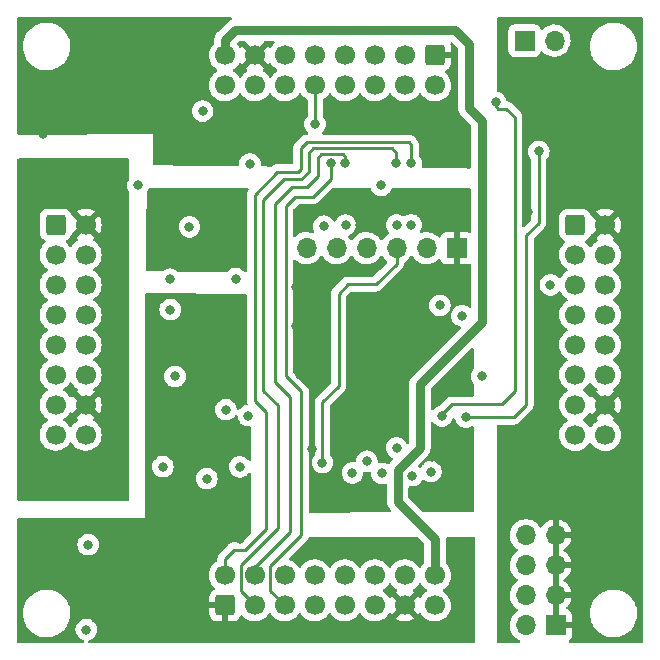
<source format=gbr>
%TF.GenerationSoftware,KiCad,Pcbnew,6.0.11+dfsg-1~bpo11+1*%
%TF.CreationDate,2023-05-15T10:52:48+02:00*%
%TF.ProjectId,avert_12,61766572-745f-4313-922e-6b696361645f,rev?*%
%TF.SameCoordinates,Original*%
%TF.FileFunction,Copper,L2,Inr*%
%TF.FilePolarity,Positive*%
%FSLAX46Y46*%
G04 Gerber Fmt 4.6, Leading zero omitted, Abs format (unit mm)*
G04 Created by KiCad (PCBNEW 6.0.11+dfsg-1~bpo11+1) date 2023-05-15 10:52:48*
%MOMM*%
%LPD*%
G01*
G04 APERTURE LIST*
G04 Aperture macros list*
%AMRoundRect*
0 Rectangle with rounded corners*
0 $1 Rounding radius*
0 $2 $3 $4 $5 $6 $7 $8 $9 X,Y pos of 4 corners*
0 Add a 4 corners polygon primitive as box body*
4,1,4,$2,$3,$4,$5,$6,$7,$8,$9,$2,$3,0*
0 Add four circle primitives for the rounded corners*
1,1,$1+$1,$2,$3*
1,1,$1+$1,$4,$5*
1,1,$1+$1,$6,$7*
1,1,$1+$1,$8,$9*
0 Add four rect primitives between the rounded corners*
20,1,$1+$1,$2,$3,$4,$5,0*
20,1,$1+$1,$4,$5,$6,$7,0*
20,1,$1+$1,$6,$7,$8,$9,0*
20,1,$1+$1,$8,$9,$2,$3,0*%
G04 Aperture macros list end*
%TA.AperFunction,ComponentPad*%
%ADD10RoundRect,0.250000X-0.600000X-0.600000X0.600000X-0.600000X0.600000X0.600000X-0.600000X0.600000X0*%
%TD*%
%TA.AperFunction,ComponentPad*%
%ADD11C,1.700000*%
%TD*%
%TA.AperFunction,ComponentPad*%
%ADD12RoundRect,0.250000X0.600000X-0.600000X0.600000X0.600000X-0.600000X0.600000X-0.600000X-0.600000X0*%
%TD*%
%TA.AperFunction,ComponentPad*%
%ADD13R,1.700000X1.700000*%
%TD*%
%TA.AperFunction,ComponentPad*%
%ADD14O,1.700000X1.700000*%
%TD*%
%TA.AperFunction,ComponentPad*%
%ADD15RoundRect,0.250000X-0.600000X0.600000X-0.600000X-0.600000X0.600000X-0.600000X0.600000X0.600000X0*%
%TD*%
%TA.AperFunction,ViaPad*%
%ADD16C,0.800000*%
%TD*%
%TA.AperFunction,Conductor*%
%ADD17C,0.250000*%
%TD*%
%TA.AperFunction,Conductor*%
%ADD18C,0.800000*%
%TD*%
G04 APERTURE END LIST*
D10*
%TO.N,+3V3*%
%TO.C,J4*%
X164445000Y-84440000D03*
D11*
%TO.N,GND*%
X166985000Y-84440000D03*
%TO.N,/TXD*%
X164445000Y-86980000D03*
%TO.N,/RXD*%
X166985000Y-86980000D03*
%TO.N,/SCL*%
X164445000Y-89520000D03*
%TO.N,/SDA*%
X166985000Y-89520000D03*
%TO.N,/MISO*%
X164445000Y-92060000D03*
%TO.N,/MOSI*%
X166985000Y-92060000D03*
%TO.N,/SCK*%
X164445000Y-94600000D03*
%TO.N,/SS*%
X166985000Y-94600000D03*
%TO.N,/CANH*%
X164445000Y-97140000D03*
%TO.N,/CANL*%
X166985000Y-97140000D03*
%TO.N,Earth*%
X164445000Y-99680000D03*
%TO.N,GND*%
X166985000Y-99680000D03*
%TO.N,+24V*%
X164445000Y-102220000D03*
X166985000Y-102220000D03*
%TD*%
D12*
%TO.N,GNDD*%
%TO.C,J2*%
X134790000Y-116660000D03*
D11*
%TO.N,/SC2*%
X134790000Y-114120000D03*
%TO.N,/SD2*%
X137330000Y-116660000D03*
%TO.N,/SC3*%
X137330000Y-114120000D03*
%TO.N,/SD3*%
X139870000Y-116660000D03*
%TO.N,unconnected-(J2-Pad6)*%
X139870000Y-114120000D03*
%TO.N,unconnected-(J2-Pad7)*%
X142410000Y-116660000D03*
%TO.N,unconnected-(J2-Pad8)*%
X142410000Y-114120000D03*
%TO.N,unconnected-(J2-Pad9)*%
X144950000Y-116660000D03*
%TO.N,+5V*%
X144950000Y-114120000D03*
%TO.N,-12V*%
X147490000Y-116660000D03*
%TO.N,+12V*%
X147490000Y-114120000D03*
%TO.N,GNDD*%
X150030000Y-116660000D03*
%TO.N,Earth*%
X150030000Y-114120000D03*
%TO.N,+VSW*%
X152570000Y-116660000D03*
X152570000Y-114120000D03*
%TD*%
D13*
%TO.N,/CANH*%
%TO.C,J7*%
X160155000Y-68840000D03*
D14*
%TO.N,Net-(J7-Pad2)*%
X162695000Y-68840000D03*
%TD*%
D15*
%TO.N,GNDD*%
%TO.C,J1*%
X152585000Y-70087500D03*
D11*
%TO.N,/SC0*%
X152585000Y-72627500D03*
%TO.N,/SD0*%
X150045000Y-70087500D03*
%TO.N,/SC1*%
X150045000Y-72627500D03*
%TO.N,/SD1*%
X147505000Y-70087500D03*
%TO.N,unconnected-(J1-Pad6)*%
X147505000Y-72627500D03*
%TO.N,unconnected-(J1-Pad7)*%
X144965000Y-70087500D03*
%TO.N,unconnected-(J1-Pad8)*%
X144965000Y-72627500D03*
%TO.N,unconnected-(J1-Pad9)*%
X142425000Y-70087500D03*
%TO.N,+5V*%
X142425000Y-72627500D03*
%TO.N,-12V*%
X139885000Y-70087500D03*
%TO.N,+12V*%
X139885000Y-72627500D03*
%TO.N,GNDD*%
X137345000Y-70087500D03*
%TO.N,Earth*%
X137345000Y-72627500D03*
%TO.N,+VSW*%
X134805000Y-70087500D03*
X134805000Y-72627500D03*
%TD*%
D13*
%TO.N,GND*%
%TO.C,J5*%
X154400000Y-86415000D03*
D14*
%TO.N,unconnected-(J5-Pad2)*%
X151860000Y-86415000D03*
%TO.N,+3V3*%
X149320000Y-86415000D03*
%TO.N,/RX_0*%
X146780000Y-86415000D03*
%TO.N,/TX_0*%
X144240000Y-86415000D03*
%TO.N,unconnected-(J5-Pad6)*%
X141700000Y-86415000D03*
%TD*%
D13*
%TO.N,GND*%
%TO.C,J8*%
X162795000Y-118340000D03*
D14*
%TO.N,/ADDR0*%
X160255000Y-118340000D03*
%TO.N,GND*%
X162795000Y-115800000D03*
%TO.N,/ADDR1*%
X160255000Y-115800000D03*
%TO.N,GND*%
X162795000Y-113260000D03*
%TO.N,/ADDR2*%
X160255000Y-113260000D03*
%TO.N,GND*%
X162795000Y-110720000D03*
%TO.N,/ADDR3*%
X160255000Y-110720000D03*
%TD*%
D10*
%TO.N,+3V3*%
%TO.C,J3*%
X120455000Y-84420000D03*
D11*
%TO.N,GND*%
X122995000Y-84420000D03*
%TO.N,/TXD*%
X120455000Y-86960000D03*
%TO.N,/RXD*%
X122995000Y-86960000D03*
%TO.N,/SCL*%
X120455000Y-89500000D03*
%TO.N,/SDA*%
X122995000Y-89500000D03*
%TO.N,/MISO*%
X120455000Y-92040000D03*
%TO.N,/MOSI*%
X122995000Y-92040000D03*
%TO.N,/SCK*%
X120455000Y-94580000D03*
%TO.N,/SS*%
X122995000Y-94580000D03*
%TO.N,/CANH*%
X120455000Y-97120000D03*
%TO.N,/CANL*%
X122995000Y-97120000D03*
%TO.N,Earth*%
X120455000Y-99660000D03*
%TO.N,GND*%
X122995000Y-99660000D03*
%TO.N,+24V*%
X120455000Y-102200000D03*
X122995000Y-102200000D03*
%TD*%
D16*
%TO.N,GND*%
X161650000Y-75020000D03*
X128840000Y-82810000D03*
X123050000Y-118710000D03*
X142140000Y-103440000D03*
X140810000Y-92980000D03*
X160430000Y-83350000D03*
X152300000Y-104100000D03*
X154650000Y-96510000D03*
X135440000Y-84400000D03*
X146260000Y-84470000D03*
X140790000Y-89730000D03*
X140960000Y-84280000D03*
%TO.N,+3V3*%
X127430000Y-81100000D03*
X143050000Y-104570000D03*
X148020000Y-81100000D03*
%TO.N,GNDD*%
X149440000Y-75050000D03*
X136040000Y-111030000D03*
X132270000Y-103430000D03*
X148760000Y-112560000D03*
X132570000Y-92950000D03*
X124610000Y-111540000D03*
X130310000Y-73680000D03*
X133920000Y-78330000D03*
X119420000Y-76760000D03*
X132790000Y-110980000D03*
X135210000Y-92960000D03*
X122630000Y-67270000D03*
%TO.N,+12V*%
X123210000Y-111520000D03*
X136770000Y-100590000D03*
X136050000Y-104930000D03*
%TO.N,-12V*%
X133260000Y-105940000D03*
X129530000Y-104920000D03*
X132910000Y-74810000D03*
%TO.N,+5V*%
X136910000Y-79280000D03*
X142420000Y-75914500D03*
X135690000Y-88990000D03*
%TO.N,/SC2*%
X150570000Y-79250000D03*
%TO.N,/SD2*%
X149290000Y-79230000D03*
%TO.N,/SCL*%
X162340000Y-89520000D03*
%TO.N,/SDA*%
X152990000Y-91260000D03*
%TO.N,Earth*%
X134874500Y-100090000D03*
X131780000Y-84610000D03*
%TO.N,/CTX*%
X153170000Y-100630000D03*
X157720000Y-74080000D03*
%TO.N,/CRX*%
X155180000Y-100720000D03*
X161360000Y-78230000D03*
%TO.N,/IO0*%
X154850000Y-92140000D03*
X130140000Y-89040000D03*
X130160000Y-91620000D03*
%TO.N,/ADDR0*%
X150640000Y-105670000D03*
%TO.N,/ADDR1*%
X152230000Y-105330000D03*
%TO.N,/LED_MQTT*%
X156520000Y-97270000D03*
X130565000Y-97275000D03*
%TO.N,/SC3*%
X144980000Y-79230000D03*
%TO.N,/SD3*%
X143740000Y-79200000D03*
%TO.N,/SCL2*%
X149320000Y-103320000D03*
X150550000Y-84440000D03*
%TO.N,/SDA2*%
X149330000Y-84450000D03*
X148080000Y-105480000D03*
%TO.N,/SCL3*%
X145000000Y-84460000D03*
X146810000Y-104450000D03*
%TO.N,/SDA3*%
X145580000Y-105440000D03*
X143160000Y-84560000D03*
%TD*%
D17*
%TO.N,GND*%
X140810000Y-97120000D02*
X140810000Y-92980000D01*
X140790000Y-92960000D02*
X140810000Y-92980000D01*
X140790000Y-89730000D02*
X140790000Y-92960000D01*
X142140000Y-98450000D02*
X140810000Y-97120000D01*
X142140000Y-103440000D02*
X142140000Y-98450000D01*
%TO.N,+3V3*%
X145210000Y-89460000D02*
X147580000Y-89460000D01*
X144410000Y-98100000D02*
X144410000Y-90260000D01*
X149320000Y-87720000D02*
X149320000Y-86415000D01*
X143050000Y-104570000D02*
X143050000Y-99460000D01*
X147580000Y-89460000D02*
X149320000Y-87720000D01*
X144410000Y-90260000D02*
X145210000Y-89460000D01*
X143050000Y-99460000D02*
X144410000Y-98100000D01*
D18*
%TO.N,+VSW*%
X151290000Y-97960000D02*
X156540000Y-92710000D01*
X152570000Y-114120000D02*
X152570000Y-111020000D01*
X156540000Y-92710000D02*
X156540000Y-75650000D01*
X155450000Y-74560000D02*
X155450000Y-69110000D01*
X135640000Y-67940000D02*
X134805000Y-68775000D01*
X152570000Y-111020000D02*
X149420000Y-107870000D01*
X156540000Y-75650000D02*
X155450000Y-74560000D01*
X149420000Y-107870000D02*
X149420000Y-105190000D01*
X149420000Y-105190000D02*
X151290000Y-103320000D01*
X155450000Y-69110000D02*
X154280000Y-67940000D01*
X134805000Y-68775000D02*
X134805000Y-70087500D01*
X154280000Y-67940000D02*
X135640000Y-67940000D01*
X151290000Y-103320000D02*
X151290000Y-97960000D01*
D17*
%TO.N,+5V*%
X142425000Y-72627500D02*
X142425000Y-75909500D01*
%TO.N,/SC2*%
X138250000Y-110210000D02*
X138250000Y-100280000D01*
X140940000Y-79950000D02*
X141210000Y-79680000D01*
X135525000Y-111965000D02*
X136495000Y-111965000D01*
X138250000Y-100280000D02*
X137300000Y-99330000D01*
X137300000Y-81880000D02*
X139230000Y-79950000D01*
X134790000Y-112700000D02*
X135525000Y-111965000D01*
X141210000Y-77950000D02*
X141725000Y-77435000D01*
X137300000Y-99330000D02*
X137300000Y-81880000D01*
X141725000Y-77435000D02*
X150345000Y-77435000D01*
X141210000Y-79680000D02*
X141210000Y-77950000D01*
X139230000Y-79950000D02*
X140940000Y-79950000D01*
X134790000Y-114120000D02*
X134790000Y-112700000D01*
X136495000Y-111965000D02*
X138250000Y-110210000D01*
X150570000Y-77660000D02*
X150570000Y-79250000D01*
X150345000Y-77435000D02*
X150570000Y-77660000D01*
%TO.N,/SD2*%
X148905000Y-77965000D02*
X149290000Y-78350000D01*
X141880000Y-79960000D02*
X141260000Y-80580000D01*
X149290000Y-79230000D02*
X149290000Y-78350000D01*
X142235000Y-77965000D02*
X148905000Y-77965000D01*
X139290000Y-99720000D02*
X139290000Y-110150000D01*
X138050000Y-82340000D02*
X138050000Y-98480000D01*
X139290000Y-110150000D02*
X136155000Y-113285000D01*
X141260000Y-80580000D02*
X139810000Y-80580000D01*
X139810000Y-80580000D02*
X138050000Y-82340000D01*
X136155000Y-113285000D02*
X136155000Y-115485000D01*
X142235000Y-77965000D02*
X141880000Y-78320000D01*
X136155000Y-115485000D02*
X137330000Y-116660000D01*
X141880000Y-78320000D02*
X141880000Y-79960000D01*
X138050000Y-98480000D02*
X139290000Y-99720000D01*
%TO.N,/CTX*%
X157720000Y-74080000D02*
X157720000Y-74400000D01*
X153170000Y-100440000D02*
X153170000Y-100630000D01*
X157720000Y-74400000D02*
X157940000Y-74620000D01*
X153990000Y-99620000D02*
X153170000Y-100440000D01*
X159310000Y-98550000D02*
X158240000Y-99620000D01*
X158620000Y-74620000D02*
X159310000Y-75310000D01*
X157940000Y-74620000D02*
X158620000Y-74620000D01*
X158240000Y-99620000D02*
X153990000Y-99620000D01*
X159310000Y-75310000D02*
X159310000Y-98550000D01*
%TO.N,/CRX*%
X160285000Y-99675000D02*
X160285000Y-85335000D01*
X160285000Y-85335000D02*
X161360000Y-84260000D01*
X159240000Y-100720000D02*
X160285000Y-99675000D01*
X155180000Y-100720000D02*
X159240000Y-100720000D01*
X161360000Y-84260000D02*
X161360000Y-78230000D01*
%TO.N,/SC3*%
X140270000Y-99010000D02*
X139000000Y-97740000D01*
X141770000Y-81230000D02*
X142650000Y-80350000D01*
X144775000Y-78475000D02*
X144980000Y-78680000D01*
X137330000Y-114120000D02*
X137330000Y-113380000D01*
X137330000Y-113380000D02*
X140270000Y-110440000D01*
X142650000Y-78760000D02*
X142935000Y-78475000D01*
X144980000Y-78680000D02*
X144980000Y-79230000D01*
X142650000Y-80350000D02*
X142650000Y-78760000D01*
X140440000Y-81230000D02*
X141770000Y-81230000D01*
X139000000Y-82670000D02*
X140440000Y-81230000D01*
X140270000Y-110440000D02*
X140270000Y-99010000D01*
X142935000Y-78475000D02*
X144775000Y-78475000D01*
X139000000Y-97740000D02*
X139000000Y-82670000D01*
%TO.N,/SD3*%
X139870000Y-116660000D02*
X138620000Y-115410000D01*
X141250000Y-110730000D02*
X141250000Y-98540000D01*
X140740000Y-82070000D02*
X142220000Y-82070000D01*
X138620000Y-113360000D02*
X141250000Y-110730000D01*
X139930000Y-82880000D02*
X140740000Y-82070000D01*
X142220000Y-82070000D02*
X143740000Y-80550000D01*
X141250000Y-98540000D02*
X139930000Y-97220000D01*
X139930000Y-97220000D02*
X139930000Y-82880000D01*
X143740000Y-80550000D02*
X143740000Y-79200000D01*
X138620000Y-115410000D02*
X138620000Y-113360000D01*
%TD*%
%TA.AperFunction,Conductor*%
%TO.N,GND*%
G36*
X170128621Y-66868502D02*
G01*
X170175114Y-66922158D01*
X170186500Y-66974500D01*
X170186500Y-119705500D01*
X170166498Y-119773621D01*
X170112842Y-119820114D01*
X170060500Y-119831500D01*
X164014392Y-119831500D01*
X163946271Y-119811498D01*
X163899778Y-119757842D01*
X163889674Y-119687568D01*
X163919168Y-119622988D01*
X163938827Y-119604674D01*
X164000724Y-119558285D01*
X164013285Y-119545724D01*
X164089786Y-119443649D01*
X164098324Y-119428054D01*
X164143478Y-119307606D01*
X164147105Y-119292351D01*
X164152631Y-119241486D01*
X164153000Y-119234672D01*
X164153000Y-118612115D01*
X164148525Y-118596876D01*
X164147135Y-118595671D01*
X164139452Y-118594000D01*
X162667000Y-118594000D01*
X162598879Y-118573998D01*
X162552386Y-118520342D01*
X162541000Y-118468000D01*
X162541000Y-118067885D01*
X163049000Y-118067885D01*
X163053475Y-118083124D01*
X163054865Y-118084329D01*
X163062548Y-118086000D01*
X164134884Y-118086000D01*
X164150123Y-118081525D01*
X164151328Y-118080135D01*
X164152999Y-118072452D01*
X164152999Y-117445331D01*
X164152629Y-117438510D01*
X164147105Y-117387648D01*
X164143479Y-117372396D01*
X164123431Y-117318918D01*
X165681917Y-117318918D01*
X165682334Y-117326156D01*
X165697682Y-117592320D01*
X165750405Y-117861053D01*
X165751792Y-117865103D01*
X165751793Y-117865108D01*
X165826932Y-118084570D01*
X165839112Y-118120144D01*
X165868238Y-118178054D01*
X165937837Y-118316437D01*
X165962160Y-118364799D01*
X165964586Y-118368328D01*
X165964589Y-118368334D01*
X166033088Y-118468000D01*
X166117274Y-118590490D01*
X166301582Y-118793043D01*
X166511675Y-118968707D01*
X166515316Y-118970991D01*
X166740024Y-119111951D01*
X166740028Y-119111953D01*
X166743664Y-119114234D01*
X166811544Y-119144883D01*
X166989345Y-119225164D01*
X166989349Y-119225166D01*
X166993257Y-119226930D01*
X166997377Y-119228150D01*
X166997376Y-119228150D01*
X167251723Y-119303491D01*
X167251727Y-119303492D01*
X167255836Y-119304709D01*
X167260070Y-119305357D01*
X167260075Y-119305358D01*
X167522298Y-119345483D01*
X167522300Y-119345483D01*
X167526540Y-119346132D01*
X167665912Y-119348322D01*
X167796071Y-119350367D01*
X167796077Y-119350367D01*
X167800362Y-119350434D01*
X168072235Y-119317534D01*
X168337127Y-119248041D01*
X168341087Y-119246401D01*
X168341092Y-119246399D01*
X168463631Y-119195641D01*
X168590136Y-119143241D01*
X168826582Y-119005073D01*
X169042089Y-118836094D01*
X169083809Y-118793043D01*
X169229686Y-118642509D01*
X169232669Y-118639431D01*
X169235202Y-118635983D01*
X169235206Y-118635978D01*
X169392257Y-118422178D01*
X169394795Y-118418723D01*
X169422154Y-118368334D01*
X169523418Y-118181830D01*
X169523419Y-118181828D01*
X169525468Y-118178054D01*
X169622269Y-117921877D01*
X169663173Y-117743279D01*
X169682449Y-117659117D01*
X169682450Y-117659113D01*
X169683407Y-117654933D01*
X169691910Y-117559665D01*
X169707531Y-117384627D01*
X169707531Y-117384625D01*
X169707751Y-117382161D01*
X169708193Y-117340000D01*
X169699181Y-117207800D01*
X169689859Y-117071055D01*
X169689858Y-117071049D01*
X169689567Y-117066778D01*
X169681814Y-117029338D01*
X169642846Y-116841173D01*
X169634032Y-116798612D01*
X169542617Y-116540465D01*
X169480800Y-116420697D01*
X169418978Y-116300919D01*
X169418978Y-116300918D01*
X169417013Y-116297112D01*
X169407040Y-116282921D01*
X169273498Y-116092910D01*
X169259545Y-116073057D01*
X169073125Y-115872445D01*
X169069810Y-115869731D01*
X169069806Y-115869728D01*
X168864523Y-115701706D01*
X168861205Y-115698990D01*
X168627704Y-115555901D01*
X168613594Y-115549707D01*
X168380873Y-115447549D01*
X168380869Y-115447548D01*
X168376945Y-115445825D01*
X168113566Y-115370800D01*
X168109324Y-115370196D01*
X168109318Y-115370195D01*
X167908834Y-115341662D01*
X167842443Y-115332213D01*
X167698589Y-115331460D01*
X167572877Y-115330802D01*
X167572871Y-115330802D01*
X167568591Y-115330780D01*
X167564347Y-115331339D01*
X167564343Y-115331339D01*
X167445302Y-115347011D01*
X167297078Y-115366525D01*
X167292938Y-115367658D01*
X167292936Y-115367658D01*
X167220008Y-115387609D01*
X167032928Y-115438788D01*
X167028980Y-115440472D01*
X166784982Y-115544546D01*
X166784978Y-115544548D01*
X166781030Y-115546232D01*
X166761125Y-115558145D01*
X166549725Y-115684664D01*
X166549721Y-115684667D01*
X166546043Y-115686868D01*
X166332318Y-115858094D01*
X166315717Y-115875588D01*
X166212319Y-115984547D01*
X166143808Y-116056742D01*
X165984002Y-116279136D01*
X165855857Y-116521161D01*
X165854385Y-116525184D01*
X165854383Y-116525188D01*
X165763353Y-116773938D01*
X165761743Y-116778337D01*
X165703404Y-117045907D01*
X165681917Y-117318918D01*
X164123431Y-117318918D01*
X164098324Y-117251946D01*
X164089786Y-117236351D01*
X164013285Y-117134276D01*
X164000724Y-117121715D01*
X163898649Y-117045214D01*
X163883054Y-117036676D01*
X163772297Y-116995155D01*
X163715533Y-116952513D01*
X163690833Y-116885952D01*
X163706040Y-116816603D01*
X163727587Y-116787922D01*
X163829057Y-116686805D01*
X163835730Y-116678965D01*
X163960003Y-116506020D01*
X163965313Y-116497183D01*
X164059670Y-116306267D01*
X164063469Y-116296672D01*
X164125377Y-116092910D01*
X164127555Y-116082837D01*
X164128986Y-116071962D01*
X164126775Y-116057778D01*
X164113617Y-116054000D01*
X163067115Y-116054000D01*
X163051876Y-116058475D01*
X163050671Y-116059865D01*
X163049000Y-116067548D01*
X163049000Y-118067885D01*
X162541000Y-118067885D01*
X162541000Y-115527885D01*
X163049000Y-115527885D01*
X163053475Y-115543124D01*
X163054865Y-115544329D01*
X163062548Y-115546000D01*
X164113344Y-115546000D01*
X164126875Y-115542027D01*
X164128180Y-115532947D01*
X164086214Y-115365875D01*
X164082894Y-115356124D01*
X163997972Y-115160814D01*
X163993105Y-115151739D01*
X163877426Y-114972926D01*
X163871136Y-114964757D01*
X163727806Y-114807240D01*
X163720273Y-114800215D01*
X163553139Y-114668222D01*
X163544552Y-114662517D01*
X163507116Y-114641851D01*
X163457146Y-114591419D01*
X163442374Y-114521976D01*
X163467490Y-114455571D01*
X163494842Y-114428964D01*
X163670327Y-114303792D01*
X163678200Y-114297139D01*
X163829052Y-114146812D01*
X163835730Y-114138965D01*
X163960003Y-113966020D01*
X163965313Y-113957183D01*
X164059670Y-113766267D01*
X164063469Y-113756672D01*
X164125377Y-113552910D01*
X164127555Y-113542837D01*
X164128986Y-113531962D01*
X164126775Y-113517778D01*
X164113617Y-113514000D01*
X163067115Y-113514000D01*
X163051876Y-113518475D01*
X163050671Y-113519865D01*
X163049000Y-113527548D01*
X163049000Y-115527885D01*
X162541000Y-115527885D01*
X162541000Y-112987885D01*
X163049000Y-112987885D01*
X163053475Y-113003124D01*
X163054865Y-113004329D01*
X163062548Y-113006000D01*
X164113344Y-113006000D01*
X164126875Y-113002027D01*
X164128180Y-112992947D01*
X164086214Y-112825875D01*
X164082894Y-112816124D01*
X163997972Y-112620814D01*
X163993105Y-112611739D01*
X163877426Y-112432926D01*
X163871136Y-112424757D01*
X163727806Y-112267240D01*
X163720273Y-112260215D01*
X163553139Y-112128222D01*
X163544552Y-112122517D01*
X163507116Y-112101851D01*
X163457146Y-112051419D01*
X163442374Y-111981976D01*
X163467490Y-111915571D01*
X163494842Y-111888964D01*
X163670327Y-111763792D01*
X163678200Y-111757139D01*
X163829052Y-111606812D01*
X163835730Y-111598965D01*
X163960003Y-111426020D01*
X163965313Y-111417183D01*
X164059670Y-111226267D01*
X164063469Y-111216672D01*
X164125377Y-111012910D01*
X164127555Y-111002837D01*
X164128986Y-110991962D01*
X164126775Y-110977778D01*
X164113617Y-110974000D01*
X163067115Y-110974000D01*
X163051876Y-110978475D01*
X163050671Y-110979865D01*
X163049000Y-110987548D01*
X163049000Y-112987885D01*
X162541000Y-112987885D01*
X162541000Y-110447885D01*
X163049000Y-110447885D01*
X163053475Y-110463124D01*
X163054865Y-110464329D01*
X163062548Y-110466000D01*
X164113344Y-110466000D01*
X164126875Y-110462027D01*
X164128180Y-110452947D01*
X164086214Y-110285875D01*
X164082894Y-110276124D01*
X163997972Y-110080814D01*
X163993105Y-110071739D01*
X163877426Y-109892926D01*
X163871136Y-109884757D01*
X163727806Y-109727240D01*
X163720273Y-109720215D01*
X163553139Y-109588222D01*
X163544552Y-109582517D01*
X163358117Y-109479599D01*
X163348705Y-109475369D01*
X163147959Y-109404280D01*
X163137988Y-109401646D01*
X163066837Y-109388972D01*
X163053540Y-109390432D01*
X163049000Y-109404989D01*
X163049000Y-110447885D01*
X162541000Y-110447885D01*
X162541000Y-109403102D01*
X162537082Y-109389758D01*
X162522806Y-109387771D01*
X162484324Y-109393660D01*
X162474288Y-109396051D01*
X162271868Y-109462212D01*
X162262359Y-109466209D01*
X162073463Y-109564542D01*
X162064738Y-109570036D01*
X161894433Y-109697905D01*
X161886726Y-109704748D01*
X161739590Y-109858717D01*
X161733109Y-109866722D01*
X161628498Y-110020074D01*
X161573587Y-110065076D01*
X161503062Y-110073247D01*
X161439315Y-110041993D01*
X161418618Y-110017509D01*
X161337822Y-109892617D01*
X161337820Y-109892614D01*
X161335014Y-109888277D01*
X161184670Y-109723051D01*
X161180619Y-109719852D01*
X161180615Y-109719848D01*
X161013414Y-109587800D01*
X161013410Y-109587798D01*
X161009359Y-109584598D01*
X160973028Y-109564542D01*
X160957136Y-109555769D01*
X160813789Y-109476638D01*
X160808920Y-109474914D01*
X160808916Y-109474912D01*
X160608087Y-109403795D01*
X160608083Y-109403794D01*
X160603212Y-109402069D01*
X160598119Y-109401162D01*
X160598116Y-109401161D01*
X160388373Y-109363800D01*
X160388367Y-109363799D01*
X160383284Y-109362894D01*
X160309452Y-109361992D01*
X160165081Y-109360228D01*
X160165079Y-109360228D01*
X160159911Y-109360165D01*
X159939091Y-109393955D01*
X159726756Y-109463357D01*
X159528607Y-109566507D01*
X159524474Y-109569610D01*
X159524471Y-109569612D01*
X159500247Y-109587800D01*
X159349965Y-109700635D01*
X159195629Y-109862138D01*
X159069743Y-110046680D01*
X158975688Y-110249305D01*
X158915989Y-110464570D01*
X158892251Y-110686695D01*
X158905110Y-110909715D01*
X158906247Y-110914761D01*
X158906248Y-110914767D01*
X158919597Y-110974000D01*
X158954222Y-111127639D01*
X159038266Y-111334616D01*
X159154987Y-111525088D01*
X159301250Y-111693938D01*
X159473126Y-111836632D01*
X159543595Y-111877811D01*
X159546445Y-111879476D01*
X159595169Y-111931114D01*
X159608240Y-112000897D01*
X159581509Y-112066669D01*
X159541055Y-112100027D01*
X159528607Y-112106507D01*
X159524474Y-112109610D01*
X159524471Y-112109612D01*
X159500247Y-112127800D01*
X159349965Y-112240635D01*
X159195629Y-112402138D01*
X159069743Y-112586680D01*
X158975688Y-112789305D01*
X158915989Y-113004570D01*
X158892251Y-113226695D01*
X158905110Y-113449715D01*
X158906247Y-113454761D01*
X158906248Y-113454767D01*
X158919597Y-113514000D01*
X158954222Y-113667639D01*
X159038266Y-113874616D01*
X159154987Y-114065088D01*
X159301250Y-114233938D01*
X159473126Y-114376632D01*
X159543595Y-114417811D01*
X159546445Y-114419476D01*
X159595169Y-114471114D01*
X159608240Y-114540897D01*
X159581509Y-114606669D01*
X159541055Y-114640027D01*
X159528607Y-114646507D01*
X159524474Y-114649610D01*
X159524471Y-114649612D01*
X159500247Y-114667800D01*
X159349965Y-114780635D01*
X159195629Y-114942138D01*
X159069743Y-115126680D01*
X158975688Y-115329305D01*
X158915989Y-115544570D01*
X158892251Y-115766695D01*
X158892548Y-115771848D01*
X158892548Y-115771851D01*
X158904812Y-115984547D01*
X158905110Y-115989715D01*
X158906247Y-115994761D01*
X158906248Y-115994767D01*
X158922651Y-116067548D01*
X158954222Y-116207639D01*
X159038266Y-116414616D01*
X159154987Y-116605088D01*
X159301250Y-116773938D01*
X159473126Y-116916632D01*
X159529214Y-116949407D01*
X159546445Y-116959476D01*
X159595169Y-117011114D01*
X159608240Y-117080897D01*
X159581509Y-117146669D01*
X159541055Y-117180027D01*
X159528607Y-117186507D01*
X159524474Y-117189610D01*
X159524471Y-117189612D01*
X159354100Y-117317530D01*
X159349965Y-117320635D01*
X159195629Y-117482138D01*
X159069743Y-117666680D01*
X158975688Y-117869305D01*
X158915989Y-118084570D01*
X158892251Y-118306695D01*
X158892548Y-118311848D01*
X158892548Y-118311851D01*
X158901552Y-118468000D01*
X158905110Y-118529715D01*
X158906247Y-118534761D01*
X158906248Y-118534767D01*
X158923680Y-118612115D01*
X158954222Y-118747639D01*
X159038266Y-118954616D01*
X159040965Y-118959020D01*
X159136080Y-119114234D01*
X159154987Y-119145088D01*
X159301250Y-119313938D01*
X159473126Y-119456632D01*
X159666000Y-119569338D01*
X159670825Y-119571180D01*
X159670826Y-119571181D01*
X159714321Y-119587790D01*
X159770824Y-119630778D01*
X159795117Y-119697489D01*
X159779487Y-119766743D01*
X159728896Y-119816554D01*
X159669372Y-119831500D01*
X157926000Y-119831500D01*
X157857879Y-119811498D01*
X157811386Y-119757842D01*
X157800000Y-119705500D01*
X157800000Y-101479500D01*
X157820002Y-101411379D01*
X157873658Y-101364886D01*
X157926000Y-101353500D01*
X159161233Y-101353500D01*
X159172416Y-101354027D01*
X159179909Y-101355702D01*
X159187835Y-101355453D01*
X159187836Y-101355453D01*
X159247986Y-101353562D01*
X159251945Y-101353500D01*
X159279856Y-101353500D01*
X159283791Y-101353003D01*
X159283856Y-101352995D01*
X159295693Y-101352062D01*
X159327951Y-101351048D01*
X159331970Y-101350922D01*
X159339889Y-101350673D01*
X159359343Y-101345021D01*
X159378700Y-101341013D01*
X159390930Y-101339468D01*
X159390931Y-101339468D01*
X159398797Y-101338474D01*
X159406168Y-101335555D01*
X159406170Y-101335555D01*
X159439912Y-101322196D01*
X159451142Y-101318351D01*
X159485983Y-101308229D01*
X159485984Y-101308229D01*
X159493593Y-101306018D01*
X159500412Y-101301985D01*
X159500417Y-101301983D01*
X159511028Y-101295707D01*
X159528776Y-101287012D01*
X159547617Y-101279552D01*
X159583387Y-101253564D01*
X159593307Y-101247048D01*
X159624535Y-101228580D01*
X159624538Y-101228578D01*
X159631362Y-101224542D01*
X159645683Y-101210221D01*
X159660717Y-101197380D01*
X159670694Y-101190131D01*
X159677107Y-101185472D01*
X159705298Y-101151395D01*
X159713288Y-101142616D01*
X160677247Y-100178657D01*
X160685537Y-100171113D01*
X160692018Y-100167000D01*
X160738659Y-100117332D01*
X160741413Y-100114491D01*
X160761134Y-100094770D01*
X160763612Y-100091575D01*
X160771318Y-100082553D01*
X160796158Y-100056101D01*
X160801586Y-100050321D01*
X160811346Y-100032568D01*
X160822199Y-100016045D01*
X160829753Y-100006306D01*
X160834613Y-100000041D01*
X160852176Y-99959457D01*
X160857383Y-99948827D01*
X160878695Y-99910060D01*
X160880666Y-99902383D01*
X160880668Y-99902378D01*
X160883732Y-99890442D01*
X160890138Y-99871730D01*
X160895033Y-99860419D01*
X160898181Y-99853145D01*
X160899421Y-99845317D01*
X160899423Y-99845310D01*
X160905099Y-99809476D01*
X160907505Y-99797856D01*
X160916528Y-99762711D01*
X160916528Y-99762710D01*
X160918500Y-99755030D01*
X160918500Y-99734776D01*
X160920051Y-99715065D01*
X160921980Y-99702886D01*
X160923220Y-99695057D01*
X160919059Y-99651038D01*
X160918500Y-99639181D01*
X160918500Y-89520000D01*
X161426496Y-89520000D01*
X161427186Y-89526565D01*
X161433844Y-89589908D01*
X161446458Y-89709928D01*
X161505473Y-89891556D01*
X161600960Y-90056944D01*
X161605378Y-90061851D01*
X161605379Y-90061852D01*
X161711631Y-90179857D01*
X161728747Y-90198866D01*
X161883248Y-90311118D01*
X161889276Y-90313802D01*
X161889278Y-90313803D01*
X161914625Y-90325088D01*
X162057712Y-90388794D01*
X162144009Y-90407137D01*
X162238056Y-90427128D01*
X162238061Y-90427128D01*
X162244513Y-90428500D01*
X162435487Y-90428500D01*
X162441939Y-90427128D01*
X162441944Y-90427128D01*
X162535991Y-90407137D01*
X162622288Y-90388794D01*
X162765375Y-90325088D01*
X162790722Y-90313803D01*
X162790724Y-90313802D01*
X162796752Y-90311118D01*
X162951253Y-90198866D01*
X163026674Y-90115102D01*
X163087119Y-90077864D01*
X163158103Y-90079216D01*
X163217087Y-90118730D01*
X163227740Y-90134939D01*
X163228266Y-90134616D01*
X163342291Y-90320688D01*
X163344987Y-90325088D01*
X163491250Y-90493938D01*
X163663126Y-90636632D01*
X163733595Y-90677811D01*
X163736445Y-90679476D01*
X163785169Y-90731114D01*
X163798240Y-90800897D01*
X163771509Y-90866669D01*
X163731055Y-90900027D01*
X163718607Y-90906507D01*
X163714474Y-90909610D01*
X163714471Y-90909612D01*
X163690247Y-90927800D01*
X163539965Y-91040635D01*
X163385629Y-91202138D01*
X163259743Y-91386680D01*
X163165688Y-91589305D01*
X163105989Y-91804570D01*
X163082251Y-92026695D01*
X163082548Y-92031848D01*
X163082548Y-92031851D01*
X163088011Y-92126590D01*
X163095110Y-92249715D01*
X163096247Y-92254761D01*
X163096248Y-92254767D01*
X163116119Y-92342939D01*
X163144222Y-92467639D01*
X163228266Y-92674616D01*
X163279019Y-92757438D01*
X163342291Y-92860688D01*
X163344987Y-92865088D01*
X163491250Y-93033938D01*
X163663126Y-93176632D01*
X163733595Y-93217811D01*
X163736445Y-93219476D01*
X163785169Y-93271114D01*
X163798240Y-93340897D01*
X163771509Y-93406669D01*
X163731055Y-93440027D01*
X163718607Y-93446507D01*
X163714474Y-93449610D01*
X163714471Y-93449612D01*
X163690247Y-93467800D01*
X163539965Y-93580635D01*
X163385629Y-93742138D01*
X163259743Y-93926680D01*
X163165688Y-94129305D01*
X163105989Y-94344570D01*
X163082251Y-94566695D01*
X163082548Y-94571848D01*
X163082548Y-94571851D01*
X163088011Y-94666590D01*
X163095110Y-94789715D01*
X163096247Y-94794761D01*
X163096248Y-94794767D01*
X163116119Y-94882939D01*
X163144222Y-95007639D01*
X163228266Y-95214616D01*
X163279019Y-95297438D01*
X163342291Y-95400688D01*
X163344987Y-95405088D01*
X163491250Y-95573938D01*
X163663126Y-95716632D01*
X163733595Y-95757811D01*
X163736445Y-95759476D01*
X163785169Y-95811114D01*
X163798240Y-95880897D01*
X163771509Y-95946669D01*
X163731055Y-95980027D01*
X163718607Y-95986507D01*
X163714474Y-95989610D01*
X163714471Y-95989612D01*
X163690247Y-96007800D01*
X163539965Y-96120635D01*
X163385629Y-96282138D01*
X163259743Y-96466680D01*
X163165688Y-96669305D01*
X163105989Y-96884570D01*
X163082251Y-97106695D01*
X163082548Y-97111848D01*
X163082548Y-97111851D01*
X163088011Y-97206590D01*
X163095110Y-97329715D01*
X163096247Y-97334761D01*
X163096248Y-97334767D01*
X163116119Y-97422939D01*
X163144222Y-97547639D01*
X163228266Y-97754616D01*
X163279019Y-97837438D01*
X163342291Y-97940688D01*
X163344987Y-97945088D01*
X163491250Y-98113938D01*
X163663126Y-98256632D01*
X163716115Y-98287596D01*
X163736445Y-98299476D01*
X163785169Y-98351114D01*
X163798240Y-98420897D01*
X163771509Y-98486669D01*
X163731055Y-98520027D01*
X163718607Y-98526507D01*
X163714474Y-98529610D01*
X163714471Y-98529612D01*
X163544100Y-98657530D01*
X163539965Y-98660635D01*
X163385629Y-98822138D01*
X163259743Y-99006680D01*
X163243899Y-99040814D01*
X163191115Y-99154528D01*
X163165688Y-99209305D01*
X163105989Y-99424570D01*
X163082251Y-99646695D01*
X163082548Y-99651848D01*
X163082548Y-99651851D01*
X163091637Y-99809476D01*
X163095110Y-99869715D01*
X163096247Y-99874761D01*
X163096248Y-99874767D01*
X163117275Y-99968069D01*
X163144222Y-100087639D01*
X163228266Y-100294616D01*
X163344987Y-100485088D01*
X163491250Y-100653938D01*
X163663126Y-100796632D01*
X163674063Y-100803023D01*
X163736445Y-100839476D01*
X163785169Y-100891114D01*
X163798240Y-100960897D01*
X163771509Y-101026669D01*
X163731055Y-101060027D01*
X163718607Y-101066507D01*
X163714474Y-101069610D01*
X163714471Y-101069612D01*
X163560160Y-101185472D01*
X163539965Y-101200635D01*
X163522481Y-101218931D01*
X163394359Y-101353003D01*
X163385629Y-101362138D01*
X163259743Y-101546680D01*
X163165688Y-101749305D01*
X163105989Y-101964570D01*
X163082251Y-102186695D01*
X163082548Y-102191848D01*
X163082548Y-102191851D01*
X163088011Y-102286590D01*
X163095110Y-102409715D01*
X163096247Y-102414761D01*
X163096248Y-102414767D01*
X163116119Y-102502939D01*
X163144222Y-102627639D01*
X163228266Y-102834616D01*
X163279019Y-102917438D01*
X163342291Y-103020688D01*
X163344987Y-103025088D01*
X163491250Y-103193938D01*
X163663126Y-103336632D01*
X163856000Y-103449338D01*
X164064692Y-103529030D01*
X164069760Y-103530061D01*
X164069763Y-103530062D01*
X164177017Y-103551883D01*
X164283597Y-103573567D01*
X164288772Y-103573757D01*
X164288774Y-103573757D01*
X164501673Y-103581564D01*
X164501677Y-103581564D01*
X164506837Y-103581753D01*
X164511957Y-103581097D01*
X164511959Y-103581097D01*
X164723288Y-103554025D01*
X164723289Y-103554025D01*
X164728416Y-103553368D01*
X164733366Y-103551883D01*
X164937429Y-103490661D01*
X164937434Y-103490659D01*
X164942384Y-103489174D01*
X165142994Y-103390896D01*
X165324860Y-103261173D01*
X165483096Y-103103489D01*
X165542594Y-103020689D01*
X165613453Y-102922077D01*
X165614776Y-102923028D01*
X165661645Y-102879857D01*
X165731580Y-102867625D01*
X165797026Y-102895144D01*
X165824875Y-102926994D01*
X165884987Y-103025088D01*
X166031250Y-103193938D01*
X166203126Y-103336632D01*
X166396000Y-103449338D01*
X166604692Y-103529030D01*
X166609760Y-103530061D01*
X166609763Y-103530062D01*
X166717017Y-103551883D01*
X166823597Y-103573567D01*
X166828772Y-103573757D01*
X166828774Y-103573757D01*
X167041673Y-103581564D01*
X167041677Y-103581564D01*
X167046837Y-103581753D01*
X167051957Y-103581097D01*
X167051959Y-103581097D01*
X167263288Y-103554025D01*
X167263289Y-103554025D01*
X167268416Y-103553368D01*
X167273366Y-103551883D01*
X167477429Y-103490661D01*
X167477434Y-103490659D01*
X167482384Y-103489174D01*
X167682994Y-103390896D01*
X167864860Y-103261173D01*
X168023096Y-103103489D01*
X168082594Y-103020689D01*
X168150435Y-102926277D01*
X168153453Y-102922077D01*
X168174320Y-102879857D01*
X168250136Y-102726453D01*
X168250137Y-102726451D01*
X168252430Y-102721811D01*
X168317370Y-102508069D01*
X168346529Y-102286590D01*
X168348156Y-102220000D01*
X168329852Y-101997361D01*
X168275431Y-101780702D01*
X168186354Y-101575840D01*
X168124029Y-101479500D01*
X168067822Y-101392617D01*
X168067820Y-101392614D01*
X168065014Y-101388277D01*
X167914670Y-101223051D01*
X167910619Y-101219852D01*
X167910615Y-101219848D01*
X167743414Y-101087800D01*
X167743410Y-101087798D01*
X167739359Y-101084598D01*
X167697569Y-101061529D01*
X167647598Y-101011097D01*
X167632826Y-100941654D01*
X167657942Y-100875248D01*
X167685293Y-100848642D01*
X167734247Y-100813723D01*
X167742648Y-100803023D01*
X167735660Y-100789870D01*
X166997812Y-100052022D01*
X166983868Y-100044408D01*
X166982035Y-100044539D01*
X166975420Y-100048790D01*
X166231737Y-100792473D01*
X166224977Y-100804853D01*
X166230258Y-100811907D01*
X166276969Y-100839203D01*
X166325693Y-100890841D01*
X166338764Y-100960624D01*
X166312033Y-101026396D01*
X166271584Y-101059752D01*
X166258607Y-101066507D01*
X166254474Y-101069610D01*
X166254471Y-101069612D01*
X166100160Y-101185472D01*
X166079965Y-101200635D01*
X166062481Y-101218931D01*
X165934359Y-101353003D01*
X165925629Y-101362138D01*
X165818201Y-101519621D01*
X165763293Y-101564621D01*
X165692768Y-101572792D01*
X165629021Y-101541538D01*
X165608324Y-101517054D01*
X165527822Y-101392617D01*
X165527820Y-101392614D01*
X165525014Y-101388277D01*
X165374670Y-101223051D01*
X165370619Y-101219852D01*
X165370615Y-101219848D01*
X165203414Y-101087800D01*
X165203410Y-101087798D01*
X165199359Y-101084598D01*
X165158053Y-101061796D01*
X165108084Y-101011364D01*
X165093312Y-100941921D01*
X165118428Y-100875516D01*
X165145780Y-100848909D01*
X165210110Y-100803023D01*
X165324860Y-100721173D01*
X165366272Y-100679906D01*
X165479435Y-100567137D01*
X165483096Y-100563489D01*
X165542594Y-100480689D01*
X165613453Y-100382077D01*
X165614640Y-100382930D01*
X165661960Y-100339362D01*
X165731897Y-100327145D01*
X165797338Y-100354678D01*
X165825166Y-100386512D01*
X165851459Y-100429419D01*
X165861916Y-100438880D01*
X165870694Y-100435096D01*
X166612978Y-99692812D01*
X166619356Y-99681132D01*
X167349408Y-99681132D01*
X167349539Y-99682965D01*
X167353790Y-99689580D01*
X168095474Y-100431264D01*
X168107484Y-100437823D01*
X168119223Y-100428855D01*
X168150004Y-100386019D01*
X168155315Y-100377180D01*
X168249670Y-100186267D01*
X168253469Y-100176672D01*
X168315376Y-99972915D01*
X168317555Y-99962834D01*
X168345590Y-99749887D01*
X168346109Y-99743212D01*
X168347572Y-99683364D01*
X168347378Y-99676646D01*
X168329781Y-99462604D01*
X168328096Y-99452424D01*
X168276214Y-99245875D01*
X168272894Y-99236124D01*
X168187972Y-99040814D01*
X168183105Y-99031739D01*
X168118063Y-98931197D01*
X168107377Y-98921995D01*
X168097812Y-98926398D01*
X167357022Y-99667188D01*
X167349408Y-99681132D01*
X166619356Y-99681132D01*
X166620592Y-99678868D01*
X166620461Y-99677035D01*
X166616210Y-99670420D01*
X165874849Y-98929059D01*
X165863313Y-98922759D01*
X165851031Y-98932382D01*
X165818499Y-98980072D01*
X165763587Y-99025075D01*
X165693063Y-99033246D01*
X165629316Y-99001992D01*
X165608618Y-98977508D01*
X165527822Y-98852617D01*
X165527820Y-98852614D01*
X165525014Y-98848277D01*
X165374670Y-98683051D01*
X165370619Y-98679852D01*
X165370615Y-98679848D01*
X165203414Y-98547800D01*
X165203410Y-98547798D01*
X165199359Y-98544598D01*
X165158053Y-98521796D01*
X165108084Y-98471364D01*
X165093312Y-98401921D01*
X165118428Y-98335516D01*
X165145780Y-98308909D01*
X165189603Y-98277650D01*
X165324860Y-98181173D01*
X165483096Y-98023489D01*
X165542594Y-97940689D01*
X165613453Y-97842077D01*
X165614776Y-97843028D01*
X165661645Y-97799857D01*
X165731580Y-97787625D01*
X165797026Y-97815144D01*
X165824875Y-97846994D01*
X165884987Y-97945088D01*
X166031250Y-98113938D01*
X166203126Y-98256632D01*
X166256115Y-98287596D01*
X166276955Y-98299774D01*
X166325679Y-98351412D01*
X166338750Y-98421195D01*
X166312019Y-98486967D01*
X166271562Y-98520327D01*
X166263460Y-98524544D01*
X166254734Y-98530039D01*
X166234677Y-98545099D01*
X166226223Y-98556427D01*
X166232968Y-98568758D01*
X166972188Y-99307978D01*
X166986132Y-99315592D01*
X166987965Y-99315461D01*
X166994580Y-99311210D01*
X167738389Y-98567401D01*
X167745410Y-98554544D01*
X167738611Y-98545213D01*
X167734559Y-98542521D01*
X167697602Y-98522120D01*
X167647631Y-98471687D01*
X167632859Y-98402245D01*
X167657975Y-98335839D01*
X167685327Y-98309232D01*
X167715660Y-98287596D01*
X167864860Y-98181173D01*
X168023096Y-98023489D01*
X168082594Y-97940689D01*
X168150435Y-97846277D01*
X168153453Y-97842077D01*
X168174320Y-97799857D01*
X168250136Y-97646453D01*
X168250137Y-97646451D01*
X168252430Y-97641811D01*
X168317370Y-97428069D01*
X168346529Y-97206590D01*
X168348156Y-97140000D01*
X168329852Y-96917361D01*
X168275431Y-96700702D01*
X168186354Y-96495840D01*
X168065014Y-96308277D01*
X167914670Y-96143051D01*
X167910619Y-96139852D01*
X167910615Y-96139848D01*
X167743414Y-96007800D01*
X167743410Y-96007798D01*
X167739359Y-96004598D01*
X167698053Y-95981796D01*
X167648084Y-95931364D01*
X167633312Y-95861921D01*
X167658428Y-95795516D01*
X167685780Y-95768909D01*
X167729603Y-95737650D01*
X167864860Y-95641173D01*
X168023096Y-95483489D01*
X168082594Y-95400689D01*
X168150435Y-95306277D01*
X168153453Y-95302077D01*
X168174320Y-95259857D01*
X168250136Y-95106453D01*
X168250137Y-95106451D01*
X168252430Y-95101811D01*
X168317370Y-94888069D01*
X168346529Y-94666590D01*
X168348156Y-94600000D01*
X168329852Y-94377361D01*
X168275431Y-94160702D01*
X168186354Y-93955840D01*
X168065014Y-93768277D01*
X167914670Y-93603051D01*
X167910619Y-93599852D01*
X167910615Y-93599848D01*
X167743414Y-93467800D01*
X167743410Y-93467798D01*
X167739359Y-93464598D01*
X167698053Y-93441796D01*
X167648084Y-93391364D01*
X167633312Y-93321921D01*
X167658428Y-93255516D01*
X167685780Y-93228909D01*
X167729603Y-93197650D01*
X167864860Y-93101173D01*
X168023096Y-92943489D01*
X168082594Y-92860689D01*
X168150435Y-92766277D01*
X168153453Y-92762077D01*
X168174320Y-92719857D01*
X168250136Y-92566453D01*
X168250137Y-92566451D01*
X168252430Y-92561811D01*
X168317370Y-92348069D01*
X168346529Y-92126590D01*
X168348156Y-92060000D01*
X168329852Y-91837361D01*
X168275431Y-91620702D01*
X168186354Y-91415840D01*
X168065014Y-91228277D01*
X167914670Y-91063051D01*
X167910619Y-91059852D01*
X167910615Y-91059848D01*
X167743414Y-90927800D01*
X167743410Y-90927798D01*
X167739359Y-90924598D01*
X167698053Y-90901796D01*
X167648084Y-90851364D01*
X167633312Y-90781921D01*
X167658428Y-90715516D01*
X167685780Y-90688909D01*
X167729603Y-90657650D01*
X167864860Y-90561173D01*
X168023096Y-90403489D01*
X168032670Y-90390166D01*
X168150435Y-90226277D01*
X168153453Y-90222077D01*
X168163006Y-90202749D01*
X168250136Y-90026453D01*
X168250137Y-90026451D01*
X168252430Y-90021811D01*
X168317370Y-89808069D01*
X168346529Y-89586590D01*
X168348156Y-89520000D01*
X168329852Y-89297361D01*
X168275431Y-89080702D01*
X168186354Y-88875840D01*
X168146906Y-88814862D01*
X168067822Y-88692617D01*
X168067820Y-88692614D01*
X168065014Y-88688277D01*
X167914670Y-88523051D01*
X167910619Y-88519852D01*
X167910615Y-88519848D01*
X167743414Y-88387800D01*
X167743410Y-88387798D01*
X167739359Y-88384598D01*
X167698053Y-88361796D01*
X167648084Y-88311364D01*
X167633312Y-88241921D01*
X167658428Y-88175516D01*
X167685780Y-88148909D01*
X167729603Y-88117650D01*
X167864860Y-88021173D01*
X168023096Y-87863489D01*
X168082594Y-87780689D01*
X168150435Y-87686277D01*
X168153453Y-87682077D01*
X168174320Y-87639857D01*
X168250136Y-87486453D01*
X168250137Y-87486451D01*
X168252430Y-87481811D01*
X168317370Y-87268069D01*
X168346529Y-87046590D01*
X168348156Y-86980000D01*
X168329852Y-86757361D01*
X168275431Y-86540702D01*
X168186354Y-86335840D01*
X168065014Y-86148277D01*
X167914670Y-85983051D01*
X167910616Y-85979849D01*
X167910615Y-85979848D01*
X167743414Y-85847800D01*
X167743410Y-85847798D01*
X167739359Y-85844598D01*
X167697569Y-85821529D01*
X167647598Y-85771097D01*
X167632826Y-85701654D01*
X167657942Y-85635248D01*
X167685293Y-85608642D01*
X167734247Y-85573723D01*
X167742648Y-85563023D01*
X167735660Y-85549870D01*
X166997812Y-84812022D01*
X166983868Y-84804408D01*
X166982035Y-84804539D01*
X166975420Y-84808790D01*
X166231737Y-85552473D01*
X166224977Y-85564853D01*
X166230258Y-85571907D01*
X166276969Y-85599203D01*
X166325693Y-85650841D01*
X166338764Y-85720624D01*
X166312033Y-85786396D01*
X166271584Y-85819752D01*
X166258607Y-85826507D01*
X166254474Y-85829610D01*
X166254471Y-85829612D01*
X166084100Y-85957530D01*
X166079965Y-85960635D01*
X165925629Y-86122138D01*
X165818201Y-86279621D01*
X165763293Y-86324621D01*
X165692768Y-86332792D01*
X165629021Y-86301538D01*
X165608324Y-86277054D01*
X165527822Y-86152617D01*
X165527820Y-86152614D01*
X165525014Y-86148277D01*
X165374670Y-85983051D01*
X165332006Y-85949357D01*
X165290944Y-85891441D01*
X165287712Y-85820518D01*
X165323337Y-85759107D01*
X165356647Y-85736376D01*
X165362007Y-85733865D01*
X165368946Y-85731550D01*
X165519348Y-85638478D01*
X165644305Y-85513303D01*
X165737115Y-85362738D01*
X165761913Y-85287975D01*
X165802342Y-85229616D01*
X165831630Y-85211934D01*
X165870694Y-85195096D01*
X166612978Y-84452812D01*
X166619356Y-84441132D01*
X167349408Y-84441132D01*
X167349539Y-84442965D01*
X167353790Y-84449580D01*
X168095474Y-85191264D01*
X168107484Y-85197823D01*
X168119223Y-85188855D01*
X168150004Y-85146019D01*
X168155315Y-85137180D01*
X168249670Y-84946267D01*
X168253469Y-84936672D01*
X168315376Y-84732915D01*
X168317555Y-84722834D01*
X168345590Y-84509887D01*
X168346109Y-84503212D01*
X168347572Y-84443364D01*
X168347378Y-84436646D01*
X168329781Y-84222604D01*
X168328096Y-84212424D01*
X168276214Y-84005875D01*
X168272894Y-83996124D01*
X168187972Y-83800814D01*
X168183105Y-83791739D01*
X168118063Y-83691197D01*
X168107377Y-83681995D01*
X168097812Y-83686398D01*
X167357022Y-84427188D01*
X167349408Y-84441132D01*
X166619356Y-84441132D01*
X166620592Y-84438868D01*
X166620461Y-84437035D01*
X166616210Y-84430420D01*
X165874849Y-83689059D01*
X165834510Y-83667031D01*
X165821523Y-83664206D01*
X165771322Y-83614003D01*
X165762388Y-83593497D01*
X165738870Y-83523007D01*
X165738869Y-83523005D01*
X165736550Y-83516054D01*
X165643478Y-83365652D01*
X165594167Y-83316427D01*
X166226223Y-83316427D01*
X166232968Y-83328758D01*
X166972188Y-84067978D01*
X166986132Y-84075592D01*
X166987965Y-84075461D01*
X166994580Y-84071210D01*
X167738389Y-83327401D01*
X167745410Y-83314544D01*
X167738611Y-83305213D01*
X167734554Y-83302518D01*
X167548117Y-83199599D01*
X167538705Y-83195369D01*
X167337959Y-83124280D01*
X167327989Y-83121646D01*
X167118327Y-83084301D01*
X167108073Y-83083331D01*
X166895116Y-83080728D01*
X166884832Y-83081448D01*
X166674321Y-83113661D01*
X166664293Y-83116050D01*
X166461868Y-83182212D01*
X166452359Y-83186209D01*
X166263466Y-83284540D01*
X166254734Y-83290039D01*
X166234677Y-83305099D01*
X166226223Y-83316427D01*
X165594167Y-83316427D01*
X165518303Y-83240695D01*
X165512072Y-83236854D01*
X165373968Y-83151725D01*
X165373966Y-83151724D01*
X165367738Y-83147885D01*
X165207254Y-83094655D01*
X165206389Y-83094368D01*
X165206387Y-83094368D01*
X165199861Y-83092203D01*
X165193025Y-83091503D01*
X165193022Y-83091502D01*
X165149969Y-83087091D01*
X165095400Y-83081500D01*
X163794600Y-83081500D01*
X163791354Y-83081837D01*
X163791350Y-83081837D01*
X163695692Y-83091762D01*
X163695688Y-83091763D01*
X163688834Y-83092474D01*
X163682298Y-83094655D01*
X163682296Y-83094655D01*
X163625329Y-83113661D01*
X163521054Y-83148450D01*
X163370652Y-83241522D01*
X163245695Y-83366697D01*
X163152885Y-83517262D01*
X163097203Y-83685139D01*
X163086500Y-83789600D01*
X163086500Y-85090400D01*
X163086837Y-85093646D01*
X163086837Y-85093650D01*
X163091354Y-85137180D01*
X163097474Y-85196166D01*
X163099655Y-85202702D01*
X163099655Y-85202704D01*
X163108634Y-85229616D01*
X163153450Y-85363946D01*
X163246522Y-85514348D01*
X163371697Y-85639305D01*
X163377927Y-85643145D01*
X163377928Y-85643146D01*
X163395464Y-85653955D01*
X163522262Y-85732115D01*
X163529209Y-85734419D01*
X163531276Y-85735383D01*
X163584561Y-85782299D01*
X163604023Y-85850576D01*
X163583482Y-85918536D01*
X163553681Y-85950337D01*
X163539965Y-85960635D01*
X163385629Y-86122138D01*
X163259743Y-86306680D01*
X163165688Y-86509305D01*
X163105989Y-86724570D01*
X163082251Y-86946695D01*
X163082548Y-86951848D01*
X163082548Y-86951851D01*
X163088011Y-87046590D01*
X163095110Y-87169715D01*
X163096247Y-87174761D01*
X163096248Y-87174767D01*
X163116119Y-87262939D01*
X163144222Y-87387639D01*
X163228266Y-87594616D01*
X163279019Y-87677438D01*
X163342291Y-87780688D01*
X163344987Y-87785088D01*
X163491250Y-87953938D01*
X163663126Y-88096632D01*
X163733595Y-88137811D01*
X163736445Y-88139476D01*
X163785169Y-88191114D01*
X163798240Y-88260897D01*
X163771509Y-88326669D01*
X163731055Y-88360027D01*
X163718607Y-88366507D01*
X163714474Y-88369610D01*
X163714471Y-88369612D01*
X163690247Y-88387800D01*
X163539965Y-88500635D01*
X163385629Y-88662138D01*
X163259743Y-88846680D01*
X163257565Y-88851373D01*
X163257560Y-88851381D01*
X163236806Y-88896092D01*
X163189982Y-88949459D01*
X163121739Y-88969039D01*
X163053743Y-88948615D01*
X163028883Y-88927351D01*
X162955675Y-88846045D01*
X162955674Y-88846044D01*
X162951253Y-88841134D01*
X162796752Y-88728882D01*
X162790724Y-88726198D01*
X162790722Y-88726197D01*
X162628319Y-88653891D01*
X162628318Y-88653891D01*
X162622288Y-88651206D01*
X162528888Y-88631353D01*
X162441944Y-88612872D01*
X162441939Y-88612872D01*
X162435487Y-88611500D01*
X162244513Y-88611500D01*
X162238061Y-88612872D01*
X162238056Y-88612872D01*
X162151113Y-88631353D01*
X162057712Y-88651206D01*
X162051682Y-88653891D01*
X162051681Y-88653891D01*
X161889278Y-88726197D01*
X161889276Y-88726198D01*
X161883248Y-88728882D01*
X161728747Y-88841134D01*
X161724326Y-88846044D01*
X161724325Y-88846045D01*
X161697498Y-88875840D01*
X161600960Y-88983056D01*
X161505473Y-89148444D01*
X161446458Y-89330072D01*
X161426496Y-89520000D01*
X160918500Y-89520000D01*
X160918500Y-85649594D01*
X160938502Y-85581473D01*
X160955405Y-85560499D01*
X161752247Y-84763657D01*
X161760537Y-84756113D01*
X161767018Y-84752000D01*
X161813659Y-84702332D01*
X161816413Y-84699491D01*
X161836135Y-84679769D01*
X161838612Y-84676576D01*
X161846317Y-84667555D01*
X161871159Y-84641100D01*
X161876586Y-84635321D01*
X161880407Y-84628371D01*
X161886346Y-84617568D01*
X161897202Y-84601041D01*
X161904757Y-84591302D01*
X161904758Y-84591300D01*
X161909614Y-84585040D01*
X161927174Y-84544460D01*
X161932391Y-84533812D01*
X161949875Y-84502009D01*
X161949876Y-84502007D01*
X161953695Y-84495060D01*
X161958733Y-84475437D01*
X161965137Y-84456734D01*
X161970033Y-84445420D01*
X161970033Y-84445419D01*
X161973181Y-84438145D01*
X161974420Y-84430322D01*
X161974423Y-84430312D01*
X161980099Y-84394476D01*
X161982505Y-84382856D01*
X161991528Y-84347711D01*
X161991528Y-84347710D01*
X161993500Y-84340030D01*
X161993500Y-84319776D01*
X161995051Y-84300065D01*
X161996980Y-84287886D01*
X161998220Y-84280057D01*
X161994059Y-84236038D01*
X161993500Y-84224181D01*
X161993500Y-78932524D01*
X162013502Y-78864403D01*
X162025858Y-78848221D01*
X162099040Y-78766944D01*
X162194527Y-78601556D01*
X162253542Y-78419928D01*
X162273504Y-78230000D01*
X162253542Y-78040072D01*
X162194527Y-77858444D01*
X162099040Y-77693056D01*
X161971253Y-77551134D01*
X161816752Y-77438882D01*
X161810724Y-77436198D01*
X161810722Y-77436197D01*
X161648319Y-77363891D01*
X161648318Y-77363891D01*
X161642288Y-77361206D01*
X161548887Y-77341353D01*
X161461944Y-77322872D01*
X161461939Y-77322872D01*
X161455487Y-77321500D01*
X161264513Y-77321500D01*
X161258061Y-77322872D01*
X161258056Y-77322872D01*
X161171113Y-77341353D01*
X161077712Y-77361206D01*
X161071682Y-77363891D01*
X161071681Y-77363891D01*
X160909278Y-77436197D01*
X160909276Y-77436198D01*
X160903248Y-77438882D01*
X160748747Y-77551134D01*
X160620960Y-77693056D01*
X160525473Y-77858444D01*
X160466458Y-78040072D01*
X160446496Y-78230000D01*
X160466458Y-78419928D01*
X160525473Y-78601556D01*
X160620960Y-78766944D01*
X160694137Y-78848215D01*
X160724853Y-78912221D01*
X160726500Y-78932524D01*
X160726500Y-83945405D01*
X160706498Y-84013526D01*
X160689595Y-84034501D01*
X160158595Y-84565500D01*
X160096283Y-84599525D01*
X160025467Y-84594460D01*
X159968632Y-84551913D01*
X159943821Y-84485393D01*
X159943500Y-84476404D01*
X159943500Y-75388763D01*
X159944027Y-75377579D01*
X159945701Y-75370091D01*
X159943562Y-75302032D01*
X159943500Y-75298075D01*
X159943500Y-75270144D01*
X159942994Y-75266138D01*
X159942061Y-75254292D01*
X159940922Y-75218037D01*
X159940673Y-75210110D01*
X159935022Y-75190658D01*
X159931014Y-75171306D01*
X159929467Y-75159063D01*
X159928474Y-75151203D01*
X159922687Y-75136586D01*
X159912200Y-75110097D01*
X159908355Y-75098870D01*
X159907560Y-75096135D01*
X159896018Y-75056407D01*
X159891984Y-75049585D01*
X159891981Y-75049579D01*
X159885706Y-75038968D01*
X159877010Y-75021218D01*
X159872472Y-75009756D01*
X159872469Y-75009751D01*
X159869552Y-75002383D01*
X159843573Y-74966625D01*
X159837057Y-74956707D01*
X159818575Y-74925457D01*
X159814542Y-74918637D01*
X159800218Y-74904313D01*
X159787376Y-74889278D01*
X159775472Y-74872893D01*
X159741406Y-74844711D01*
X159732627Y-74836722D01*
X159123652Y-74227747D01*
X159116112Y-74219461D01*
X159112000Y-74212982D01*
X159062348Y-74166356D01*
X159059507Y-74163602D01*
X159039770Y-74143865D01*
X159036573Y-74141385D01*
X159027551Y-74133680D01*
X159001100Y-74108841D01*
X158995321Y-74103414D01*
X158988375Y-74099595D01*
X158988372Y-74099593D01*
X158977566Y-74093652D01*
X158961047Y-74082801D01*
X158957436Y-74080000D01*
X158945041Y-74070386D01*
X158937772Y-74067241D01*
X158937768Y-74067238D01*
X158904463Y-74052826D01*
X158893813Y-74047609D01*
X158855060Y-74026305D01*
X158835437Y-74021267D01*
X158816734Y-74014863D01*
X158805420Y-74009967D01*
X158805419Y-74009967D01*
X158798145Y-74006819D01*
X158790322Y-74005580D01*
X158790312Y-74005577D01*
X158754476Y-73999901D01*
X158742855Y-73997495D01*
X158705153Y-73987815D01*
X158644146Y-73951500D01*
X158613869Y-73893184D01*
X158613542Y-73890072D01*
X158554527Y-73708444D01*
X158459040Y-73543056D01*
X158331253Y-73401134D01*
X158176752Y-73288882D01*
X158170724Y-73286198D01*
X158170722Y-73286197D01*
X158008319Y-73213891D01*
X158008318Y-73213891D01*
X158002288Y-73211206D01*
X157899803Y-73189422D01*
X157837330Y-73155693D01*
X157803008Y-73093544D01*
X157800000Y-73066175D01*
X157800000Y-69738134D01*
X158796500Y-69738134D01*
X158803255Y-69800316D01*
X158854385Y-69936705D01*
X158941739Y-70053261D01*
X159058295Y-70140615D01*
X159194684Y-70191745D01*
X159256866Y-70198500D01*
X161053134Y-70198500D01*
X161115316Y-70191745D01*
X161251705Y-70140615D01*
X161368261Y-70053261D01*
X161455615Y-69936705D01*
X161477799Y-69877529D01*
X161499598Y-69819382D01*
X161542240Y-69762618D01*
X161608802Y-69737918D01*
X161678150Y-69753126D01*
X161712817Y-69781114D01*
X161741250Y-69813938D01*
X161913126Y-69956632D01*
X162106000Y-70069338D01*
X162314692Y-70149030D01*
X162319760Y-70150061D01*
X162319763Y-70150062D01*
X162427017Y-70171883D01*
X162533597Y-70193567D01*
X162538772Y-70193757D01*
X162538774Y-70193757D01*
X162751673Y-70201564D01*
X162751677Y-70201564D01*
X162756837Y-70201753D01*
X162761957Y-70201097D01*
X162761959Y-70201097D01*
X162973288Y-70174025D01*
X162973289Y-70174025D01*
X162978416Y-70173368D01*
X162983366Y-70171883D01*
X163187429Y-70110661D01*
X163187434Y-70110659D01*
X163192384Y-70109174D01*
X163392994Y-70010896D01*
X163574860Y-69881173D01*
X163595051Y-69861053D01*
X163718616Y-69737918D01*
X163733096Y-69723489D01*
X163863453Y-69542077D01*
X163962430Y-69341811D01*
X163969385Y-69318918D01*
X165681917Y-69318918D01*
X165682334Y-69326156D01*
X165697682Y-69592320D01*
X165750405Y-69861053D01*
X165751792Y-69865103D01*
X165751793Y-69865108D01*
X165821717Y-70069338D01*
X165839112Y-70120144D01*
X165868238Y-70178054D01*
X165937837Y-70316437D01*
X165962160Y-70364799D01*
X165964586Y-70368328D01*
X165964589Y-70368334D01*
X166114843Y-70586953D01*
X166117274Y-70590490D01*
X166301582Y-70793043D01*
X166511675Y-70968707D01*
X166515316Y-70970991D01*
X166740024Y-71111951D01*
X166740028Y-71111953D01*
X166743664Y-71114234D01*
X166811544Y-71144883D01*
X166989345Y-71225164D01*
X166989349Y-71225166D01*
X166993257Y-71226930D01*
X166997377Y-71228150D01*
X166997376Y-71228150D01*
X167251723Y-71303491D01*
X167251727Y-71303492D01*
X167255836Y-71304709D01*
X167260070Y-71305357D01*
X167260075Y-71305358D01*
X167522298Y-71345483D01*
X167522300Y-71345483D01*
X167526540Y-71346132D01*
X167665912Y-71348322D01*
X167796071Y-71350367D01*
X167796077Y-71350367D01*
X167800362Y-71350434D01*
X168072235Y-71317534D01*
X168337127Y-71248041D01*
X168341087Y-71246401D01*
X168341092Y-71246399D01*
X168463631Y-71195641D01*
X168590136Y-71143241D01*
X168826582Y-71005073D01*
X169042089Y-70836094D01*
X169083809Y-70793043D01*
X169229686Y-70642509D01*
X169232669Y-70639431D01*
X169235202Y-70635983D01*
X169235206Y-70635978D01*
X169392257Y-70422178D01*
X169394795Y-70418723D01*
X169422154Y-70368334D01*
X169523418Y-70181830D01*
X169523419Y-70181828D01*
X169525468Y-70178054D01*
X169622269Y-69921877D01*
X169668667Y-69719292D01*
X169682449Y-69659117D01*
X169682450Y-69659113D01*
X169683407Y-69654933D01*
X169691910Y-69559665D01*
X169707531Y-69384627D01*
X169707531Y-69384625D01*
X169707751Y-69382161D01*
X169708193Y-69340000D01*
X169706465Y-69314648D01*
X169689859Y-69071055D01*
X169689858Y-69071049D01*
X169689567Y-69066778D01*
X169634032Y-68798612D01*
X169542617Y-68540465D01*
X169417013Y-68297112D01*
X169407040Y-68282921D01*
X169262008Y-68076562D01*
X169259545Y-68073057D01*
X169133148Y-67937037D01*
X169076046Y-67875588D01*
X169076043Y-67875585D01*
X169073125Y-67872445D01*
X169069810Y-67869731D01*
X169069806Y-67869728D01*
X168939069Y-67762721D01*
X168861205Y-67698990D01*
X168627704Y-67555901D01*
X168623768Y-67554173D01*
X168380873Y-67447549D01*
X168380869Y-67447548D01*
X168376945Y-67445825D01*
X168113566Y-67370800D01*
X168109324Y-67370196D01*
X168109318Y-67370195D01*
X167908834Y-67341662D01*
X167842443Y-67332213D01*
X167698589Y-67331460D01*
X167572877Y-67330802D01*
X167572871Y-67330802D01*
X167568591Y-67330780D01*
X167564347Y-67331339D01*
X167564343Y-67331339D01*
X167445302Y-67347011D01*
X167297078Y-67366525D01*
X167292938Y-67367658D01*
X167292936Y-67367658D01*
X167220008Y-67387609D01*
X167032928Y-67438788D01*
X167028980Y-67440472D01*
X166784982Y-67544546D01*
X166784978Y-67544548D01*
X166781030Y-67546232D01*
X166715005Y-67585747D01*
X166549725Y-67684664D01*
X166549721Y-67684667D01*
X166546043Y-67686868D01*
X166332318Y-67858094D01*
X166315717Y-67875588D01*
X166189800Y-68008277D01*
X166143808Y-68056742D01*
X165984002Y-68279136D01*
X165855857Y-68521161D01*
X165854385Y-68525184D01*
X165854383Y-68525188D01*
X165811872Y-68641355D01*
X165761743Y-68778337D01*
X165703404Y-69045907D01*
X165681917Y-69318918D01*
X163969385Y-69318918D01*
X164027370Y-69128069D01*
X164056529Y-68906590D01*
X164058156Y-68840000D01*
X164039852Y-68617361D01*
X163985431Y-68400702D01*
X163896354Y-68195840D01*
X163808619Y-68060222D01*
X163777822Y-68012617D01*
X163777820Y-68012614D01*
X163775014Y-68008277D01*
X163624670Y-67843051D01*
X163620619Y-67839852D01*
X163620615Y-67839848D01*
X163453414Y-67707800D01*
X163453410Y-67707798D01*
X163449359Y-67704598D01*
X163422100Y-67689550D01*
X163397136Y-67675769D01*
X163253789Y-67596638D01*
X163248920Y-67594914D01*
X163248916Y-67594912D01*
X163048087Y-67523795D01*
X163048083Y-67523794D01*
X163043212Y-67522069D01*
X163038119Y-67521162D01*
X163038116Y-67521161D01*
X162828373Y-67483800D01*
X162828367Y-67483799D01*
X162823284Y-67482894D01*
X162749452Y-67481992D01*
X162605081Y-67480228D01*
X162605079Y-67480228D01*
X162599911Y-67480165D01*
X162379091Y-67513955D01*
X162166756Y-67583357D01*
X161968607Y-67686507D01*
X161964474Y-67689610D01*
X161964471Y-67689612D01*
X161794100Y-67817530D01*
X161789965Y-67820635D01*
X161733537Y-67879684D01*
X161709283Y-67905064D01*
X161647759Y-67940494D01*
X161576846Y-67937037D01*
X161519060Y-67895791D01*
X161500207Y-67862243D01*
X161458767Y-67751703D01*
X161455615Y-67743295D01*
X161368261Y-67626739D01*
X161251705Y-67539385D01*
X161115316Y-67488255D01*
X161053134Y-67481500D01*
X159256866Y-67481500D01*
X159194684Y-67488255D01*
X159058295Y-67539385D01*
X158941739Y-67626739D01*
X158854385Y-67743295D01*
X158803255Y-67879684D01*
X158796500Y-67941866D01*
X158796500Y-69738134D01*
X157800000Y-69738134D01*
X157800000Y-66974500D01*
X157820002Y-66906379D01*
X157873658Y-66859886D01*
X157926000Y-66848500D01*
X170060500Y-66848500D01*
X170128621Y-66868502D01*
G37*
%TD.AperFunction*%
%TD*%
%TA.AperFunction,Conductor*%
%TO.N,GNDD*%
G36*
X154080068Y-69024881D02*
G01*
X154504595Y-69449408D01*
X154538621Y-69511720D01*
X154541500Y-69538503D01*
X154541500Y-74478583D01*
X154539949Y-74498292D01*
X154537748Y-74512190D01*
X154538093Y-74518777D01*
X154538093Y-74518782D01*
X154541327Y-74580480D01*
X154541500Y-74587074D01*
X154541500Y-74607610D01*
X154541844Y-74610882D01*
X154541844Y-74610884D01*
X154543647Y-74628042D01*
X154544164Y-74634616D01*
X154547743Y-74702903D01*
X154549453Y-74709284D01*
X154549453Y-74709286D01*
X154551383Y-74716491D01*
X154554985Y-74735925D01*
X154555766Y-74743354D01*
X154555768Y-74743363D01*
X154556458Y-74749928D01*
X154577600Y-74814997D01*
X154579467Y-74821299D01*
X154597171Y-74887370D01*
X154603559Y-74899907D01*
X154611125Y-74918173D01*
X154615473Y-74931556D01*
X154618776Y-74937278D01*
X154618777Y-74937279D01*
X154649667Y-74990782D01*
X154652814Y-74996577D01*
X154683871Y-75057530D01*
X154688024Y-75062658D01*
X154688025Y-75062660D01*
X154692727Y-75068466D01*
X154703927Y-75084763D01*
X154707657Y-75091224D01*
X154707660Y-75091228D01*
X154710960Y-75096944D01*
X154715377Y-75101850D01*
X154715381Y-75101855D01*
X154756722Y-75147769D01*
X154761006Y-75152784D01*
X154773928Y-75168741D01*
X154788443Y-75183256D01*
X154792984Y-75188041D01*
X154838747Y-75238866D01*
X154844086Y-75242745D01*
X154844087Y-75242746D01*
X154850135Y-75247140D01*
X154865168Y-75259981D01*
X155594595Y-75989408D01*
X155628621Y-76051720D01*
X155631500Y-76078503D01*
X155631500Y-79550662D01*
X155611498Y-79618783D01*
X155557842Y-79665276D01*
X155504245Y-79676656D01*
X155090602Y-79672536D01*
X151571516Y-79637488D01*
X151503600Y-79616809D01*
X151457644Y-79562693D01*
X151448240Y-79492322D01*
X151452939Y-79472560D01*
X151457091Y-79459782D01*
X151463542Y-79439928D01*
X151464614Y-79429735D01*
X151482814Y-79256565D01*
X151483504Y-79250000D01*
X151463542Y-79060072D01*
X151404527Y-78878444D01*
X151309040Y-78713056D01*
X151235863Y-78631785D01*
X151205147Y-78567779D01*
X151203500Y-78547476D01*
X151203500Y-77738767D01*
X151204027Y-77727584D01*
X151205702Y-77720091D01*
X151204159Y-77670989D01*
X151203562Y-77652014D01*
X151203500Y-77648055D01*
X151203500Y-77620144D01*
X151202995Y-77616144D01*
X151202062Y-77604301D01*
X151200922Y-77568030D01*
X151200673Y-77560111D01*
X151195021Y-77540657D01*
X151191013Y-77521300D01*
X151189468Y-77509070D01*
X151189468Y-77509069D01*
X151188474Y-77501203D01*
X151185555Y-77493830D01*
X151172196Y-77460088D01*
X151168351Y-77448858D01*
X151158229Y-77414017D01*
X151158229Y-77414016D01*
X151156018Y-77406407D01*
X151151985Y-77399588D01*
X151151983Y-77399583D01*
X151145707Y-77388972D01*
X151137012Y-77371224D01*
X151129552Y-77352383D01*
X151103564Y-77316613D01*
X151097048Y-77306693D01*
X151078580Y-77275465D01*
X151078578Y-77275462D01*
X151074542Y-77268638D01*
X151060218Y-77254314D01*
X151047383Y-77239287D01*
X151035472Y-77222893D01*
X151001403Y-77194708D01*
X150992625Y-77186720D01*
X150848648Y-77042744D01*
X150841112Y-77034462D01*
X150837000Y-77027982D01*
X150815905Y-77008172D01*
X150787348Y-76981356D01*
X150784506Y-76978601D01*
X150764770Y-76958865D01*
X150761573Y-76956385D01*
X150752551Y-76948680D01*
X150739122Y-76936069D01*
X150720321Y-76918414D01*
X150713375Y-76914595D01*
X150713372Y-76914593D01*
X150702566Y-76908652D01*
X150686047Y-76897801D01*
X150685583Y-76897441D01*
X150670041Y-76885386D01*
X150662772Y-76882241D01*
X150662768Y-76882238D01*
X150629463Y-76867826D01*
X150618813Y-76862609D01*
X150580060Y-76841305D01*
X150560437Y-76836267D01*
X150541734Y-76829863D01*
X150530420Y-76824967D01*
X150530419Y-76824967D01*
X150523145Y-76821819D01*
X150515322Y-76820580D01*
X150515312Y-76820577D01*
X150479476Y-76814901D01*
X150467856Y-76812495D01*
X150432711Y-76803472D01*
X150432710Y-76803472D01*
X150425030Y-76801500D01*
X150404776Y-76801500D01*
X150385065Y-76799949D01*
X150372886Y-76798020D01*
X150365057Y-76796780D01*
X150357165Y-76797526D01*
X150321039Y-76800941D01*
X150309181Y-76801500D01*
X143126848Y-76801500D01*
X143058727Y-76781498D01*
X143012234Y-76727842D01*
X143002130Y-76657568D01*
X143033211Y-76591192D01*
X143159040Y-76451444D01*
X143254527Y-76286056D01*
X143313542Y-76104428D01*
X143333504Y-75914500D01*
X143313542Y-75724572D01*
X143254527Y-75542944D01*
X143159040Y-75377556D01*
X143090863Y-75301838D01*
X143060147Y-75237832D01*
X143058500Y-75217529D01*
X143058500Y-73907927D01*
X143078502Y-73839806D01*
X143119618Y-73800050D01*
X143122994Y-73798396D01*
X143304860Y-73668673D01*
X143463096Y-73510989D01*
X143522594Y-73428189D01*
X143593453Y-73329577D01*
X143594776Y-73330528D01*
X143641645Y-73287357D01*
X143711580Y-73275125D01*
X143777026Y-73302644D01*
X143804875Y-73334494D01*
X143864987Y-73432588D01*
X144011250Y-73601438D01*
X144183126Y-73744132D01*
X144376000Y-73856838D01*
X144584692Y-73936530D01*
X144589760Y-73937561D01*
X144589763Y-73937562D01*
X144697017Y-73959383D01*
X144803597Y-73981067D01*
X144808772Y-73981257D01*
X144808774Y-73981257D01*
X145021673Y-73989064D01*
X145021677Y-73989064D01*
X145026837Y-73989253D01*
X145031957Y-73988597D01*
X145031959Y-73988597D01*
X145243288Y-73961525D01*
X145243289Y-73961525D01*
X145248416Y-73960868D01*
X145305003Y-73943891D01*
X145457429Y-73898161D01*
X145457434Y-73898159D01*
X145462384Y-73896674D01*
X145662994Y-73798396D01*
X145844860Y-73668673D01*
X146003096Y-73510989D01*
X146062594Y-73428189D01*
X146133453Y-73329577D01*
X146134776Y-73330528D01*
X146181645Y-73287357D01*
X146251580Y-73275125D01*
X146317026Y-73302644D01*
X146344875Y-73334494D01*
X146404987Y-73432588D01*
X146551250Y-73601438D01*
X146723126Y-73744132D01*
X146916000Y-73856838D01*
X147124692Y-73936530D01*
X147129760Y-73937561D01*
X147129763Y-73937562D01*
X147237017Y-73959383D01*
X147343597Y-73981067D01*
X147348772Y-73981257D01*
X147348774Y-73981257D01*
X147561673Y-73989064D01*
X147561677Y-73989064D01*
X147566837Y-73989253D01*
X147571957Y-73988597D01*
X147571959Y-73988597D01*
X147783288Y-73961525D01*
X147783289Y-73961525D01*
X147788416Y-73960868D01*
X147845003Y-73943891D01*
X147997429Y-73898161D01*
X147997434Y-73898159D01*
X148002384Y-73896674D01*
X148202994Y-73798396D01*
X148384860Y-73668673D01*
X148543096Y-73510989D01*
X148602594Y-73428189D01*
X148673453Y-73329577D01*
X148674776Y-73330528D01*
X148721645Y-73287357D01*
X148791580Y-73275125D01*
X148857026Y-73302644D01*
X148884875Y-73334494D01*
X148944987Y-73432588D01*
X149091250Y-73601438D01*
X149263126Y-73744132D01*
X149456000Y-73856838D01*
X149664692Y-73936530D01*
X149669760Y-73937561D01*
X149669763Y-73937562D01*
X149777017Y-73959383D01*
X149883597Y-73981067D01*
X149888772Y-73981257D01*
X149888774Y-73981257D01*
X150101673Y-73989064D01*
X150101677Y-73989064D01*
X150106837Y-73989253D01*
X150111957Y-73988597D01*
X150111959Y-73988597D01*
X150323288Y-73961525D01*
X150323289Y-73961525D01*
X150328416Y-73960868D01*
X150385003Y-73943891D01*
X150537429Y-73898161D01*
X150537434Y-73898159D01*
X150542384Y-73896674D01*
X150742994Y-73798396D01*
X150924860Y-73668673D01*
X151083096Y-73510989D01*
X151142594Y-73428189D01*
X151213453Y-73329577D01*
X151214776Y-73330528D01*
X151261645Y-73287357D01*
X151331580Y-73275125D01*
X151397026Y-73302644D01*
X151424875Y-73334494D01*
X151484987Y-73432588D01*
X151631250Y-73601438D01*
X151803126Y-73744132D01*
X151996000Y-73856838D01*
X152204692Y-73936530D01*
X152209760Y-73937561D01*
X152209763Y-73937562D01*
X152317017Y-73959383D01*
X152423597Y-73981067D01*
X152428772Y-73981257D01*
X152428774Y-73981257D01*
X152641673Y-73989064D01*
X152641677Y-73989064D01*
X152646837Y-73989253D01*
X152651957Y-73988597D01*
X152651959Y-73988597D01*
X152863288Y-73961525D01*
X152863289Y-73961525D01*
X152868416Y-73960868D01*
X152925003Y-73943891D01*
X153077429Y-73898161D01*
X153077434Y-73898159D01*
X153082384Y-73896674D01*
X153282994Y-73798396D01*
X153464860Y-73668673D01*
X153623096Y-73510989D01*
X153682594Y-73428189D01*
X153750435Y-73333777D01*
X153753453Y-73329577D01*
X153774320Y-73287357D01*
X153850136Y-73133953D01*
X153850137Y-73133951D01*
X153852430Y-73129311D01*
X153917370Y-72915569D01*
X153946529Y-72694090D01*
X153948156Y-72627500D01*
X153929852Y-72404861D01*
X153875431Y-72188202D01*
X153786354Y-71983340D01*
X153665014Y-71795777D01*
X153514670Y-71630551D01*
X153471564Y-71596508D01*
X153430502Y-71538592D01*
X153427270Y-71467669D01*
X153462895Y-71406258D01*
X153496204Y-71383527D01*
X153514958Y-71374741D01*
X153652807Y-71289437D01*
X153664208Y-71280401D01*
X153778739Y-71165671D01*
X153787751Y-71154260D01*
X153872816Y-71016257D01*
X153878963Y-71003076D01*
X153930138Y-70848790D01*
X153933005Y-70835414D01*
X153942672Y-70741062D01*
X153943000Y-70734645D01*
X153943000Y-70359615D01*
X153938525Y-70344376D01*
X153937135Y-70343171D01*
X153929452Y-70341500D01*
X152457000Y-70341500D01*
X152388879Y-70321498D01*
X152342386Y-70267842D01*
X152331000Y-70215500D01*
X152331000Y-69959500D01*
X152351002Y-69891379D01*
X152404658Y-69844886D01*
X152457000Y-69833500D01*
X153924884Y-69833500D01*
X153940123Y-69829025D01*
X153941328Y-69827635D01*
X153942999Y-69819952D01*
X153942999Y-69440405D01*
X153942662Y-69433886D01*
X153932743Y-69338294D01*
X153929851Y-69324900D01*
X153878410Y-69170711D01*
X153876871Y-69167425D01*
X153876493Y-69164963D01*
X153876094Y-69163768D01*
X153876299Y-69163700D01*
X153866088Y-69097252D01*
X153894954Y-69032389D01*
X153954306Y-68993429D01*
X154025299Y-68992742D01*
X154080068Y-69024881D01*
G37*
%TD.AperFunction*%
%TA.AperFunction,Conductor*%
G36*
X135324601Y-66868502D02*
G01*
X135371094Y-66922158D01*
X135381198Y-66992432D01*
X135351704Y-67057012D01*
X135311595Y-67085140D01*
X135312630Y-67087171D01*
X135300093Y-67093559D01*
X135281826Y-67101125D01*
X135274728Y-67103431D01*
X135274726Y-67103432D01*
X135268444Y-67105473D01*
X135262722Y-67108776D01*
X135262721Y-67108777D01*
X135209218Y-67139667D01*
X135203423Y-67142814D01*
X135142470Y-67173871D01*
X135137342Y-67178024D01*
X135137340Y-67178025D01*
X135131534Y-67182727D01*
X135115237Y-67193927D01*
X135108776Y-67197657D01*
X135108772Y-67197660D01*
X135103056Y-67200960D01*
X135098150Y-67205377D01*
X135098145Y-67205381D01*
X135052231Y-67246722D01*
X135047216Y-67251006D01*
X135038718Y-67257888D01*
X135031259Y-67263928D01*
X135016744Y-67278443D01*
X135011959Y-67282984D01*
X134961134Y-67328747D01*
X134957255Y-67334086D01*
X134957254Y-67334087D01*
X134952860Y-67340135D01*
X134940019Y-67355168D01*
X134220168Y-68075019D01*
X134205135Y-68087860D01*
X134193747Y-68096134D01*
X134189327Y-68101043D01*
X134147984Y-68146959D01*
X134143443Y-68151744D01*
X134128928Y-68166259D01*
X134126852Y-68168823D01*
X134116006Y-68182216D01*
X134111722Y-68187231D01*
X134070381Y-68233145D01*
X134070377Y-68233150D01*
X134065960Y-68238056D01*
X134062660Y-68243772D01*
X134062657Y-68243776D01*
X134058927Y-68250237D01*
X134047727Y-68266533D01*
X134038871Y-68277470D01*
X134007815Y-68338421D01*
X134004669Y-68344215D01*
X133970473Y-68403444D01*
X133968432Y-68409726D01*
X133968431Y-68409728D01*
X133966125Y-68416826D01*
X133958560Y-68435092D01*
X133952171Y-68447630D01*
X133950463Y-68454003D01*
X133950463Y-68454004D01*
X133934469Y-68513695D01*
X133932600Y-68520003D01*
X133911458Y-68585072D01*
X133910768Y-68591637D01*
X133910766Y-68591646D01*
X133909985Y-68599075D01*
X133906383Y-68618509D01*
X133904453Y-68625714D01*
X133902743Y-68632097D01*
X133902398Y-68638688D01*
X133902397Y-68638692D01*
X133899164Y-68700384D01*
X133898647Y-68706958D01*
X133896844Y-68724116D01*
X133896500Y-68727390D01*
X133896500Y-68747926D01*
X133896327Y-68754520D01*
X133894399Y-68791312D01*
X133892748Y-68822810D01*
X133893780Y-68829325D01*
X133894949Y-68836705D01*
X133896500Y-68856417D01*
X133896500Y-69021237D01*
X133876498Y-69089358D01*
X133861594Y-69108288D01*
X133745629Y-69229638D01*
X133742720Y-69233903D01*
X133742714Y-69233911D01*
X133687639Y-69314648D01*
X133619743Y-69414180D01*
X133603391Y-69449408D01*
X133537054Y-69592320D01*
X133525688Y-69616805D01*
X133465989Y-69832070D01*
X133442251Y-70054195D01*
X133442548Y-70059348D01*
X133442548Y-70059351D01*
X133449610Y-70181830D01*
X133455110Y-70277215D01*
X133456247Y-70282261D01*
X133456248Y-70282267D01*
X133473680Y-70359615D01*
X133504222Y-70495139D01*
X133588266Y-70702116D01*
X133639942Y-70786444D01*
X133702291Y-70888188D01*
X133704987Y-70892588D01*
X133851250Y-71061438D01*
X134023126Y-71204132D01*
X134064228Y-71228150D01*
X134096445Y-71246976D01*
X134145169Y-71298614D01*
X134158240Y-71368397D01*
X134131509Y-71434169D01*
X134091055Y-71467527D01*
X134078607Y-71474007D01*
X134074474Y-71477110D01*
X134074471Y-71477112D01*
X133915449Y-71596509D01*
X133899965Y-71608135D01*
X133745629Y-71769638D01*
X133619743Y-71954180D01*
X133525688Y-72156805D01*
X133465989Y-72372070D01*
X133442251Y-72594195D01*
X133442548Y-72599348D01*
X133442548Y-72599351D01*
X133448011Y-72694090D01*
X133455110Y-72817215D01*
X133456247Y-72822261D01*
X133456248Y-72822267D01*
X133476119Y-72910439D01*
X133504222Y-73035139D01*
X133588266Y-73242116D01*
X133639019Y-73324938D01*
X133702291Y-73428188D01*
X133704987Y-73432588D01*
X133851250Y-73601438D01*
X134023126Y-73744132D01*
X134216000Y-73856838D01*
X134424692Y-73936530D01*
X134429760Y-73937561D01*
X134429763Y-73937562D01*
X134537017Y-73959383D01*
X134643597Y-73981067D01*
X134648772Y-73981257D01*
X134648774Y-73981257D01*
X134861673Y-73989064D01*
X134861677Y-73989064D01*
X134866837Y-73989253D01*
X134871957Y-73988597D01*
X134871959Y-73988597D01*
X135083288Y-73961525D01*
X135083289Y-73961525D01*
X135088416Y-73960868D01*
X135145003Y-73943891D01*
X135297429Y-73898161D01*
X135297434Y-73898159D01*
X135302384Y-73896674D01*
X135502994Y-73798396D01*
X135684860Y-73668673D01*
X135843096Y-73510989D01*
X135902594Y-73428189D01*
X135973453Y-73329577D01*
X135974776Y-73330528D01*
X136021645Y-73287357D01*
X136091580Y-73275125D01*
X136157026Y-73302644D01*
X136184875Y-73334494D01*
X136244987Y-73432588D01*
X136391250Y-73601438D01*
X136563126Y-73744132D01*
X136756000Y-73856838D01*
X136964692Y-73936530D01*
X136969760Y-73937561D01*
X136969763Y-73937562D01*
X137077017Y-73959383D01*
X137183597Y-73981067D01*
X137188772Y-73981257D01*
X137188774Y-73981257D01*
X137401673Y-73989064D01*
X137401677Y-73989064D01*
X137406837Y-73989253D01*
X137411957Y-73988597D01*
X137411959Y-73988597D01*
X137623288Y-73961525D01*
X137623289Y-73961525D01*
X137628416Y-73960868D01*
X137685003Y-73943891D01*
X137837429Y-73898161D01*
X137837434Y-73898159D01*
X137842384Y-73896674D01*
X138042994Y-73798396D01*
X138224860Y-73668673D01*
X138383096Y-73510989D01*
X138442594Y-73428189D01*
X138513453Y-73329577D01*
X138514776Y-73330528D01*
X138561645Y-73287357D01*
X138631580Y-73275125D01*
X138697026Y-73302644D01*
X138724875Y-73334494D01*
X138784987Y-73432588D01*
X138931250Y-73601438D01*
X139103126Y-73744132D01*
X139296000Y-73856838D01*
X139504692Y-73936530D01*
X139509760Y-73937561D01*
X139509763Y-73937562D01*
X139617017Y-73959383D01*
X139723597Y-73981067D01*
X139728772Y-73981257D01*
X139728774Y-73981257D01*
X139941673Y-73989064D01*
X139941677Y-73989064D01*
X139946837Y-73989253D01*
X139951957Y-73988597D01*
X139951959Y-73988597D01*
X140163288Y-73961525D01*
X140163289Y-73961525D01*
X140168416Y-73960868D01*
X140225003Y-73943891D01*
X140377429Y-73898161D01*
X140377434Y-73898159D01*
X140382384Y-73896674D01*
X140582994Y-73798396D01*
X140764860Y-73668673D01*
X140923096Y-73510989D01*
X140982594Y-73428189D01*
X141053453Y-73329577D01*
X141054776Y-73330528D01*
X141101645Y-73287357D01*
X141171580Y-73275125D01*
X141237026Y-73302644D01*
X141264875Y-73334494D01*
X141324987Y-73432588D01*
X141471250Y-73601438D01*
X141643126Y-73744132D01*
X141647593Y-73746742D01*
X141729070Y-73794353D01*
X141777794Y-73845991D01*
X141791500Y-73903141D01*
X141791500Y-75206423D01*
X141771498Y-75274544D01*
X141759142Y-75290726D01*
X141680960Y-75377556D01*
X141585473Y-75542944D01*
X141526458Y-75724572D01*
X141506496Y-75914500D01*
X141526458Y-76104428D01*
X141585473Y-76286056D01*
X141680960Y-76451444D01*
X141685375Y-76456347D01*
X141685379Y-76456352D01*
X141806785Y-76591187D01*
X141837503Y-76655194D01*
X141828738Y-76725648D01*
X141783275Y-76780179D01*
X141717168Y-76801433D01*
X141717074Y-76801436D01*
X141713055Y-76801500D01*
X141685144Y-76801500D01*
X141681210Y-76801997D01*
X141681209Y-76801997D01*
X141681144Y-76802005D01*
X141669307Y-76802938D01*
X141637049Y-76803952D01*
X141633030Y-76804078D01*
X141625111Y-76804327D01*
X141605657Y-76809979D01*
X141586300Y-76813987D01*
X141574070Y-76815532D01*
X141574069Y-76815532D01*
X141566203Y-76816526D01*
X141558832Y-76819445D01*
X141558830Y-76819445D01*
X141525088Y-76832804D01*
X141513858Y-76836649D01*
X141479017Y-76846771D01*
X141479016Y-76846771D01*
X141471407Y-76848982D01*
X141464588Y-76853015D01*
X141464583Y-76853017D01*
X141453972Y-76859293D01*
X141436224Y-76867988D01*
X141417383Y-76875448D01*
X141410967Y-76880110D01*
X141410966Y-76880110D01*
X141381613Y-76901436D01*
X141371693Y-76907952D01*
X141340465Y-76926420D01*
X141340462Y-76926422D01*
X141333638Y-76930458D01*
X141319317Y-76944779D01*
X141304284Y-76957619D01*
X141287893Y-76969528D01*
X141261516Y-77001413D01*
X141259712Y-77003593D01*
X141251722Y-77012374D01*
X140817742Y-77446353D01*
X140809463Y-77453887D01*
X140802982Y-77458000D01*
X140769336Y-77493830D01*
X140756357Y-77507651D01*
X140753602Y-77510493D01*
X140733865Y-77530230D01*
X140731385Y-77533427D01*
X140723682Y-77542447D01*
X140693414Y-77574679D01*
X140689595Y-77581625D01*
X140689593Y-77581628D01*
X140683652Y-77592434D01*
X140672801Y-77608953D01*
X140660386Y-77624959D01*
X140657241Y-77632228D01*
X140657238Y-77632232D01*
X140642826Y-77665537D01*
X140637609Y-77676187D01*
X140616305Y-77714940D01*
X140614334Y-77722615D01*
X140614334Y-77722616D01*
X140611267Y-77734562D01*
X140604863Y-77753266D01*
X140596819Y-77771855D01*
X140595580Y-77779678D01*
X140595577Y-77779688D01*
X140589901Y-77815524D01*
X140587495Y-77827144D01*
X140576500Y-77869970D01*
X140576500Y-77890224D01*
X140574949Y-77909934D01*
X140571780Y-77929943D01*
X140572526Y-77937835D01*
X140575941Y-77973961D01*
X140576500Y-77985819D01*
X140576500Y-79190500D01*
X140556498Y-79258621D01*
X140502842Y-79305114D01*
X140450500Y-79316500D01*
X139308767Y-79316500D01*
X139297584Y-79315973D01*
X139290091Y-79314298D01*
X139282165Y-79314547D01*
X139282164Y-79314547D01*
X139222014Y-79316438D01*
X139218055Y-79316500D01*
X139190144Y-79316500D01*
X139186210Y-79316997D01*
X139186209Y-79316997D01*
X139186144Y-79317005D01*
X139174307Y-79317938D01*
X139142490Y-79318938D01*
X139138029Y-79319078D01*
X139130110Y-79319327D01*
X139112454Y-79324456D01*
X139110658Y-79324978D01*
X139091306Y-79328986D01*
X139084235Y-79329880D01*
X139071203Y-79331526D01*
X139063834Y-79334443D01*
X139063832Y-79334444D01*
X139030097Y-79347800D01*
X139018869Y-79351645D01*
X138976407Y-79363982D01*
X138969585Y-79368016D01*
X138969579Y-79368019D01*
X138958968Y-79374294D01*
X138941218Y-79382990D01*
X138929756Y-79387528D01*
X138929751Y-79387531D01*
X138922383Y-79390448D01*
X138915968Y-79395109D01*
X138886625Y-79416427D01*
X138876707Y-79422943D01*
X138865223Y-79429735D01*
X138838637Y-79445458D01*
X138824313Y-79459782D01*
X138809281Y-79472621D01*
X138792893Y-79484528D01*
X138792892Y-79484529D01*
X138791020Y-79481952D01*
X138740859Y-79507359D01*
X138716653Y-79509461D01*
X138084465Y-79503165D01*
X137938883Y-79501715D01*
X137870965Y-79481035D01*
X137825009Y-79426919D01*
X137814828Y-79362551D01*
X137822814Y-79286565D01*
X137823504Y-79280000D01*
X137803542Y-79090072D01*
X137744527Y-78908444D01*
X137727207Y-78878444D01*
X137652341Y-78748774D01*
X137649040Y-78743056D01*
X137627177Y-78718774D01*
X137525675Y-78606045D01*
X137525674Y-78606044D01*
X137521253Y-78601134D01*
X137366752Y-78488882D01*
X137360724Y-78486198D01*
X137360722Y-78486197D01*
X137198319Y-78413891D01*
X137198318Y-78413891D01*
X137192288Y-78411206D01*
X137098888Y-78391353D01*
X137011944Y-78372872D01*
X137011939Y-78372872D01*
X137005487Y-78371500D01*
X136814513Y-78371500D01*
X136808061Y-78372872D01*
X136808056Y-78372872D01*
X136721112Y-78391353D01*
X136627712Y-78411206D01*
X136621682Y-78413891D01*
X136621681Y-78413891D01*
X136459278Y-78486197D01*
X136459276Y-78486198D01*
X136453248Y-78488882D01*
X136298747Y-78601134D01*
X136294326Y-78606044D01*
X136294325Y-78606045D01*
X136192824Y-78718774D01*
X136170960Y-78743056D01*
X136167659Y-78748774D01*
X136092794Y-78878444D01*
X136075473Y-78908444D01*
X136016458Y-79090072D01*
X135996496Y-79280000D01*
X135997186Y-79286565D01*
X135997186Y-79286567D01*
X136003013Y-79342012D01*
X135990240Y-79411850D01*
X135941738Y-79463696D01*
X135876450Y-79481175D01*
X131958798Y-79442157D01*
X128854745Y-79411242D01*
X128786827Y-79390562D01*
X128740871Y-79336446D01*
X128730000Y-79285248D01*
X128730000Y-76740000D01*
X128716297Y-76740068D01*
X128716295Y-76740068D01*
X117330128Y-76796857D01*
X117261909Y-76777195D01*
X117215149Y-76723772D01*
X117203500Y-76670859D01*
X117203500Y-74810000D01*
X131996496Y-74810000D01*
X131997186Y-74816565D01*
X132013432Y-74971134D01*
X132016458Y-74999928D01*
X132075473Y-75181556D01*
X132078776Y-75187278D01*
X132078777Y-75187279D01*
X132096242Y-75217529D01*
X132170960Y-75346944D01*
X132175378Y-75351851D01*
X132175379Y-75351852D01*
X132294325Y-75483955D01*
X132298747Y-75488866D01*
X132323840Y-75507097D01*
X132422379Y-75578690D01*
X132453248Y-75601118D01*
X132459276Y-75603802D01*
X132459278Y-75603803D01*
X132621681Y-75676109D01*
X132627712Y-75678794D01*
X132717175Y-75697810D01*
X132808056Y-75717128D01*
X132808061Y-75717128D01*
X132814513Y-75718500D01*
X133005487Y-75718500D01*
X133011939Y-75717128D01*
X133011944Y-75717128D01*
X133102825Y-75697810D01*
X133192288Y-75678794D01*
X133198319Y-75676109D01*
X133360722Y-75603803D01*
X133360724Y-75603802D01*
X133366752Y-75601118D01*
X133397622Y-75578690D01*
X133496160Y-75507097D01*
X133521253Y-75488866D01*
X133525675Y-75483955D01*
X133644621Y-75351852D01*
X133644622Y-75351851D01*
X133649040Y-75346944D01*
X133723758Y-75217529D01*
X133741223Y-75187279D01*
X133741224Y-75187278D01*
X133744527Y-75181556D01*
X133803542Y-74999928D01*
X133806569Y-74971134D01*
X133822814Y-74816565D01*
X133823504Y-74810000D01*
X133816499Y-74743354D01*
X133804232Y-74626635D01*
X133804232Y-74626633D01*
X133803542Y-74620072D01*
X133744527Y-74438444D01*
X133649040Y-74273056D01*
X133521253Y-74131134D01*
X133366752Y-74018882D01*
X133360724Y-74016198D01*
X133360722Y-74016197D01*
X133198319Y-73943891D01*
X133198318Y-73943891D01*
X133192288Y-73941206D01*
X133098887Y-73921353D01*
X133011944Y-73902872D01*
X133011939Y-73902872D01*
X133005487Y-73901500D01*
X132814513Y-73901500D01*
X132808061Y-73902872D01*
X132808056Y-73902872D01*
X132721113Y-73921353D01*
X132627712Y-73941206D01*
X132621682Y-73943891D01*
X132621681Y-73943891D01*
X132459278Y-74016197D01*
X132459276Y-74016198D01*
X132453248Y-74018882D01*
X132298747Y-74131134D01*
X132170960Y-74273056D01*
X132075473Y-74438444D01*
X132016458Y-74620072D01*
X132015768Y-74626633D01*
X132015768Y-74626635D01*
X132003501Y-74743354D01*
X131996496Y-74810000D01*
X117203500Y-74810000D01*
X117203500Y-69318918D01*
X117681917Y-69318918D01*
X117682334Y-69326156D01*
X117697682Y-69592320D01*
X117750405Y-69861053D01*
X117751792Y-69865103D01*
X117751793Y-69865108D01*
X117831215Y-70097080D01*
X117839112Y-70120144D01*
X117868238Y-70178054D01*
X117937837Y-70316437D01*
X117962160Y-70364799D01*
X117964586Y-70368328D01*
X117964589Y-70368334D01*
X118055030Y-70499925D01*
X118117274Y-70590490D01*
X118120161Y-70593663D01*
X118120162Y-70593664D01*
X118248444Y-70734645D01*
X118301582Y-70793043D01*
X118304877Y-70795798D01*
X118304878Y-70795799D01*
X118365373Y-70846380D01*
X118511675Y-70968707D01*
X118519413Y-70973561D01*
X118740024Y-71111951D01*
X118740028Y-71111953D01*
X118743664Y-71114234D01*
X118834630Y-71155307D01*
X118989345Y-71225164D01*
X118989349Y-71225166D01*
X118993257Y-71226930D01*
X118997377Y-71228150D01*
X118997376Y-71228150D01*
X119251723Y-71303491D01*
X119251727Y-71303492D01*
X119255836Y-71304709D01*
X119260070Y-71305357D01*
X119260075Y-71305358D01*
X119522298Y-71345483D01*
X119522300Y-71345483D01*
X119526540Y-71346132D01*
X119665912Y-71348322D01*
X119796071Y-71350367D01*
X119796077Y-71350367D01*
X119800362Y-71350434D01*
X120072235Y-71317534D01*
X120337127Y-71248041D01*
X120341087Y-71246401D01*
X120341092Y-71246399D01*
X120463631Y-71195641D01*
X120590136Y-71143241D01*
X120826582Y-71005073D01*
X121042089Y-70836094D01*
X121082403Y-70794494D01*
X121229686Y-70642509D01*
X121232669Y-70639431D01*
X121235202Y-70635983D01*
X121235206Y-70635978D01*
X121392257Y-70422178D01*
X121394795Y-70418723D01*
X121422154Y-70368334D01*
X121523418Y-70181830D01*
X121523419Y-70181828D01*
X121525468Y-70178054D01*
X121581884Y-70028754D01*
X121620751Y-69925895D01*
X121620752Y-69925891D01*
X121622269Y-69921877D01*
X121668800Y-69718710D01*
X121682449Y-69659117D01*
X121682450Y-69659113D01*
X121683407Y-69654933D01*
X121686365Y-69621797D01*
X121707531Y-69384627D01*
X121707531Y-69384625D01*
X121707751Y-69382161D01*
X121708193Y-69340000D01*
X121708024Y-69337519D01*
X121689859Y-69071055D01*
X121689858Y-69071049D01*
X121689567Y-69066778D01*
X121680891Y-69024881D01*
X121634901Y-68802809D01*
X121634032Y-68798612D01*
X121542617Y-68540465D01*
X121417013Y-68297112D01*
X121407040Y-68282921D01*
X121279214Y-68101043D01*
X121259545Y-68073057D01*
X121073125Y-67872445D01*
X121069810Y-67869731D01*
X121069806Y-67869728D01*
X120864523Y-67701706D01*
X120861205Y-67698990D01*
X120627704Y-67555901D01*
X120623768Y-67554173D01*
X120380873Y-67447549D01*
X120380869Y-67447548D01*
X120376945Y-67445825D01*
X120113566Y-67370800D01*
X120109324Y-67370196D01*
X120109318Y-67370195D01*
X119898105Y-67340135D01*
X119842443Y-67332213D01*
X119698589Y-67331460D01*
X119572877Y-67330802D01*
X119572871Y-67330802D01*
X119568591Y-67330780D01*
X119564347Y-67331339D01*
X119564343Y-67331339D01*
X119445302Y-67347011D01*
X119297078Y-67366525D01*
X119292938Y-67367658D01*
X119292936Y-67367658D01*
X119220008Y-67387609D01*
X119032928Y-67438788D01*
X119028980Y-67440472D01*
X118784982Y-67544546D01*
X118784978Y-67544548D01*
X118781030Y-67546232D01*
X118761125Y-67558145D01*
X118549725Y-67684664D01*
X118549721Y-67684667D01*
X118546043Y-67686868D01*
X118332318Y-67858094D01*
X118143808Y-68056742D01*
X117984002Y-68279136D01*
X117855857Y-68521161D01*
X117854385Y-68525184D01*
X117854383Y-68525188D01*
X117815260Y-68632097D01*
X117761743Y-68778337D01*
X117703404Y-69045907D01*
X117681917Y-69318918D01*
X117203500Y-69318918D01*
X117203500Y-66974500D01*
X117223502Y-66906379D01*
X117277158Y-66859886D01*
X117329500Y-66848500D01*
X135256480Y-66848500D01*
X135324601Y-66868502D01*
G37*
%TD.AperFunction*%
%TA.AperFunction,Conductor*%
G36*
X136526344Y-68868502D02*
G01*
X136572837Y-68922158D01*
X136577522Y-68948020D01*
X136592968Y-68976258D01*
X137332188Y-69715478D01*
X137346132Y-69723092D01*
X137347965Y-69722961D01*
X137354580Y-69718710D01*
X138098389Y-68974901D01*
X138116829Y-68941132D01*
X138122706Y-68914115D01*
X138172908Y-68863913D01*
X138233294Y-68848500D01*
X138896287Y-68848500D01*
X138964408Y-68868502D01*
X139010901Y-68922158D01*
X139021005Y-68992432D01*
X138991511Y-69057012D01*
X138982122Y-69066516D01*
X138979965Y-69068135D01*
X138825629Y-69229638D01*
X138822720Y-69233903D01*
X138822714Y-69233911D01*
X138771153Y-69309497D01*
X138718204Y-69387118D01*
X138717898Y-69387566D01*
X138662987Y-69432569D01*
X138592462Y-69440740D01*
X138528715Y-69409486D01*
X138508017Y-69385001D01*
X138478062Y-69338697D01*
X138467377Y-69329495D01*
X138457812Y-69333898D01*
X137717022Y-70074688D01*
X137709408Y-70088632D01*
X137709539Y-70090465D01*
X137713790Y-70097080D01*
X138455474Y-70838764D01*
X138467484Y-70845323D01*
X138479223Y-70836355D01*
X138513022Y-70789319D01*
X138514277Y-70790221D01*
X138561391Y-70746855D01*
X138631330Y-70734648D01*
X138696767Y-70762191D01*
X138724580Y-70794013D01*
X138782287Y-70888183D01*
X138782291Y-70888188D01*
X138784987Y-70892588D01*
X138931250Y-71061438D01*
X139103126Y-71204132D01*
X139144228Y-71228150D01*
X139176445Y-71246976D01*
X139225169Y-71298614D01*
X139238240Y-71368397D01*
X139211509Y-71434169D01*
X139171055Y-71467527D01*
X139158607Y-71474007D01*
X139154474Y-71477110D01*
X139154471Y-71477112D01*
X138995449Y-71596509D01*
X138979965Y-71608135D01*
X138825629Y-71769638D01*
X138718201Y-71927121D01*
X138663293Y-71972121D01*
X138592768Y-71980292D01*
X138529021Y-71949038D01*
X138508324Y-71924554D01*
X138427822Y-71800117D01*
X138427820Y-71800114D01*
X138425014Y-71795777D01*
X138274670Y-71630551D01*
X138270616Y-71627349D01*
X138270615Y-71627348D01*
X138103414Y-71495300D01*
X138103410Y-71495298D01*
X138099359Y-71492098D01*
X138057569Y-71469029D01*
X138007598Y-71418597D01*
X137992826Y-71349154D01*
X138017942Y-71282748D01*
X138045293Y-71256142D01*
X138094247Y-71221223D01*
X138102648Y-71210523D01*
X138095660Y-71197370D01*
X137357812Y-70459522D01*
X137343868Y-70451908D01*
X137342035Y-70452039D01*
X137335420Y-70456290D01*
X136591737Y-71199973D01*
X136584977Y-71212353D01*
X136590258Y-71219407D01*
X136636969Y-71246703D01*
X136685693Y-71298341D01*
X136698764Y-71368124D01*
X136672033Y-71433896D01*
X136631584Y-71467252D01*
X136618607Y-71474007D01*
X136614474Y-71477110D01*
X136614471Y-71477112D01*
X136455449Y-71596509D01*
X136439965Y-71608135D01*
X136285629Y-71769638D01*
X136178201Y-71927121D01*
X136123293Y-71972121D01*
X136052768Y-71980292D01*
X135989021Y-71949038D01*
X135968324Y-71924554D01*
X135887822Y-71800117D01*
X135887820Y-71800114D01*
X135885014Y-71795777D01*
X135734670Y-71630551D01*
X135730616Y-71627349D01*
X135730615Y-71627348D01*
X135563414Y-71495300D01*
X135563410Y-71495298D01*
X135559359Y-71492098D01*
X135518053Y-71469296D01*
X135468084Y-71418864D01*
X135453312Y-71349421D01*
X135478428Y-71283016D01*
X135505780Y-71256409D01*
X135570110Y-71210523D01*
X135684860Y-71128673D01*
X135697578Y-71116000D01*
X135796464Y-71017458D01*
X135843096Y-70970989D01*
X135902594Y-70888189D01*
X135973453Y-70789577D01*
X135974640Y-70790430D01*
X136021960Y-70746862D01*
X136091897Y-70734645D01*
X136157338Y-70762178D01*
X136185166Y-70794012D01*
X136211459Y-70836919D01*
X136221916Y-70846380D01*
X136230694Y-70842596D01*
X136972978Y-70100312D01*
X136980592Y-70086368D01*
X136980461Y-70084535D01*
X136976210Y-70077920D01*
X136234849Y-69336559D01*
X136223313Y-69330259D01*
X136211031Y-69339882D01*
X136178499Y-69387572D01*
X136123587Y-69432575D01*
X136053063Y-69440746D01*
X135989316Y-69409492D01*
X135968618Y-69385008D01*
X135887824Y-69260120D01*
X135887822Y-69260117D01*
X135885014Y-69255777D01*
X135865118Y-69233911D01*
X135834427Y-69200183D01*
X135803375Y-69136337D01*
X135811769Y-69065839D01*
X135838525Y-69026288D01*
X135979408Y-68885405D01*
X136041720Y-68851379D01*
X136068503Y-68848500D01*
X136458223Y-68848500D01*
X136526344Y-68868502D01*
G37*
%TD.AperFunction*%
%TD*%
%TA.AperFunction,Conductor*%
%TO.N,GND*%
G36*
X147048539Y-81331018D02*
G01*
X147116616Y-81351168D01*
X147162992Y-81404925D01*
X147168098Y-81418082D01*
X147179348Y-81452704D01*
X147185473Y-81471556D01*
X147280960Y-81636944D01*
X147285378Y-81641851D01*
X147285379Y-81641852D01*
X147389188Y-81757144D01*
X147408747Y-81778866D01*
X147563248Y-81891118D01*
X147569276Y-81893802D01*
X147569278Y-81893803D01*
X147731681Y-81966109D01*
X147737712Y-81968794D01*
X147831112Y-81988647D01*
X147918056Y-82007128D01*
X147918061Y-82007128D01*
X147924513Y-82008500D01*
X148115487Y-82008500D01*
X148121939Y-82007128D01*
X148121944Y-82007128D01*
X148208888Y-81988647D01*
X148302288Y-81968794D01*
X148308319Y-81966109D01*
X148470722Y-81893803D01*
X148470724Y-81893802D01*
X148476752Y-81891118D01*
X148631253Y-81778866D01*
X148650812Y-81757144D01*
X148754621Y-81641852D01*
X148754622Y-81641851D01*
X148759040Y-81636944D01*
X148854527Y-81471556D01*
X148858207Y-81460230D01*
X148870532Y-81422299D01*
X148910606Y-81363693D01*
X148976002Y-81336056D01*
X148990639Y-81335235D01*
X155505774Y-81349383D01*
X155573851Y-81369533D01*
X155620227Y-81423290D01*
X155631500Y-81475383D01*
X155631500Y-84983653D01*
X155611498Y-85051774D01*
X155557842Y-85098267D01*
X155487568Y-85108371D01*
X155461270Y-85101635D01*
X155367606Y-85066522D01*
X155352351Y-85062895D01*
X155301486Y-85057369D01*
X155294672Y-85057000D01*
X154672115Y-85057000D01*
X154656876Y-85061475D01*
X154655671Y-85062865D01*
X154654000Y-85070548D01*
X154654000Y-87754884D01*
X154658475Y-87770123D01*
X154659865Y-87771328D01*
X154667548Y-87772999D01*
X155294669Y-87772999D01*
X155301490Y-87772629D01*
X155352352Y-87767105D01*
X155367604Y-87763479D01*
X155461270Y-87728365D01*
X155532077Y-87723182D01*
X155594446Y-87757103D01*
X155628576Y-87819358D01*
X155631500Y-87846347D01*
X155631500Y-91337537D01*
X155611498Y-91405658D01*
X155557842Y-91452151D01*
X155487568Y-91462255D01*
X155431439Y-91439473D01*
X155312094Y-91352763D01*
X155312093Y-91352762D01*
X155306752Y-91348882D01*
X155300724Y-91346198D01*
X155300722Y-91346197D01*
X155138319Y-91273891D01*
X155138318Y-91273891D01*
X155132288Y-91271206D01*
X155025202Y-91248444D01*
X154951944Y-91232872D01*
X154951939Y-91232872D01*
X154945487Y-91231500D01*
X154754513Y-91231500D01*
X154748061Y-91232872D01*
X154748056Y-91232872D01*
X154674798Y-91248444D01*
X154567712Y-91271206D01*
X154561682Y-91273891D01*
X154561681Y-91273891D01*
X154399278Y-91346197D01*
X154399276Y-91346198D01*
X154393248Y-91348882D01*
X154238747Y-91461134D01*
X154110960Y-91603056D01*
X154089005Y-91641084D01*
X154076425Y-91662873D01*
X154025043Y-91711866D01*
X153966320Y-91723185D01*
X153991764Y-91758916D01*
X153995142Y-91829832D01*
X153992527Y-91839063D01*
X153956458Y-91950072D01*
X153955768Y-91956633D01*
X153955768Y-91956635D01*
X153942675Y-92081206D01*
X153936496Y-92140000D01*
X153937186Y-92146565D01*
X153951330Y-92281134D01*
X153956458Y-92329928D01*
X154015473Y-92511556D01*
X154018776Y-92517278D01*
X154018777Y-92517279D01*
X154052686Y-92576010D01*
X154110960Y-92676944D01*
X154115378Y-92681851D01*
X154115379Y-92681852D01*
X154234325Y-92813955D01*
X154238747Y-92818866D01*
X154393248Y-92931118D01*
X154399276Y-92933802D01*
X154399278Y-92933803D01*
X154458118Y-92960000D01*
X154567712Y-93008794D01*
X154639692Y-93024094D01*
X154661267Y-93028680D01*
X154723741Y-93062409D01*
X154758062Y-93124558D01*
X154753334Y-93195397D01*
X154724165Y-93241022D01*
X150705168Y-97260019D01*
X150690135Y-97272860D01*
X150685036Y-97276565D01*
X150678747Y-97281134D01*
X150674327Y-97286043D01*
X150632984Y-97331959D01*
X150628443Y-97336744D01*
X150613928Y-97351259D01*
X150611852Y-97353823D01*
X150601006Y-97367216D01*
X150596722Y-97372231D01*
X150555381Y-97418145D01*
X150555377Y-97418150D01*
X150550960Y-97423056D01*
X150547660Y-97428772D01*
X150547657Y-97428776D01*
X150543927Y-97435237D01*
X150532727Y-97451533D01*
X150523871Y-97462470D01*
X150492815Y-97523421D01*
X150489669Y-97529215D01*
X150455473Y-97588444D01*
X150453432Y-97594726D01*
X150453431Y-97594728D01*
X150451125Y-97601826D01*
X150443560Y-97620092D01*
X150437171Y-97632630D01*
X150435463Y-97639003D01*
X150435463Y-97639004D01*
X150419469Y-97698695D01*
X150417600Y-97705003D01*
X150396458Y-97770072D01*
X150395768Y-97776637D01*
X150395766Y-97776646D01*
X150394985Y-97784075D01*
X150391383Y-97803509D01*
X150390463Y-97806944D01*
X150387743Y-97817097D01*
X150387398Y-97823688D01*
X150387397Y-97823692D01*
X150384164Y-97885384D01*
X150383647Y-97891958D01*
X150381844Y-97909116D01*
X150381500Y-97912390D01*
X150381500Y-97932926D01*
X150381327Y-97939520D01*
X150377748Y-98007810D01*
X150378780Y-98014325D01*
X150379949Y-98021705D01*
X150381500Y-98041417D01*
X150381500Y-102871335D01*
X150361498Y-102939456D01*
X150307842Y-102985949D01*
X150237568Y-102996053D01*
X150172988Y-102966559D01*
X150146381Y-102934335D01*
X150059040Y-102783056D01*
X150030298Y-102751134D01*
X149935675Y-102646045D01*
X149935674Y-102646044D01*
X149931253Y-102641134D01*
X149776752Y-102528882D01*
X149770724Y-102526198D01*
X149770722Y-102526197D01*
X149608319Y-102453891D01*
X149608318Y-102453891D01*
X149602288Y-102451206D01*
X149508888Y-102431353D01*
X149421944Y-102412872D01*
X149421939Y-102412872D01*
X149415487Y-102411500D01*
X149224513Y-102411500D01*
X149218061Y-102412872D01*
X149218056Y-102412872D01*
X149131113Y-102431353D01*
X149037712Y-102451206D01*
X149031682Y-102453891D01*
X149031681Y-102453891D01*
X148869278Y-102526197D01*
X148869276Y-102526198D01*
X148863248Y-102528882D01*
X148708747Y-102641134D01*
X148704326Y-102646044D01*
X148704325Y-102646045D01*
X148609703Y-102751134D01*
X148580960Y-102783056D01*
X148485473Y-102948444D01*
X148426458Y-103130072D01*
X148406496Y-103320000D01*
X148407186Y-103326565D01*
X148423951Y-103486071D01*
X148426458Y-103509928D01*
X148485473Y-103691556D01*
X148580960Y-103856944D01*
X148585378Y-103861851D01*
X148585379Y-103861852D01*
X148660778Y-103945591D01*
X148708747Y-103998866D01*
X148863248Y-104111118D01*
X148869274Y-104113801D01*
X148869281Y-104113805D01*
X148938511Y-104144627D01*
X148992607Y-104190606D01*
X149013257Y-104258534D01*
X148993905Y-104326842D01*
X148976358Y-104348829D01*
X148835168Y-104490019D01*
X148820135Y-104502860D01*
X148808747Y-104511134D01*
X148804327Y-104516043D01*
X148762984Y-104561959D01*
X148758443Y-104566744D01*
X148743928Y-104581259D01*
X148741852Y-104583823D01*
X148731006Y-104597216D01*
X148726722Y-104602231D01*
X148680960Y-104653055D01*
X148679597Y-104651828D01*
X148630440Y-104689733D01*
X148559704Y-104695808D01*
X148533481Y-104687426D01*
X148362288Y-104611206D01*
X148260471Y-104589564D01*
X148181944Y-104572872D01*
X148181939Y-104572872D01*
X148175487Y-104571500D01*
X147984513Y-104571500D01*
X147967602Y-104575095D01*
X147874111Y-104594966D01*
X147803321Y-104589564D01*
X147746688Y-104546747D01*
X147722195Y-104480109D01*
X147722606Y-104458542D01*
X147722814Y-104456564D01*
X147723504Y-104450000D01*
X147703542Y-104260072D01*
X147644527Y-104078444D01*
X147621624Y-104038774D01*
X147600823Y-104002746D01*
X147549040Y-103913056D01*
X147502939Y-103861855D01*
X147425675Y-103776045D01*
X147425674Y-103776044D01*
X147421253Y-103771134D01*
X147266752Y-103658882D01*
X147260724Y-103656198D01*
X147260722Y-103656197D01*
X147098319Y-103583891D01*
X147098318Y-103583891D01*
X147092288Y-103581206D01*
X146998887Y-103561353D01*
X146911944Y-103542872D01*
X146911939Y-103542872D01*
X146905487Y-103541500D01*
X146714513Y-103541500D01*
X146708061Y-103542872D01*
X146708056Y-103542872D01*
X146621113Y-103561353D01*
X146527712Y-103581206D01*
X146521682Y-103583891D01*
X146521681Y-103583891D01*
X146359278Y-103656197D01*
X146359276Y-103656198D01*
X146353248Y-103658882D01*
X146198747Y-103771134D01*
X146194326Y-103776044D01*
X146194325Y-103776045D01*
X146117062Y-103861855D01*
X146070960Y-103913056D01*
X146019177Y-104002746D01*
X145998377Y-104038774D01*
X145975473Y-104078444D01*
X145916458Y-104260072D01*
X145915769Y-104266631D01*
X145915768Y-104266634D01*
X145897915Y-104436499D01*
X145870902Y-104502155D01*
X145812680Y-104542785D01*
X145746409Y-104546575D01*
X145728142Y-104542692D01*
X145681944Y-104532872D01*
X145681939Y-104532872D01*
X145675487Y-104531500D01*
X145484513Y-104531500D01*
X145478061Y-104532872D01*
X145478056Y-104532872D01*
X145404798Y-104548444D01*
X145297712Y-104571206D01*
X145291682Y-104573891D01*
X145291681Y-104573891D01*
X145129278Y-104646197D01*
X145129276Y-104646198D01*
X145123248Y-104648882D01*
X145117907Y-104652762D01*
X145117906Y-104652763D01*
X145113389Y-104656045D01*
X144968747Y-104761134D01*
X144964326Y-104766044D01*
X144964325Y-104766045D01*
X144885145Y-104853984D01*
X144840960Y-104903056D01*
X144745473Y-105068444D01*
X144686458Y-105250072D01*
X144685768Y-105256633D01*
X144685768Y-105256635D01*
X144672460Y-105383253D01*
X144666496Y-105440000D01*
X144667186Y-105446565D01*
X144675557Y-105526206D01*
X144686458Y-105629928D01*
X144745473Y-105811556D01*
X144748776Y-105817278D01*
X144748777Y-105817279D01*
X144761029Y-105838500D01*
X144840960Y-105976944D01*
X144845378Y-105981851D01*
X144845379Y-105981852D01*
X144873199Y-106012749D01*
X144968747Y-106118866D01*
X145123248Y-106231118D01*
X145129276Y-106233802D01*
X145129278Y-106233803D01*
X145238342Y-106282361D01*
X145297712Y-106308794D01*
X145391113Y-106328647D01*
X145478056Y-106347128D01*
X145478061Y-106347128D01*
X145484513Y-106348500D01*
X145675487Y-106348500D01*
X145681939Y-106347128D01*
X145681944Y-106347128D01*
X145768888Y-106328647D01*
X145862288Y-106308794D01*
X145921658Y-106282361D01*
X146030722Y-106233803D01*
X146030724Y-106233802D01*
X146036752Y-106231118D01*
X146191253Y-106118866D01*
X146286801Y-106012749D01*
X146314621Y-105981852D01*
X146314622Y-105981851D01*
X146319040Y-105976944D01*
X146398971Y-105838500D01*
X146411223Y-105817279D01*
X146411224Y-105817278D01*
X146414527Y-105811556D01*
X146473542Y-105629928D01*
X146484444Y-105526206D01*
X146492085Y-105453501D01*
X146519098Y-105387845D01*
X146577320Y-105347215D01*
X146643591Y-105343425D01*
X146661422Y-105347215D01*
X146708056Y-105357128D01*
X146708061Y-105357128D01*
X146714513Y-105358500D01*
X146905487Y-105358500D01*
X146922398Y-105354905D01*
X147015889Y-105335034D01*
X147086679Y-105340436D01*
X147143312Y-105383253D01*
X147167805Y-105449891D01*
X147167394Y-105471456D01*
X147166496Y-105480000D01*
X147186458Y-105669928D01*
X147245473Y-105851556D01*
X147340960Y-106016944D01*
X147345378Y-106021851D01*
X147345379Y-106021852D01*
X147436227Y-106122749D01*
X147468747Y-106158866D01*
X147541676Y-106211852D01*
X147571889Y-106233803D01*
X147623248Y-106271118D01*
X147629276Y-106273802D01*
X147629278Y-106273803D01*
X147786843Y-106343955D01*
X147797712Y-106348794D01*
X147891112Y-106368647D01*
X147978056Y-106387128D01*
X147978061Y-106387128D01*
X147984513Y-106388500D01*
X148175487Y-106388500D01*
X148181939Y-106387128D01*
X148181944Y-106387128D01*
X148270669Y-106368268D01*
X148359305Y-106349428D01*
X148430093Y-106354830D01*
X148486726Y-106397647D01*
X148511220Y-106464284D01*
X148511500Y-106472675D01*
X148511500Y-107788583D01*
X148509949Y-107808292D01*
X148507748Y-107822190D01*
X148508093Y-107828777D01*
X148508093Y-107828782D01*
X148511327Y-107890480D01*
X148511500Y-107897074D01*
X148511500Y-107917610D01*
X148511844Y-107920882D01*
X148511844Y-107920884D01*
X148513647Y-107938042D01*
X148514164Y-107944616D01*
X148517743Y-108012903D01*
X148519453Y-108019284D01*
X148519453Y-108019286D01*
X148521383Y-108026491D01*
X148524985Y-108045925D01*
X148525766Y-108053354D01*
X148525768Y-108053363D01*
X148526458Y-108059928D01*
X148547600Y-108124997D01*
X148549467Y-108131299D01*
X148567171Y-108197370D01*
X148573559Y-108209907D01*
X148581125Y-108228173D01*
X148585473Y-108241556D01*
X148588776Y-108247278D01*
X148588777Y-108247279D01*
X148619667Y-108300782D01*
X148622814Y-108306577D01*
X148653871Y-108367530D01*
X148658024Y-108372658D01*
X148658025Y-108372660D01*
X148662727Y-108378466D01*
X148673927Y-108394763D01*
X148677657Y-108401224D01*
X148677660Y-108401228D01*
X148680960Y-108406944D01*
X148685377Y-108411850D01*
X148685381Y-108411855D01*
X148726722Y-108457769D01*
X148731006Y-108462784D01*
X148743928Y-108478741D01*
X148758443Y-108493256D01*
X148762984Y-108498041D01*
X148808747Y-108548866D01*
X148814086Y-108552745D01*
X148815066Y-108553457D01*
X148815496Y-108554015D01*
X148818999Y-108557169D01*
X148818422Y-108557809D01*
X148858421Y-108609679D01*
X148864498Y-108680415D01*
X148831367Y-108743207D01*
X148769548Y-108778120D01*
X148741384Y-108781394D01*
X142009877Y-108801512D01*
X141941696Y-108781714D01*
X141895043Y-108728198D01*
X141883500Y-108675513D01*
X141883500Y-98618767D01*
X141884027Y-98607584D01*
X141885702Y-98600091D01*
X141883562Y-98532000D01*
X141883500Y-98528043D01*
X141883500Y-98500144D01*
X141882996Y-98496153D01*
X141882063Y-98484311D01*
X141881963Y-98481101D01*
X141880674Y-98440111D01*
X141878462Y-98432497D01*
X141878461Y-98432492D01*
X141875023Y-98420659D01*
X141871012Y-98401295D01*
X141869467Y-98389064D01*
X141868474Y-98381203D01*
X141865557Y-98373836D01*
X141865556Y-98373831D01*
X141852198Y-98340092D01*
X141848354Y-98328865D01*
X141838230Y-98294022D01*
X141836018Y-98286407D01*
X141825707Y-98268972D01*
X141817012Y-98251224D01*
X141809552Y-98232383D01*
X141783564Y-98196613D01*
X141777048Y-98186693D01*
X141758580Y-98155465D01*
X141758578Y-98155462D01*
X141754542Y-98148638D01*
X141740221Y-98134317D01*
X141727380Y-98119283D01*
X141715472Y-98102893D01*
X141681395Y-98074702D01*
X141672616Y-98066712D01*
X140600405Y-96994500D01*
X140566379Y-96932188D01*
X140563500Y-96905405D01*
X140563500Y-87505587D01*
X140583502Y-87437466D01*
X140637158Y-87390973D01*
X140707432Y-87380869D01*
X140769985Y-87408643D01*
X140918126Y-87531632D01*
X141111000Y-87644338D01*
X141319692Y-87724030D01*
X141324760Y-87725061D01*
X141324763Y-87725062D01*
X141432017Y-87746883D01*
X141538597Y-87768567D01*
X141543772Y-87768757D01*
X141543774Y-87768757D01*
X141756673Y-87776564D01*
X141756677Y-87776564D01*
X141761837Y-87776753D01*
X141766957Y-87776097D01*
X141766959Y-87776097D01*
X141978288Y-87749025D01*
X141978289Y-87749025D01*
X141983416Y-87748368D01*
X142011118Y-87740057D01*
X142192429Y-87685661D01*
X142192434Y-87685659D01*
X142197384Y-87684174D01*
X142397994Y-87585896D01*
X142579860Y-87456173D01*
X142598633Y-87437466D01*
X142717307Y-87319205D01*
X142738096Y-87298489D01*
X142868453Y-87117077D01*
X142869776Y-87118028D01*
X142916645Y-87074857D01*
X142986580Y-87062625D01*
X143052026Y-87090144D01*
X143079875Y-87121994D01*
X143139987Y-87220088D01*
X143286250Y-87388938D01*
X143458126Y-87531632D01*
X143651000Y-87644338D01*
X143859692Y-87724030D01*
X143864760Y-87725061D01*
X143864763Y-87725062D01*
X143972017Y-87746883D01*
X144078597Y-87768567D01*
X144083772Y-87768757D01*
X144083774Y-87768757D01*
X144296673Y-87776564D01*
X144296677Y-87776564D01*
X144301837Y-87776753D01*
X144306957Y-87776097D01*
X144306959Y-87776097D01*
X144518288Y-87749025D01*
X144518289Y-87749025D01*
X144523416Y-87748368D01*
X144551118Y-87740057D01*
X144732429Y-87685661D01*
X144732434Y-87685659D01*
X144737384Y-87684174D01*
X144937994Y-87585896D01*
X145119860Y-87456173D01*
X145138633Y-87437466D01*
X145257307Y-87319205D01*
X145278096Y-87298489D01*
X145408453Y-87117077D01*
X145409776Y-87118028D01*
X145456645Y-87074857D01*
X145526580Y-87062625D01*
X145592026Y-87090144D01*
X145619875Y-87121994D01*
X145679987Y-87220088D01*
X145826250Y-87388938D01*
X145998126Y-87531632D01*
X146191000Y-87644338D01*
X146399692Y-87724030D01*
X146404760Y-87725061D01*
X146404763Y-87725062D01*
X146512017Y-87746883D01*
X146618597Y-87768567D01*
X146623772Y-87768757D01*
X146623774Y-87768757D01*
X146836673Y-87776564D01*
X146836677Y-87776564D01*
X146841837Y-87776753D01*
X146846957Y-87776097D01*
X146846959Y-87776097D01*
X147058288Y-87749025D01*
X147058289Y-87749025D01*
X147063416Y-87748368D01*
X147091118Y-87740057D01*
X147272429Y-87685661D01*
X147272434Y-87685659D01*
X147277384Y-87684174D01*
X147477994Y-87585896D01*
X147659860Y-87456173D01*
X147678633Y-87437466D01*
X147797307Y-87319205D01*
X147818096Y-87298489D01*
X147948453Y-87117077D01*
X147949776Y-87118028D01*
X147996645Y-87074857D01*
X148066580Y-87062625D01*
X148132026Y-87090144D01*
X148159875Y-87121994D01*
X148219987Y-87220088D01*
X148366250Y-87388938D01*
X148442846Y-87452529D01*
X148472390Y-87477057D01*
X148512025Y-87535959D01*
X148513523Y-87606940D01*
X148481000Y-87663096D01*
X147897898Y-88246197D01*
X147354500Y-88789595D01*
X147292188Y-88823621D01*
X147265405Y-88826500D01*
X145288767Y-88826500D01*
X145277584Y-88825973D01*
X145270091Y-88824298D01*
X145262165Y-88824547D01*
X145262164Y-88824547D01*
X145202001Y-88826438D01*
X145198043Y-88826500D01*
X145170144Y-88826500D01*
X145166154Y-88827004D01*
X145154320Y-88827936D01*
X145110111Y-88829326D01*
X145102497Y-88831538D01*
X145102492Y-88831539D01*
X145090659Y-88834977D01*
X145071296Y-88838988D01*
X145051203Y-88841526D01*
X145043836Y-88844443D01*
X145043831Y-88844444D01*
X145010092Y-88857802D01*
X144998865Y-88861646D01*
X144956407Y-88873982D01*
X144949581Y-88878019D01*
X144938972Y-88884293D01*
X144921224Y-88892988D01*
X144902383Y-88900448D01*
X144895967Y-88905110D01*
X144895966Y-88905110D01*
X144866613Y-88926436D01*
X144856693Y-88932952D01*
X144825465Y-88951420D01*
X144825462Y-88951422D01*
X144818638Y-88955458D01*
X144804317Y-88969779D01*
X144789284Y-88982619D01*
X144772893Y-88994528D01*
X144767842Y-89000633D01*
X144767837Y-89000638D01*
X144744701Y-89028604D01*
X144736713Y-89037382D01*
X144017747Y-89756348D01*
X144009461Y-89763888D01*
X144002982Y-89768000D01*
X143997557Y-89773777D01*
X143956357Y-89817651D01*
X143953602Y-89820493D01*
X143933865Y-89840230D01*
X143931385Y-89843427D01*
X143923682Y-89852447D01*
X143893414Y-89884679D01*
X143889595Y-89891625D01*
X143889593Y-89891628D01*
X143883652Y-89902434D01*
X143872801Y-89918953D01*
X143860386Y-89934959D01*
X143857241Y-89942228D01*
X143857238Y-89942232D01*
X143842826Y-89975537D01*
X143837609Y-89986187D01*
X143816305Y-90024940D01*
X143814334Y-90032615D01*
X143814334Y-90032616D01*
X143811267Y-90044562D01*
X143804863Y-90063266D01*
X143796819Y-90081855D01*
X143795580Y-90089678D01*
X143795577Y-90089688D01*
X143789901Y-90125524D01*
X143787495Y-90137144D01*
X143776500Y-90179970D01*
X143776500Y-90200224D01*
X143774949Y-90219934D01*
X143771780Y-90239943D01*
X143772526Y-90247835D01*
X143775941Y-90283961D01*
X143776500Y-90295819D01*
X143776500Y-97785405D01*
X143756498Y-97853526D01*
X143739595Y-97874500D01*
X142657747Y-98956348D01*
X142649461Y-98963888D01*
X142642982Y-98968000D01*
X142637557Y-98973777D01*
X142596357Y-99017651D01*
X142593602Y-99020493D01*
X142573865Y-99040230D01*
X142571385Y-99043427D01*
X142563682Y-99052447D01*
X142533414Y-99084679D01*
X142529595Y-99091625D01*
X142529593Y-99091628D01*
X142523652Y-99102434D01*
X142512801Y-99118953D01*
X142500386Y-99134959D01*
X142497241Y-99142228D01*
X142497238Y-99142232D01*
X142482826Y-99175537D01*
X142477609Y-99186187D01*
X142456305Y-99224940D01*
X142454334Y-99232615D01*
X142454334Y-99232616D01*
X142451267Y-99244562D01*
X142444863Y-99263266D01*
X142436819Y-99281855D01*
X142435580Y-99289678D01*
X142435577Y-99289688D01*
X142429901Y-99325524D01*
X142427495Y-99337144D01*
X142416500Y-99379970D01*
X142416500Y-99400224D01*
X142414949Y-99419934D01*
X142411780Y-99439943D01*
X142412526Y-99447835D01*
X142415941Y-99483961D01*
X142416500Y-99495819D01*
X142416500Y-103867476D01*
X142396498Y-103935597D01*
X142384142Y-103951779D01*
X142310960Y-104033056D01*
X142215473Y-104198444D01*
X142156458Y-104380072D01*
X142155768Y-104386633D01*
X142155768Y-104386635D01*
X142147648Y-104463891D01*
X142136496Y-104570000D01*
X142137186Y-104576565D01*
X142147409Y-104673827D01*
X142156458Y-104759928D01*
X142215473Y-104941556D01*
X142310960Y-105106944D01*
X142315378Y-105111851D01*
X142315379Y-105111852D01*
X142346698Y-105146635D01*
X142438747Y-105248866D01*
X142495462Y-105290072D01*
X142557347Y-105335034D01*
X142593248Y-105361118D01*
X142599276Y-105363802D01*
X142599278Y-105363803D01*
X142755675Y-105433435D01*
X142767712Y-105438794D01*
X142836903Y-105453501D01*
X142948056Y-105477128D01*
X142948061Y-105477128D01*
X142954513Y-105478500D01*
X143145487Y-105478500D01*
X143151939Y-105477128D01*
X143151944Y-105477128D01*
X143263097Y-105453501D01*
X143332288Y-105438794D01*
X143344325Y-105433435D01*
X143500722Y-105363803D01*
X143500724Y-105363802D01*
X143506752Y-105361118D01*
X143542654Y-105335034D01*
X143604538Y-105290072D01*
X143661253Y-105248866D01*
X143753302Y-105146635D01*
X143784621Y-105111852D01*
X143784622Y-105111851D01*
X143789040Y-105106944D01*
X143884527Y-104941556D01*
X143943542Y-104759928D01*
X143952592Y-104673827D01*
X143962814Y-104576565D01*
X143963504Y-104570000D01*
X143952352Y-104463891D01*
X143944232Y-104386635D01*
X143944232Y-104386633D01*
X143943542Y-104380072D01*
X143884527Y-104198444D01*
X143789040Y-104033056D01*
X143715863Y-103951785D01*
X143685147Y-103887779D01*
X143683500Y-103867476D01*
X143683500Y-99774594D01*
X143703502Y-99706473D01*
X143720405Y-99685499D01*
X144802247Y-98603657D01*
X144810537Y-98596113D01*
X144817018Y-98592000D01*
X144863659Y-98542332D01*
X144866413Y-98539491D01*
X144886134Y-98519770D01*
X144888612Y-98516575D01*
X144896318Y-98507553D01*
X144899551Y-98504110D01*
X144926586Y-98475321D01*
X144936346Y-98457568D01*
X144947199Y-98441045D01*
X144954753Y-98431306D01*
X144959613Y-98425041D01*
X144977176Y-98384457D01*
X144982383Y-98373827D01*
X145003695Y-98335060D01*
X145005666Y-98327383D01*
X145005668Y-98327378D01*
X145008732Y-98315442D01*
X145015138Y-98296730D01*
X145020034Y-98285417D01*
X145023181Y-98278145D01*
X145030097Y-98234481D01*
X145032504Y-98222860D01*
X145041528Y-98187711D01*
X145041528Y-98187710D01*
X145043500Y-98180030D01*
X145043500Y-98159769D01*
X145045051Y-98140058D01*
X145046979Y-98127885D01*
X145048219Y-98120057D01*
X145044059Y-98076046D01*
X145043500Y-98064189D01*
X145043500Y-91260000D01*
X152076496Y-91260000D01*
X152077186Y-91266565D01*
X152085556Y-91346197D01*
X152096458Y-91449928D01*
X152155473Y-91631556D01*
X152250960Y-91796944D01*
X152378747Y-91938866D01*
X152533248Y-92051118D01*
X152539276Y-92053802D01*
X152539278Y-92053803D01*
X152701681Y-92126109D01*
X152707712Y-92128794D01*
X152791318Y-92146565D01*
X152888056Y-92167128D01*
X152888061Y-92167128D01*
X152894513Y-92168500D01*
X153085487Y-92168500D01*
X153091939Y-92167128D01*
X153091944Y-92167128D01*
X153188682Y-92146565D01*
X153272288Y-92128794D01*
X153278319Y-92126109D01*
X153440722Y-92053803D01*
X153440724Y-92053802D01*
X153446752Y-92051118D01*
X153601253Y-91938866D01*
X153729040Y-91796944D01*
X153763576Y-91737126D01*
X153814957Y-91688134D01*
X153873680Y-91676815D01*
X153848236Y-91641084D01*
X153844858Y-91570168D01*
X153847473Y-91560937D01*
X153879901Y-91461134D01*
X153883542Y-91449928D01*
X153894445Y-91346197D01*
X153902814Y-91266565D01*
X153903504Y-91260000D01*
X153883542Y-91070072D01*
X153824527Y-90888444D01*
X153729040Y-90723056D01*
X153601253Y-90581134D01*
X153446752Y-90468882D01*
X153440724Y-90466198D01*
X153440722Y-90466197D01*
X153278319Y-90393891D01*
X153278318Y-90393891D01*
X153272288Y-90391206D01*
X153178888Y-90371353D01*
X153091944Y-90352872D01*
X153091939Y-90352872D01*
X153085487Y-90351500D01*
X152894513Y-90351500D01*
X152888061Y-90352872D01*
X152888056Y-90352872D01*
X152801113Y-90371353D01*
X152707712Y-90391206D01*
X152701682Y-90393891D01*
X152701681Y-90393891D01*
X152539278Y-90466197D01*
X152539276Y-90466198D01*
X152533248Y-90468882D01*
X152378747Y-90581134D01*
X152250960Y-90723056D01*
X152155473Y-90888444D01*
X152096458Y-91070072D01*
X152076496Y-91260000D01*
X145043500Y-91260000D01*
X145043500Y-90574595D01*
X145063502Y-90506474D01*
X145080405Y-90485499D01*
X145435501Y-90130404D01*
X145497813Y-90096379D01*
X145524596Y-90093500D01*
X147501233Y-90093500D01*
X147512416Y-90094027D01*
X147519909Y-90095702D01*
X147527835Y-90095453D01*
X147527836Y-90095453D01*
X147587986Y-90093562D01*
X147591945Y-90093500D01*
X147619856Y-90093500D01*
X147623791Y-90093003D01*
X147623856Y-90092995D01*
X147635693Y-90092062D01*
X147667951Y-90091048D01*
X147671970Y-90090922D01*
X147679889Y-90090673D01*
X147699343Y-90085021D01*
X147718700Y-90081013D01*
X147730930Y-90079468D01*
X147730931Y-90079468D01*
X147738797Y-90078474D01*
X147746168Y-90075555D01*
X147746170Y-90075555D01*
X147779912Y-90062196D01*
X147791142Y-90058351D01*
X147825983Y-90048229D01*
X147825984Y-90048229D01*
X147833593Y-90046018D01*
X147840412Y-90041985D01*
X147840417Y-90041983D01*
X147851028Y-90035707D01*
X147868776Y-90027012D01*
X147887617Y-90019552D01*
X147923387Y-89993564D01*
X147933307Y-89987048D01*
X147964535Y-89968580D01*
X147964538Y-89968578D01*
X147971362Y-89964542D01*
X147985683Y-89950221D01*
X148000717Y-89937380D01*
X148010694Y-89930131D01*
X148017107Y-89925472D01*
X148045298Y-89891395D01*
X148053288Y-89882616D01*
X149712247Y-88223657D01*
X149720537Y-88216113D01*
X149727018Y-88212000D01*
X149773659Y-88162332D01*
X149776413Y-88159491D01*
X149796135Y-88139769D01*
X149798612Y-88136576D01*
X149806317Y-88127555D01*
X149831159Y-88101100D01*
X149836586Y-88095321D01*
X149844184Y-88081500D01*
X149846346Y-88077568D01*
X149857202Y-88061041D01*
X149864757Y-88051302D01*
X149864758Y-88051300D01*
X149869614Y-88045040D01*
X149887174Y-88004460D01*
X149892391Y-87993812D01*
X149909875Y-87962009D01*
X149909876Y-87962007D01*
X149913695Y-87955060D01*
X149918733Y-87935437D01*
X149925137Y-87916734D01*
X149930033Y-87905420D01*
X149930033Y-87905419D01*
X149933181Y-87898145D01*
X149934420Y-87890322D01*
X149934423Y-87890312D01*
X149940099Y-87854476D01*
X149942505Y-87842856D01*
X149951528Y-87807711D01*
X149951528Y-87807710D01*
X149953500Y-87800030D01*
X149953500Y-87779776D01*
X149955051Y-87760065D01*
X149956980Y-87747886D01*
X149958220Y-87740057D01*
X149955065Y-87706684D01*
X149968567Y-87636985D01*
X150015500Y-87587118D01*
X150017994Y-87585896D01*
X150022203Y-87582894D01*
X150022206Y-87582892D01*
X150084427Y-87538510D01*
X150199860Y-87456173D01*
X150218633Y-87437466D01*
X150337307Y-87319205D01*
X150358096Y-87298489D01*
X150488453Y-87117077D01*
X150489776Y-87118028D01*
X150536645Y-87074857D01*
X150606580Y-87062625D01*
X150672026Y-87090144D01*
X150699875Y-87121994D01*
X150759987Y-87220088D01*
X150906250Y-87388938D01*
X151078126Y-87531632D01*
X151271000Y-87644338D01*
X151479692Y-87724030D01*
X151484760Y-87725061D01*
X151484763Y-87725062D01*
X151592017Y-87746883D01*
X151698597Y-87768567D01*
X151703772Y-87768757D01*
X151703774Y-87768757D01*
X151916673Y-87776564D01*
X151916677Y-87776564D01*
X151921837Y-87776753D01*
X151926957Y-87776097D01*
X151926959Y-87776097D01*
X152138288Y-87749025D01*
X152138289Y-87749025D01*
X152143416Y-87748368D01*
X152171118Y-87740057D01*
X152352429Y-87685661D01*
X152352434Y-87685659D01*
X152357384Y-87684174D01*
X152557994Y-87585896D01*
X152739860Y-87456173D01*
X152758633Y-87437466D01*
X152848479Y-87347933D01*
X152910851Y-87314017D01*
X152981658Y-87319205D01*
X153038419Y-87361851D01*
X153055401Y-87392954D01*
X153096676Y-87503054D01*
X153105214Y-87518649D01*
X153181715Y-87620724D01*
X153194276Y-87633285D01*
X153296351Y-87709786D01*
X153311946Y-87718324D01*
X153432394Y-87763478D01*
X153447649Y-87767105D01*
X153498514Y-87772631D01*
X153505328Y-87773000D01*
X154127885Y-87773000D01*
X154143124Y-87768525D01*
X154144329Y-87767135D01*
X154146000Y-87759452D01*
X154146000Y-85075116D01*
X154141525Y-85059877D01*
X154140135Y-85058672D01*
X154132452Y-85057001D01*
X153505331Y-85057001D01*
X153498510Y-85057371D01*
X153447648Y-85062895D01*
X153432396Y-85066521D01*
X153311946Y-85111676D01*
X153296351Y-85120214D01*
X153194276Y-85196715D01*
X153181715Y-85209276D01*
X153105214Y-85311351D01*
X153096676Y-85326946D01*
X153055297Y-85437322D01*
X153012655Y-85494087D01*
X152946093Y-85518786D01*
X152876744Y-85503578D01*
X152844121Y-85477891D01*
X152793151Y-85421876D01*
X152793145Y-85421870D01*
X152789670Y-85418051D01*
X152785619Y-85414852D01*
X152785615Y-85414848D01*
X152618414Y-85282800D01*
X152618410Y-85282798D01*
X152614359Y-85279598D01*
X152418789Y-85171638D01*
X152413920Y-85169914D01*
X152413916Y-85169912D01*
X152213087Y-85098795D01*
X152213083Y-85098794D01*
X152208212Y-85097069D01*
X152203119Y-85096162D01*
X152203116Y-85096161D01*
X151993373Y-85058800D01*
X151993367Y-85058799D01*
X151988284Y-85057894D01*
X151914452Y-85056992D01*
X151770081Y-85055228D01*
X151770079Y-85055228D01*
X151764911Y-85055165D01*
X151544091Y-85088955D01*
X151462815Y-85115520D01*
X151391854Y-85117671D01*
X151330992Y-85081116D01*
X151299555Y-85017458D01*
X151307525Y-84946910D01*
X151314553Y-84932755D01*
X151381223Y-84817279D01*
X151381224Y-84817278D01*
X151384527Y-84811556D01*
X151443542Y-84629928D01*
X151444947Y-84616565D01*
X151462814Y-84446565D01*
X151463504Y-84440000D01*
X151443542Y-84250072D01*
X151384527Y-84068444D01*
X151361624Y-84028774D01*
X151297753Y-83918148D01*
X151289040Y-83903056D01*
X151269302Y-83881134D01*
X151165675Y-83766045D01*
X151165674Y-83766044D01*
X151161253Y-83761134D01*
X151030584Y-83666197D01*
X151012094Y-83652763D01*
X151012093Y-83652762D01*
X151006752Y-83648882D01*
X151000724Y-83646198D01*
X151000722Y-83646197D01*
X150838319Y-83573891D01*
X150838318Y-83573891D01*
X150832288Y-83571206D01*
X150738888Y-83551353D01*
X150651944Y-83532872D01*
X150651939Y-83532872D01*
X150645487Y-83531500D01*
X150454513Y-83531500D01*
X150448061Y-83532872D01*
X150448056Y-83532872D01*
X150361112Y-83551353D01*
X150267712Y-83571206D01*
X150261682Y-83573891D01*
X150261681Y-83573891D01*
X150099278Y-83646197D01*
X150099276Y-83646198D01*
X150093248Y-83648882D01*
X150087907Y-83652762D01*
X150087906Y-83652763D01*
X150007179Y-83711415D01*
X149940311Y-83735273D01*
X149871160Y-83719193D01*
X149859057Y-83711415D01*
X149792094Y-83662763D01*
X149792093Y-83662762D01*
X149786752Y-83658882D01*
X149780724Y-83656198D01*
X149780722Y-83656197D01*
X149618319Y-83583891D01*
X149618318Y-83583891D01*
X149612288Y-83581206D01*
X149518888Y-83561353D01*
X149431944Y-83542872D01*
X149431939Y-83542872D01*
X149425487Y-83541500D01*
X149234513Y-83541500D01*
X149228061Y-83542872D01*
X149228056Y-83542872D01*
X149141112Y-83561353D01*
X149047712Y-83581206D01*
X149041682Y-83583891D01*
X149041681Y-83583891D01*
X148879278Y-83656197D01*
X148879276Y-83656198D01*
X148873248Y-83658882D01*
X148867907Y-83662762D01*
X148867906Y-83662763D01*
X148830646Y-83689834D01*
X148718747Y-83771134D01*
X148714326Y-83776044D01*
X148714325Y-83776045D01*
X148619703Y-83881134D01*
X148590960Y-83913056D01*
X148532686Y-84013990D01*
X148501247Y-84068444D01*
X148495473Y-84078444D01*
X148436458Y-84260072D01*
X148435768Y-84266633D01*
X148435768Y-84266635D01*
X148418952Y-84426635D01*
X148416496Y-84450000D01*
X148436458Y-84639928D01*
X148495473Y-84821556D01*
X148498776Y-84827278D01*
X148498777Y-84827279D01*
X148504551Y-84837279D01*
X148590960Y-84986944D01*
X148651241Y-85053893D01*
X148681956Y-85117897D01*
X148673193Y-85188350D01*
X148627730Y-85242881D01*
X148615797Y-85249955D01*
X148593607Y-85261507D01*
X148589474Y-85264610D01*
X148589471Y-85264612D01*
X148429333Y-85384847D01*
X148414965Y-85395635D01*
X148375128Y-85437322D01*
X148268283Y-85549129D01*
X148260629Y-85557138D01*
X148153201Y-85714621D01*
X148098293Y-85759621D01*
X148027768Y-85767792D01*
X147964021Y-85736538D01*
X147943324Y-85712054D01*
X147862822Y-85587617D01*
X147862820Y-85587614D01*
X147860014Y-85583277D01*
X147709670Y-85418051D01*
X147705619Y-85414852D01*
X147705615Y-85414848D01*
X147538414Y-85282800D01*
X147538410Y-85282798D01*
X147534359Y-85279598D01*
X147338789Y-85171638D01*
X147333920Y-85169914D01*
X147333916Y-85169912D01*
X147133087Y-85098795D01*
X147133083Y-85098794D01*
X147128212Y-85097069D01*
X147123119Y-85096162D01*
X147123116Y-85096161D01*
X146913373Y-85058800D01*
X146913367Y-85058799D01*
X146908284Y-85057894D01*
X146834452Y-85056992D01*
X146690081Y-85055228D01*
X146690079Y-85055228D01*
X146684911Y-85055165D01*
X146464091Y-85088955D01*
X146251756Y-85158357D01*
X146053607Y-85261507D01*
X146049474Y-85264610D01*
X146049471Y-85264612D01*
X145889333Y-85384847D01*
X145874965Y-85395635D01*
X145835128Y-85437322D01*
X145728283Y-85549129D01*
X145720629Y-85557138D01*
X145613201Y-85714621D01*
X145558293Y-85759621D01*
X145487768Y-85767792D01*
X145424021Y-85736538D01*
X145403324Y-85712054D01*
X145322822Y-85587617D01*
X145322820Y-85587614D01*
X145320014Y-85583277D01*
X145316532Y-85579450D01*
X145261702Y-85519192D01*
X145230650Y-85455346D01*
X145239045Y-85384847D01*
X145284221Y-85330079D01*
X145303646Y-85319285D01*
X145450722Y-85253803D01*
X145450724Y-85253802D01*
X145456752Y-85251118D01*
X145473616Y-85238866D01*
X145568522Y-85169912D01*
X145611253Y-85138866D01*
X145647333Y-85098795D01*
X145734621Y-85001852D01*
X145734622Y-85001851D01*
X145739040Y-84996944D01*
X145834527Y-84831556D01*
X145893542Y-84649928D01*
X145913504Y-84460000D01*
X145904052Y-84370072D01*
X145894232Y-84276635D01*
X145894232Y-84276633D01*
X145893542Y-84270072D01*
X145834527Y-84088444D01*
X145828754Y-84078444D01*
X145796775Y-84023056D01*
X145739040Y-83923056D01*
X145726181Y-83908774D01*
X145615675Y-83786045D01*
X145615674Y-83786044D01*
X145611253Y-83781134D01*
X145456752Y-83668882D01*
X145450724Y-83666198D01*
X145450722Y-83666197D01*
X145288319Y-83593891D01*
X145288318Y-83593891D01*
X145282288Y-83591206D01*
X145181741Y-83569834D01*
X145101944Y-83552872D01*
X145101939Y-83552872D01*
X145095487Y-83551500D01*
X144904513Y-83551500D01*
X144898061Y-83552872D01*
X144898056Y-83552872D01*
X144818259Y-83569834D01*
X144717712Y-83591206D01*
X144711682Y-83593891D01*
X144711681Y-83593891D01*
X144549278Y-83666197D01*
X144549276Y-83666198D01*
X144543248Y-83668882D01*
X144388747Y-83781134D01*
X144384326Y-83786044D01*
X144384325Y-83786045D01*
X144273820Y-83908774D01*
X144260960Y-83923056D01*
X144257659Y-83928774D01*
X144171247Y-84078444D01*
X144165473Y-84088444D01*
X144165391Y-84088697D01*
X144120935Y-84141001D01*
X144053008Y-84161651D01*
X143984699Y-84142299D01*
X143942688Y-84098657D01*
X143940421Y-84094729D01*
X143899040Y-84023056D01*
X143795577Y-83908148D01*
X143775675Y-83886045D01*
X143775674Y-83886044D01*
X143771253Y-83881134D01*
X143640375Y-83786045D01*
X143622094Y-83772763D01*
X143622093Y-83772762D01*
X143616752Y-83768882D01*
X143610724Y-83766198D01*
X143610722Y-83766197D01*
X143448319Y-83693891D01*
X143448318Y-83693891D01*
X143442288Y-83691206D01*
X143348887Y-83671353D01*
X143261944Y-83652872D01*
X143261939Y-83652872D01*
X143255487Y-83651500D01*
X143064513Y-83651500D01*
X143058061Y-83652872D01*
X143058056Y-83652872D01*
X142971113Y-83671353D01*
X142877712Y-83691206D01*
X142871682Y-83693891D01*
X142871681Y-83693891D01*
X142709278Y-83766197D01*
X142709276Y-83766198D01*
X142703248Y-83768882D01*
X142697907Y-83772762D01*
X142697906Y-83772763D01*
X142679625Y-83786045D01*
X142548747Y-83881134D01*
X142544326Y-83886044D01*
X142544325Y-83886045D01*
X142524424Y-83908148D01*
X142420960Y-84023056D01*
X142325473Y-84188444D01*
X142266458Y-84370072D01*
X142246496Y-84560000D01*
X142247186Y-84566565D01*
X142256608Y-84656206D01*
X142266458Y-84749928D01*
X142325473Y-84931556D01*
X142346076Y-84967241D01*
X142362813Y-85036233D01*
X142339593Y-85103325D01*
X142283786Y-85147213D01*
X142213111Y-85153962D01*
X142194897Y-85149012D01*
X142053091Y-85098796D01*
X142053083Y-85098794D01*
X142048212Y-85097069D01*
X142043119Y-85096162D01*
X142043116Y-85096161D01*
X141833373Y-85058800D01*
X141833367Y-85058799D01*
X141828284Y-85057894D01*
X141754452Y-85056992D01*
X141610081Y-85055228D01*
X141610079Y-85055228D01*
X141604911Y-85055165D01*
X141384091Y-85088955D01*
X141171756Y-85158357D01*
X140973607Y-85261507D01*
X140969474Y-85264610D01*
X140969471Y-85264612D01*
X140809333Y-85384847D01*
X140794965Y-85395635D01*
X140791393Y-85399373D01*
X140791392Y-85399374D01*
X140780593Y-85410674D01*
X140719068Y-85446104D01*
X140648156Y-85442646D01*
X140590370Y-85401399D01*
X140564057Y-85335458D01*
X140563500Y-85323622D01*
X140563500Y-83194595D01*
X140583502Y-83126474D01*
X140600405Y-83105499D01*
X140965501Y-82740404D01*
X141027813Y-82706379D01*
X141054596Y-82703500D01*
X142141233Y-82703500D01*
X142152416Y-82704027D01*
X142159909Y-82705702D01*
X142167835Y-82705453D01*
X142167836Y-82705453D01*
X142227986Y-82703562D01*
X142231945Y-82703500D01*
X142259856Y-82703500D01*
X142263791Y-82703003D01*
X142263856Y-82702995D01*
X142275693Y-82702062D01*
X142307951Y-82701048D01*
X142311970Y-82700922D01*
X142319889Y-82700673D01*
X142339343Y-82695021D01*
X142358700Y-82691013D01*
X142370930Y-82689468D01*
X142370931Y-82689468D01*
X142378797Y-82688474D01*
X142386168Y-82685555D01*
X142386170Y-82685555D01*
X142419912Y-82672196D01*
X142431142Y-82668351D01*
X142465983Y-82658229D01*
X142465984Y-82658229D01*
X142473593Y-82656018D01*
X142480412Y-82651985D01*
X142480417Y-82651983D01*
X142491028Y-82645707D01*
X142508776Y-82637012D01*
X142527617Y-82629552D01*
X142563387Y-82603564D01*
X142573307Y-82597048D01*
X142604535Y-82578580D01*
X142604538Y-82578578D01*
X142611362Y-82574542D01*
X142625683Y-82560221D01*
X142640717Y-82547380D01*
X142650694Y-82540131D01*
X142657107Y-82535472D01*
X142685298Y-82501395D01*
X142693288Y-82492616D01*
X143824788Y-81361116D01*
X143887100Y-81327090D01*
X143914157Y-81324211D01*
X147048539Y-81331018D01*
G37*
%TD.AperFunction*%
%TA.AperFunction,Conductor*%
G36*
X154217278Y-100812549D02*
G01*
X154269584Y-100860555D01*
X154284930Y-100899421D01*
X154285768Y-100903363D01*
X154286458Y-100909928D01*
X154345473Y-101091556D01*
X154348776Y-101097278D01*
X154348777Y-101097279D01*
X154361312Y-101118990D01*
X154440960Y-101256944D01*
X154445378Y-101261851D01*
X154445379Y-101261852D01*
X154461316Y-101279552D01*
X154568747Y-101398866D01*
X154656005Y-101462263D01*
X154706286Y-101498794D01*
X154723248Y-101511118D01*
X154729276Y-101513802D01*
X154729278Y-101513803D01*
X154784749Y-101538500D01*
X154897712Y-101588794D01*
X154991113Y-101608647D01*
X155078056Y-101627128D01*
X155078061Y-101627128D01*
X155084513Y-101628500D01*
X155275487Y-101628500D01*
X155281939Y-101627128D01*
X155281944Y-101627128D01*
X155368887Y-101608647D01*
X155462288Y-101588794D01*
X155575251Y-101538500D01*
X155630722Y-101513803D01*
X155630724Y-101513802D01*
X155636752Y-101511118D01*
X155653715Y-101498794D01*
X155671156Y-101486122D01*
X155738024Y-101462263D01*
X155807175Y-101478344D01*
X155856656Y-101529258D01*
X155871216Y-101587552D01*
X155899174Y-108554015D01*
X155899494Y-108633872D01*
X155879765Y-108702073D01*
X155826297Y-108748781D01*
X155773872Y-108760377D01*
X155504713Y-108761181D01*
X151660052Y-108772671D01*
X151591871Y-108752873D01*
X151570580Y-108735767D01*
X150365405Y-107530592D01*
X150331379Y-107468280D01*
X150328500Y-107441497D01*
X150328500Y-106688182D01*
X150348502Y-106620061D01*
X150402158Y-106573568D01*
X150472432Y-106563464D01*
X150480698Y-106564936D01*
X150538049Y-106577127D01*
X150538058Y-106577128D01*
X150544513Y-106578500D01*
X150735487Y-106578500D01*
X150741939Y-106577128D01*
X150741944Y-106577128D01*
X150828887Y-106558647D01*
X150922288Y-106538794D01*
X150951500Y-106525788D01*
X151090722Y-106463803D01*
X151090724Y-106463802D01*
X151096752Y-106461118D01*
X151251253Y-106348866D01*
X151379040Y-106206944D01*
X151460473Y-106065898D01*
X151511855Y-106016905D01*
X151581569Y-106003469D01*
X151643653Y-106026962D01*
X151697244Y-106065898D01*
X151773248Y-106121118D01*
X151779276Y-106123802D01*
X151779278Y-106123803D01*
X151866753Y-106162749D01*
X151947712Y-106198794D01*
X152041113Y-106218647D01*
X152128056Y-106237128D01*
X152128061Y-106237128D01*
X152134513Y-106238500D01*
X152325487Y-106238500D01*
X152331939Y-106237128D01*
X152331944Y-106237128D01*
X152418887Y-106218647D01*
X152512288Y-106198794D01*
X152593247Y-106162749D01*
X152680722Y-106123803D01*
X152680724Y-106123802D01*
X152686752Y-106121118D01*
X152841253Y-106008866D01*
X152845675Y-106003955D01*
X152964621Y-105871852D01*
X152964622Y-105871851D01*
X152969040Y-105866944D01*
X153053233Y-105721118D01*
X153061223Y-105707279D01*
X153061224Y-105707278D01*
X153064527Y-105701556D01*
X153123542Y-105519928D01*
X153128041Y-105477128D01*
X153142814Y-105336565D01*
X153143504Y-105330000D01*
X153134977Y-105248866D01*
X153124232Y-105146635D01*
X153124232Y-105146633D01*
X153123542Y-105140072D01*
X153064527Y-104958444D01*
X152969040Y-104793056D01*
X152940298Y-104761134D01*
X152845675Y-104656045D01*
X152845674Y-104656044D01*
X152841253Y-104651134D01*
X152697577Y-104546747D01*
X152692094Y-104542763D01*
X152692093Y-104542762D01*
X152686752Y-104538882D01*
X152680724Y-104536198D01*
X152680722Y-104536197D01*
X152518319Y-104463891D01*
X152518318Y-104463891D01*
X152512288Y-104461206D01*
X152418887Y-104441353D01*
X152331944Y-104422872D01*
X152331939Y-104422872D01*
X152325487Y-104421500D01*
X152134513Y-104421500D01*
X152128061Y-104422872D01*
X152128056Y-104422872D01*
X152041112Y-104441353D01*
X151947712Y-104461206D01*
X151941682Y-104463891D01*
X151941681Y-104463891D01*
X151779278Y-104536197D01*
X151779276Y-104536198D01*
X151773248Y-104538882D01*
X151767907Y-104542762D01*
X151767906Y-104542763D01*
X151762423Y-104546747D01*
X151618747Y-104651134D01*
X151614326Y-104656044D01*
X151614325Y-104656045D01*
X151519703Y-104761134D01*
X151490960Y-104793056D01*
X151455783Y-104853984D01*
X151409527Y-104934102D01*
X151358145Y-104983095D01*
X151288431Y-104996531D01*
X151226348Y-104973039D01*
X151190892Y-104947279D01*
X151169292Y-104931585D01*
X151125939Y-104875365D01*
X151119862Y-104804629D01*
X151154258Y-104740555D01*
X151874832Y-104019981D01*
X151889865Y-104007140D01*
X151895913Y-104002746D01*
X151895914Y-104002745D01*
X151901253Y-103998866D01*
X151947016Y-103948041D01*
X151951557Y-103943256D01*
X151966072Y-103928741D01*
X151974143Y-103918774D01*
X151978994Y-103912784D01*
X151983278Y-103907769D01*
X152024619Y-103861855D01*
X152024623Y-103861850D01*
X152029040Y-103856944D01*
X152032340Y-103851228D01*
X152032343Y-103851224D01*
X152036073Y-103844763D01*
X152047273Y-103828466D01*
X152051975Y-103822660D01*
X152051976Y-103822658D01*
X152056129Y-103817530D01*
X152087186Y-103756577D01*
X152090333Y-103750782D01*
X152121223Y-103697279D01*
X152121224Y-103697278D01*
X152124527Y-103691556D01*
X152128875Y-103678173D01*
X152136441Y-103659907D01*
X152139832Y-103653252D01*
X152142829Y-103647370D01*
X152150183Y-103619928D01*
X152160529Y-103581315D01*
X152162402Y-103574991D01*
X152181500Y-103516212D01*
X152183542Y-103509928D01*
X152185012Y-103495939D01*
X152188617Y-103476486D01*
X152190547Y-103469285D01*
X152192257Y-103462904D01*
X152192603Y-103456304D01*
X152195836Y-103394615D01*
X152196353Y-103388040D01*
X152198156Y-103370882D01*
X152198500Y-103367610D01*
X152198500Y-103347075D01*
X152198673Y-103340481D01*
X152201907Y-103278783D01*
X152201907Y-103278778D01*
X152202252Y-103272191D01*
X152200051Y-103258293D01*
X152198500Y-103238584D01*
X152198500Y-101233604D01*
X152218502Y-101165483D01*
X152272158Y-101118990D01*
X152342432Y-101108886D01*
X152407012Y-101138380D01*
X152426435Y-101159541D01*
X152427656Y-101161222D01*
X152430960Y-101166944D01*
X152558747Y-101308866D01*
X152713248Y-101421118D01*
X152719276Y-101423802D01*
X152719278Y-101423803D01*
X152841780Y-101478344D01*
X152887712Y-101498794D01*
X152981113Y-101518647D01*
X153068056Y-101537128D01*
X153068061Y-101537128D01*
X153074513Y-101538500D01*
X153265487Y-101538500D01*
X153271939Y-101537128D01*
X153271944Y-101537128D01*
X153358888Y-101518647D01*
X153452288Y-101498794D01*
X153498220Y-101478344D01*
X153620722Y-101423803D01*
X153620724Y-101423802D01*
X153626752Y-101421118D01*
X153781253Y-101308866D01*
X153785675Y-101303955D01*
X153904621Y-101171852D01*
X153904622Y-101171851D01*
X153909040Y-101166944D01*
X154004527Y-101001556D01*
X154041851Y-100886685D01*
X154081925Y-100828079D01*
X154147321Y-100800442D01*
X154217278Y-100812549D01*
G37*
%TD.AperFunction*%
%TA.AperFunction,Conductor*%
G36*
X155762787Y-94876192D02*
G01*
X155819623Y-94918739D01*
X155844434Y-94985259D01*
X155844754Y-94993742D01*
X155851225Y-96606146D01*
X155831496Y-96674347D01*
X155818869Y-96690953D01*
X155780960Y-96733056D01*
X155685473Y-96898444D01*
X155626458Y-97080072D01*
X155606496Y-97270000D01*
X155607186Y-97276565D01*
X155622583Y-97423056D01*
X155626458Y-97459928D01*
X155685473Y-97641556D01*
X155688776Y-97647278D01*
X155688777Y-97647279D01*
X155767757Y-97784075D01*
X155780960Y-97806944D01*
X155785380Y-97811853D01*
X155824210Y-97854978D01*
X155854927Y-97918986D01*
X155856573Y-97938783D01*
X155858133Y-98327378D01*
X155860270Y-98859994D01*
X155840541Y-98928195D01*
X155787073Y-98974903D01*
X155734271Y-98986500D01*
X154068767Y-98986500D01*
X154057584Y-98985973D01*
X154050091Y-98984298D01*
X154042165Y-98984547D01*
X154042164Y-98984547D01*
X153982014Y-98986438D01*
X153978055Y-98986500D01*
X153950144Y-98986500D01*
X153946210Y-98986997D01*
X153946209Y-98986997D01*
X153946144Y-98987005D01*
X153934307Y-98987938D01*
X153902490Y-98988938D01*
X153898029Y-98989078D01*
X153890110Y-98989327D01*
X153872454Y-98994456D01*
X153870658Y-98994978D01*
X153851306Y-98998986D01*
X153844235Y-98999880D01*
X153831203Y-99001526D01*
X153823834Y-99004443D01*
X153823832Y-99004444D01*
X153790097Y-99017800D01*
X153778869Y-99021645D01*
X153736407Y-99033982D01*
X153729584Y-99038017D01*
X153729582Y-99038018D01*
X153718972Y-99044293D01*
X153701224Y-99052988D01*
X153682383Y-99060448D01*
X153675967Y-99065110D01*
X153675966Y-99065110D01*
X153646613Y-99086436D01*
X153636693Y-99092952D01*
X153605465Y-99111420D01*
X153605462Y-99111422D01*
X153598638Y-99115458D01*
X153584317Y-99129779D01*
X153569284Y-99142619D01*
X153552893Y-99154528D01*
X153547842Y-99160633D01*
X153547837Y-99160638D01*
X153524701Y-99188604D01*
X153516713Y-99197382D01*
X152996874Y-99717221D01*
X152933979Y-99751371D01*
X152887712Y-99761206D01*
X152881679Y-99763892D01*
X152719278Y-99836197D01*
X152719276Y-99836198D01*
X152713248Y-99838882D01*
X152558747Y-99951134D01*
X152554326Y-99956044D01*
X152554325Y-99956045D01*
X152512226Y-100002801D01*
X152430960Y-100093056D01*
X152427656Y-100098778D01*
X152426435Y-100100459D01*
X152370211Y-100143812D01*
X152299475Y-100149886D01*
X152236684Y-100116753D01*
X152201774Y-100054932D01*
X152198500Y-100026396D01*
X152198500Y-98388503D01*
X152218502Y-98320382D01*
X152235405Y-98299408D01*
X155629660Y-94905153D01*
X155691972Y-94871127D01*
X155762787Y-94876192D01*
G37*
%TD.AperFunction*%
%TA.AperFunction,Conductor*%
G36*
X134613908Y-81304015D02*
G01*
X136680158Y-81308502D01*
X136748235Y-81328652D01*
X136794611Y-81382409D01*
X136804562Y-81452704D01*
X136783402Y-81504674D01*
X136783413Y-81504680D01*
X136783359Y-81504778D01*
X136783357Y-81504782D01*
X136779596Y-81511624D01*
X136779595Y-81511625D01*
X136773652Y-81522434D01*
X136762801Y-81538953D01*
X136750386Y-81554959D01*
X136747241Y-81562228D01*
X136747238Y-81562232D01*
X136732826Y-81595537D01*
X136727609Y-81606187D01*
X136706305Y-81644940D01*
X136704334Y-81652615D01*
X136704334Y-81652616D01*
X136701267Y-81664562D01*
X136694863Y-81683266D01*
X136686819Y-81701855D01*
X136685580Y-81709678D01*
X136685577Y-81709688D01*
X136679901Y-81745524D01*
X136677495Y-81757144D01*
X136666500Y-81799970D01*
X136666500Y-81820224D01*
X136664949Y-81839934D01*
X136661780Y-81859943D01*
X136662526Y-81867835D01*
X136665941Y-81903961D01*
X136666500Y-81915819D01*
X136666500Y-88287153D01*
X136646498Y-88355274D01*
X136592842Y-88401767D01*
X136540154Y-88413153D01*
X136470384Y-88412962D01*
X136448637Y-88412902D01*
X136380573Y-88392713D01*
X136355347Y-88371212D01*
X136342780Y-88357255D01*
X136301253Y-88311134D01*
X136169856Y-88215668D01*
X136152094Y-88202763D01*
X136152093Y-88202762D01*
X136146752Y-88198882D01*
X136140724Y-88196198D01*
X136140722Y-88196197D01*
X135978319Y-88123891D01*
X135978318Y-88123891D01*
X135972288Y-88121206D01*
X135877697Y-88101100D01*
X135791944Y-88082872D01*
X135791939Y-88082872D01*
X135785487Y-88081500D01*
X135594513Y-88081500D01*
X135588061Y-88082872D01*
X135588056Y-88082872D01*
X135502303Y-88101100D01*
X135407712Y-88121206D01*
X135401682Y-88123891D01*
X135401681Y-88123891D01*
X135239278Y-88196197D01*
X135239276Y-88196198D01*
X135233248Y-88198882D01*
X135227907Y-88202762D01*
X135227906Y-88202763D01*
X135111754Y-88287153D01*
X135078747Y-88311134D01*
X135074329Y-88316041D01*
X135074322Y-88316047D01*
X135028401Y-88367048D01*
X134967955Y-88404288D01*
X134934419Y-88408738D01*
X134261972Y-88406889D01*
X130838602Y-88397476D01*
X130770538Y-88377286D01*
X130755269Y-88365595D01*
X130751253Y-88361134D01*
X130743188Y-88355274D01*
X130602094Y-88252763D01*
X130602093Y-88252762D01*
X130596752Y-88248882D01*
X130590724Y-88246198D01*
X130590722Y-88246197D01*
X130428319Y-88173891D01*
X130428318Y-88173891D01*
X130422288Y-88171206D01*
X130328887Y-88151353D01*
X130241944Y-88132872D01*
X130241939Y-88132872D01*
X130235487Y-88131500D01*
X130044513Y-88131500D01*
X130038061Y-88132872D01*
X130038056Y-88132872D01*
X129951113Y-88151353D01*
X129857712Y-88171206D01*
X129851682Y-88173891D01*
X129851681Y-88173891D01*
X129689278Y-88246197D01*
X129689276Y-88246198D01*
X129683248Y-88248882D01*
X129677907Y-88252762D01*
X129677906Y-88252763D01*
X129630573Y-88287153D01*
X129528747Y-88361134D01*
X129527853Y-88362127D01*
X129465603Y-88391997D01*
X129444960Y-88393643D01*
X128246364Y-88390347D01*
X128178298Y-88370157D01*
X128131953Y-88316374D01*
X128120712Y-88263637D01*
X128141296Y-84610000D01*
X130866496Y-84610000D01*
X130867186Y-84616565D01*
X130869642Y-84639928D01*
X130886458Y-84799928D01*
X130945473Y-84981556D01*
X130948776Y-84987278D01*
X130948777Y-84987279D01*
X130954357Y-84996944D01*
X131040960Y-85146944D01*
X131045378Y-85151851D01*
X131045379Y-85151852D01*
X131158154Y-85277101D01*
X131168747Y-85288866D01*
X131223703Y-85328794D01*
X131311428Y-85392530D01*
X131323248Y-85401118D01*
X131329276Y-85403802D01*
X131329278Y-85403803D01*
X131468693Y-85465874D01*
X131497712Y-85478794D01*
X131569660Y-85494087D01*
X131678056Y-85517128D01*
X131678061Y-85517128D01*
X131684513Y-85518500D01*
X131875487Y-85518500D01*
X131881939Y-85517128D01*
X131881944Y-85517128D01*
X131990340Y-85494087D01*
X132062288Y-85478794D01*
X132091307Y-85465874D01*
X132230722Y-85403803D01*
X132230724Y-85403802D01*
X132236752Y-85401118D01*
X132248573Y-85392530D01*
X132336297Y-85328794D01*
X132391253Y-85288866D01*
X132401846Y-85277101D01*
X132514621Y-85151852D01*
X132514622Y-85151851D01*
X132519040Y-85146944D01*
X132605643Y-84996944D01*
X132611223Y-84987279D01*
X132611224Y-84987278D01*
X132614527Y-84981556D01*
X132673542Y-84799928D01*
X132690359Y-84639928D01*
X132692814Y-84616565D01*
X132693504Y-84610000D01*
X132676688Y-84450000D01*
X132674232Y-84426635D01*
X132674232Y-84426633D01*
X132673542Y-84420072D01*
X132614527Y-84238444D01*
X132519040Y-84073056D01*
X132509735Y-84062721D01*
X132395675Y-83936045D01*
X132395674Y-83936044D01*
X132391253Y-83931134D01*
X132236752Y-83818882D01*
X132230724Y-83816198D01*
X132230722Y-83816197D01*
X132068319Y-83743891D01*
X132068318Y-83743891D01*
X132062288Y-83741206D01*
X131958726Y-83719193D01*
X131881944Y-83702872D01*
X131881939Y-83702872D01*
X131875487Y-83701500D01*
X131684513Y-83701500D01*
X131678061Y-83702872D01*
X131678056Y-83702872D01*
X131601274Y-83719193D01*
X131497712Y-83741206D01*
X131491682Y-83743891D01*
X131491681Y-83743891D01*
X131329278Y-83816197D01*
X131329276Y-83816198D01*
X131323248Y-83818882D01*
X131168747Y-83931134D01*
X131164326Y-83936044D01*
X131164325Y-83936045D01*
X131050266Y-84062721D01*
X131040960Y-84073056D01*
X130945473Y-84238444D01*
X130886458Y-84420072D01*
X130885768Y-84426633D01*
X130885768Y-84426635D01*
X130883312Y-84450000D01*
X130866496Y-84610000D01*
X128141296Y-84610000D01*
X128157749Y-81689556D01*
X128174628Y-81627266D01*
X128261223Y-81477279D01*
X128261224Y-81477277D01*
X128264527Y-81471556D01*
X128295050Y-81377616D01*
X128335122Y-81319012D01*
X128400519Y-81291375D01*
X128415155Y-81290554D01*
X134613908Y-81304015D01*
G37*
%TD.AperFunction*%
%TD*%
%TA.AperFunction,Conductor*%
%TO.N,GND*%
G36*
X126612121Y-78840002D02*
G01*
X126658614Y-78893658D01*
X126670000Y-78946000D01*
X126670000Y-80565599D01*
X126653119Y-80628598D01*
X126595473Y-80728444D01*
X126536458Y-80910072D01*
X126516496Y-81100000D01*
X126536458Y-81289928D01*
X126595473Y-81471556D01*
X126598776Y-81477278D01*
X126598777Y-81477279D01*
X126653119Y-81571401D01*
X126670000Y-81634401D01*
X126670000Y-107674000D01*
X126649998Y-107742121D01*
X126596342Y-107788614D01*
X126544000Y-107800000D01*
X117329500Y-107800000D01*
X117261379Y-107779998D01*
X117214886Y-107726342D01*
X117203500Y-107674000D01*
X117203500Y-102166695D01*
X119092251Y-102166695D01*
X119092548Y-102171848D01*
X119092548Y-102171851D01*
X119098011Y-102266590D01*
X119105110Y-102389715D01*
X119106247Y-102394761D01*
X119106248Y-102394767D01*
X119126119Y-102482939D01*
X119154222Y-102607639D01*
X119238266Y-102814616D01*
X119289019Y-102897438D01*
X119352291Y-103000688D01*
X119354987Y-103005088D01*
X119501250Y-103173938D01*
X119673126Y-103316632D01*
X119866000Y-103429338D01*
X120074692Y-103509030D01*
X120079760Y-103510061D01*
X120079763Y-103510062D01*
X120187017Y-103531883D01*
X120293597Y-103553567D01*
X120298772Y-103553757D01*
X120298774Y-103553757D01*
X120511673Y-103561564D01*
X120511677Y-103561564D01*
X120516837Y-103561753D01*
X120521957Y-103561097D01*
X120521959Y-103561097D01*
X120733288Y-103534025D01*
X120733289Y-103534025D01*
X120738416Y-103533368D01*
X120743366Y-103531883D01*
X120947429Y-103470661D01*
X120947434Y-103470659D01*
X120952384Y-103469174D01*
X121152994Y-103370896D01*
X121334860Y-103241173D01*
X121493096Y-103083489D01*
X121552594Y-103000689D01*
X121623453Y-102902077D01*
X121624776Y-102903028D01*
X121671645Y-102859857D01*
X121741580Y-102847625D01*
X121807026Y-102875144D01*
X121834875Y-102906994D01*
X121894987Y-103005088D01*
X122041250Y-103173938D01*
X122213126Y-103316632D01*
X122406000Y-103429338D01*
X122614692Y-103509030D01*
X122619760Y-103510061D01*
X122619763Y-103510062D01*
X122727017Y-103531883D01*
X122833597Y-103553567D01*
X122838772Y-103553757D01*
X122838774Y-103553757D01*
X123051673Y-103561564D01*
X123051677Y-103561564D01*
X123056837Y-103561753D01*
X123061957Y-103561097D01*
X123061959Y-103561097D01*
X123273288Y-103534025D01*
X123273289Y-103534025D01*
X123278416Y-103533368D01*
X123283366Y-103531883D01*
X123487429Y-103470661D01*
X123487434Y-103470659D01*
X123492384Y-103469174D01*
X123692994Y-103370896D01*
X123874860Y-103241173D01*
X124033096Y-103083489D01*
X124092594Y-103000689D01*
X124160435Y-102906277D01*
X124163453Y-102902077D01*
X124184320Y-102859857D01*
X124260136Y-102706453D01*
X124260137Y-102706451D01*
X124262430Y-102701811D01*
X124327370Y-102488069D01*
X124356529Y-102266590D01*
X124358156Y-102200000D01*
X124339852Y-101977361D01*
X124285431Y-101760702D01*
X124196354Y-101555840D01*
X124075014Y-101368277D01*
X123924670Y-101203051D01*
X123920619Y-101199852D01*
X123920615Y-101199848D01*
X123753414Y-101067800D01*
X123753410Y-101067798D01*
X123749359Y-101064598D01*
X123707569Y-101041529D01*
X123657598Y-100991097D01*
X123642826Y-100921654D01*
X123667942Y-100855248D01*
X123695293Y-100828642D01*
X123744247Y-100793723D01*
X123752648Y-100783023D01*
X123745660Y-100769870D01*
X123007812Y-100032022D01*
X122993868Y-100024408D01*
X122992035Y-100024539D01*
X122985420Y-100028790D01*
X122241737Y-100772473D01*
X122234977Y-100784853D01*
X122240258Y-100791907D01*
X122286969Y-100819203D01*
X122335693Y-100870841D01*
X122348764Y-100940624D01*
X122322033Y-101006396D01*
X122281584Y-101039752D01*
X122268607Y-101046507D01*
X122264474Y-101049610D01*
X122264471Y-101049612D01*
X122240247Y-101067800D01*
X122089965Y-101180635D01*
X121935629Y-101342138D01*
X121828201Y-101499621D01*
X121773293Y-101544621D01*
X121702768Y-101552792D01*
X121639021Y-101521538D01*
X121618324Y-101497054D01*
X121537822Y-101372617D01*
X121537820Y-101372614D01*
X121535014Y-101368277D01*
X121384670Y-101203051D01*
X121380619Y-101199852D01*
X121380615Y-101199848D01*
X121213414Y-101067800D01*
X121213410Y-101067798D01*
X121209359Y-101064598D01*
X121168053Y-101041796D01*
X121118084Y-100991364D01*
X121103312Y-100921921D01*
X121128428Y-100855516D01*
X121155780Y-100828909D01*
X121220110Y-100783023D01*
X121334860Y-100701173D01*
X121493096Y-100543489D01*
X121552594Y-100460689D01*
X121623453Y-100362077D01*
X121624640Y-100362930D01*
X121671960Y-100319362D01*
X121741897Y-100307145D01*
X121807338Y-100334678D01*
X121835166Y-100366512D01*
X121861459Y-100409419D01*
X121871916Y-100418880D01*
X121880694Y-100415096D01*
X122622978Y-99672812D01*
X122629356Y-99661132D01*
X123359408Y-99661132D01*
X123359539Y-99662965D01*
X123363790Y-99669580D01*
X124105474Y-100411264D01*
X124117484Y-100417823D01*
X124129223Y-100408855D01*
X124160004Y-100366019D01*
X124165315Y-100357180D01*
X124259670Y-100166267D01*
X124263469Y-100156672D01*
X124325376Y-99952915D01*
X124327555Y-99942834D01*
X124355590Y-99729887D01*
X124356109Y-99723212D01*
X124357572Y-99663364D01*
X124357378Y-99656646D01*
X124339781Y-99442604D01*
X124338096Y-99432424D01*
X124286214Y-99225875D01*
X124282894Y-99216124D01*
X124197972Y-99020814D01*
X124193105Y-99011739D01*
X124128063Y-98911197D01*
X124117377Y-98901995D01*
X124107812Y-98906398D01*
X123367022Y-99647188D01*
X123359408Y-99661132D01*
X122629356Y-99661132D01*
X122630592Y-99658868D01*
X122630461Y-99657035D01*
X122626210Y-99650420D01*
X121884849Y-98909059D01*
X121873313Y-98902759D01*
X121861031Y-98912382D01*
X121828499Y-98960072D01*
X121773587Y-99005075D01*
X121703063Y-99013246D01*
X121639316Y-98981992D01*
X121618618Y-98957508D01*
X121537822Y-98832617D01*
X121537820Y-98832614D01*
X121535014Y-98828277D01*
X121384670Y-98663051D01*
X121380619Y-98659852D01*
X121380615Y-98659848D01*
X121213414Y-98527800D01*
X121213410Y-98527798D01*
X121209359Y-98524598D01*
X121168053Y-98501796D01*
X121118084Y-98451364D01*
X121103312Y-98381921D01*
X121128428Y-98315516D01*
X121155780Y-98288909D01*
X121199603Y-98257650D01*
X121334860Y-98161173D01*
X121493096Y-98003489D01*
X121552594Y-97920689D01*
X121623453Y-97822077D01*
X121624776Y-97823028D01*
X121671645Y-97779857D01*
X121741580Y-97767625D01*
X121807026Y-97795144D01*
X121834875Y-97826994D01*
X121894987Y-97925088D01*
X122041250Y-98093938D01*
X122213126Y-98236632D01*
X122286445Y-98279476D01*
X122286955Y-98279774D01*
X122335679Y-98331412D01*
X122348750Y-98401195D01*
X122322019Y-98466967D01*
X122281562Y-98500327D01*
X122273460Y-98504544D01*
X122264734Y-98510039D01*
X122244677Y-98525099D01*
X122236223Y-98536427D01*
X122242968Y-98548758D01*
X122982188Y-99287978D01*
X122996132Y-99295592D01*
X122997965Y-99295461D01*
X123004580Y-99291210D01*
X123748389Y-98547401D01*
X123755410Y-98534544D01*
X123748611Y-98525213D01*
X123744559Y-98522521D01*
X123707602Y-98502120D01*
X123657631Y-98451687D01*
X123642859Y-98382245D01*
X123667975Y-98315839D01*
X123695327Y-98289232D01*
X123718797Y-98272491D01*
X123874860Y-98161173D01*
X124033096Y-98003489D01*
X124092594Y-97920689D01*
X124160435Y-97826277D01*
X124163453Y-97822077D01*
X124184320Y-97779857D01*
X124260136Y-97626453D01*
X124260137Y-97626451D01*
X124262430Y-97621811D01*
X124327370Y-97408069D01*
X124356529Y-97186590D01*
X124358156Y-97120000D01*
X124339852Y-96897361D01*
X124285431Y-96680702D01*
X124196354Y-96475840D01*
X124075014Y-96288277D01*
X123924670Y-96123051D01*
X123920619Y-96119852D01*
X123920615Y-96119848D01*
X123753414Y-95987800D01*
X123753410Y-95987798D01*
X123749359Y-95984598D01*
X123708053Y-95961796D01*
X123658084Y-95911364D01*
X123643312Y-95841921D01*
X123668428Y-95775516D01*
X123695780Y-95748909D01*
X123739603Y-95717650D01*
X123874860Y-95621173D01*
X124033096Y-95463489D01*
X124092594Y-95380689D01*
X124160435Y-95286277D01*
X124163453Y-95282077D01*
X124184320Y-95239857D01*
X124260136Y-95086453D01*
X124260137Y-95086451D01*
X124262430Y-95081811D01*
X124327370Y-94868069D01*
X124356529Y-94646590D01*
X124358156Y-94580000D01*
X124339852Y-94357361D01*
X124285431Y-94140702D01*
X124196354Y-93935840D01*
X124075014Y-93748277D01*
X123924670Y-93583051D01*
X123920619Y-93579852D01*
X123920615Y-93579848D01*
X123753414Y-93447800D01*
X123753410Y-93447798D01*
X123749359Y-93444598D01*
X123708053Y-93421796D01*
X123658084Y-93371364D01*
X123643312Y-93301921D01*
X123668428Y-93235516D01*
X123695780Y-93208909D01*
X123739603Y-93177650D01*
X123874860Y-93081173D01*
X124033096Y-92923489D01*
X124092594Y-92840689D01*
X124160435Y-92746277D01*
X124163453Y-92742077D01*
X124184320Y-92699857D01*
X124260136Y-92546453D01*
X124260137Y-92546451D01*
X124262430Y-92541811D01*
X124327370Y-92328069D01*
X124356529Y-92106590D01*
X124358156Y-92040000D01*
X124339852Y-91817361D01*
X124285431Y-91600702D01*
X124196354Y-91395840D01*
X124075014Y-91208277D01*
X123924670Y-91043051D01*
X123920619Y-91039852D01*
X123920615Y-91039848D01*
X123753414Y-90907800D01*
X123753410Y-90907798D01*
X123749359Y-90904598D01*
X123708053Y-90881796D01*
X123658084Y-90831364D01*
X123643312Y-90761921D01*
X123668428Y-90695516D01*
X123695780Y-90668909D01*
X123739603Y-90637650D01*
X123874860Y-90541173D01*
X124033096Y-90383489D01*
X124092594Y-90300689D01*
X124160435Y-90206277D01*
X124163453Y-90202077D01*
X124184320Y-90159857D01*
X124260136Y-90006453D01*
X124260137Y-90006451D01*
X124262430Y-90001811D01*
X124327370Y-89788069D01*
X124356529Y-89566590D01*
X124358156Y-89500000D01*
X124339852Y-89277361D01*
X124285431Y-89060702D01*
X124196354Y-88855840D01*
X124075014Y-88668277D01*
X123924670Y-88503051D01*
X123920619Y-88499852D01*
X123920615Y-88499848D01*
X123753414Y-88367800D01*
X123753410Y-88367798D01*
X123749359Y-88364598D01*
X123708053Y-88341796D01*
X123658084Y-88291364D01*
X123643312Y-88221921D01*
X123668428Y-88155516D01*
X123695780Y-88128909D01*
X123739603Y-88097650D01*
X123874860Y-88001173D01*
X124033096Y-87843489D01*
X124092594Y-87760689D01*
X124160435Y-87666277D01*
X124163453Y-87662077D01*
X124184320Y-87619857D01*
X124260136Y-87466453D01*
X124260137Y-87466451D01*
X124262430Y-87461811D01*
X124327370Y-87248069D01*
X124356529Y-87026590D01*
X124358156Y-86960000D01*
X124339852Y-86737361D01*
X124285431Y-86520702D01*
X124196354Y-86315840D01*
X124075014Y-86128277D01*
X123924670Y-85963051D01*
X123920616Y-85959849D01*
X123920615Y-85959848D01*
X123753414Y-85827800D01*
X123753410Y-85827798D01*
X123749359Y-85824598D01*
X123707569Y-85801529D01*
X123657598Y-85751097D01*
X123642826Y-85681654D01*
X123667942Y-85615248D01*
X123695293Y-85588642D01*
X123744247Y-85553723D01*
X123752648Y-85543023D01*
X123745660Y-85529870D01*
X123007812Y-84792022D01*
X122993868Y-84784408D01*
X122992035Y-84784539D01*
X122985420Y-84788790D01*
X122241737Y-85532473D01*
X122234977Y-85544853D01*
X122240258Y-85551907D01*
X122286969Y-85579203D01*
X122335693Y-85630841D01*
X122348764Y-85700624D01*
X122322033Y-85766396D01*
X122281584Y-85799752D01*
X122268607Y-85806507D01*
X122264474Y-85809610D01*
X122264471Y-85809612D01*
X122094100Y-85937530D01*
X122089965Y-85940635D01*
X121935629Y-86102138D01*
X121828201Y-86259621D01*
X121773293Y-86304621D01*
X121702768Y-86312792D01*
X121639021Y-86281538D01*
X121618324Y-86257054D01*
X121537822Y-86132617D01*
X121537820Y-86132614D01*
X121535014Y-86128277D01*
X121384670Y-85963051D01*
X121342006Y-85929357D01*
X121300944Y-85871441D01*
X121297712Y-85800518D01*
X121333337Y-85739107D01*
X121366647Y-85716376D01*
X121372007Y-85713865D01*
X121378946Y-85711550D01*
X121529348Y-85618478D01*
X121654305Y-85493303D01*
X121747115Y-85342738D01*
X121771913Y-85267975D01*
X121812342Y-85209616D01*
X121841630Y-85191934D01*
X121880694Y-85175096D01*
X122622978Y-84432812D01*
X122629356Y-84421132D01*
X123359408Y-84421132D01*
X123359539Y-84422965D01*
X123363790Y-84429580D01*
X124105474Y-85171264D01*
X124117484Y-85177823D01*
X124129223Y-85168855D01*
X124160004Y-85126019D01*
X124165315Y-85117180D01*
X124259670Y-84926267D01*
X124263469Y-84916672D01*
X124325376Y-84712915D01*
X124327555Y-84702834D01*
X124355590Y-84489887D01*
X124356109Y-84483212D01*
X124357572Y-84423364D01*
X124357378Y-84416646D01*
X124339781Y-84202604D01*
X124338096Y-84192424D01*
X124286214Y-83985875D01*
X124282894Y-83976124D01*
X124197972Y-83780814D01*
X124193105Y-83771739D01*
X124128063Y-83671197D01*
X124117377Y-83661995D01*
X124107812Y-83666398D01*
X123367022Y-84407188D01*
X123359408Y-84421132D01*
X122629356Y-84421132D01*
X122630592Y-84418868D01*
X122630461Y-84417035D01*
X122626210Y-84410420D01*
X121884849Y-83669059D01*
X121844510Y-83647031D01*
X121831523Y-83644206D01*
X121781322Y-83594003D01*
X121772388Y-83573497D01*
X121748870Y-83503007D01*
X121748869Y-83503005D01*
X121746550Y-83496054D01*
X121653478Y-83345652D01*
X121604167Y-83296427D01*
X122236223Y-83296427D01*
X122242968Y-83308758D01*
X122982188Y-84047978D01*
X122996132Y-84055592D01*
X122997965Y-84055461D01*
X123004580Y-84051210D01*
X123748389Y-83307401D01*
X123755410Y-83294544D01*
X123748611Y-83285213D01*
X123744554Y-83282518D01*
X123558117Y-83179599D01*
X123548705Y-83175369D01*
X123347959Y-83104280D01*
X123337989Y-83101646D01*
X123128327Y-83064301D01*
X123118073Y-83063331D01*
X122905116Y-83060728D01*
X122894832Y-83061448D01*
X122684321Y-83093661D01*
X122674293Y-83096050D01*
X122471868Y-83162212D01*
X122462359Y-83166209D01*
X122273466Y-83264540D01*
X122264734Y-83270039D01*
X122244677Y-83285099D01*
X122236223Y-83296427D01*
X121604167Y-83296427D01*
X121528303Y-83220695D01*
X121522072Y-83216854D01*
X121383968Y-83131725D01*
X121383966Y-83131724D01*
X121377738Y-83127885D01*
X121217254Y-83074655D01*
X121216389Y-83074368D01*
X121216387Y-83074368D01*
X121209861Y-83072203D01*
X121203025Y-83071503D01*
X121203022Y-83071502D01*
X121159969Y-83067091D01*
X121105400Y-83061500D01*
X119804600Y-83061500D01*
X119801354Y-83061837D01*
X119801350Y-83061837D01*
X119705692Y-83071762D01*
X119705688Y-83071763D01*
X119698834Y-83072474D01*
X119692298Y-83074655D01*
X119692296Y-83074655D01*
X119635329Y-83093661D01*
X119531054Y-83128450D01*
X119380652Y-83221522D01*
X119255695Y-83346697D01*
X119162885Y-83497262D01*
X119107203Y-83665139D01*
X119096500Y-83769600D01*
X119096500Y-85070400D01*
X119096837Y-85073646D01*
X119096837Y-85073650D01*
X119101354Y-85117180D01*
X119107474Y-85176166D01*
X119109655Y-85182702D01*
X119109655Y-85182704D01*
X119118634Y-85209616D01*
X119163450Y-85343946D01*
X119256522Y-85494348D01*
X119381697Y-85619305D01*
X119387927Y-85623145D01*
X119387928Y-85623146D01*
X119405464Y-85633955D01*
X119532262Y-85712115D01*
X119539209Y-85714419D01*
X119541276Y-85715383D01*
X119594561Y-85762299D01*
X119614023Y-85830576D01*
X119593482Y-85898536D01*
X119563681Y-85930337D01*
X119549965Y-85940635D01*
X119395629Y-86102138D01*
X119269743Y-86286680D01*
X119175688Y-86489305D01*
X119115989Y-86704570D01*
X119092251Y-86926695D01*
X119092548Y-86931848D01*
X119092548Y-86931851D01*
X119098011Y-87026590D01*
X119105110Y-87149715D01*
X119106247Y-87154761D01*
X119106248Y-87154767D01*
X119126119Y-87242939D01*
X119154222Y-87367639D01*
X119238266Y-87574616D01*
X119289019Y-87657438D01*
X119352291Y-87760688D01*
X119354987Y-87765088D01*
X119501250Y-87933938D01*
X119673126Y-88076632D01*
X119743595Y-88117811D01*
X119746445Y-88119476D01*
X119795169Y-88171114D01*
X119808240Y-88240897D01*
X119781509Y-88306669D01*
X119741055Y-88340027D01*
X119728607Y-88346507D01*
X119724474Y-88349610D01*
X119724471Y-88349612D01*
X119700247Y-88367800D01*
X119549965Y-88480635D01*
X119395629Y-88642138D01*
X119269743Y-88826680D01*
X119175688Y-89029305D01*
X119115989Y-89244570D01*
X119092251Y-89466695D01*
X119092548Y-89471848D01*
X119092548Y-89471851D01*
X119098011Y-89566590D01*
X119105110Y-89689715D01*
X119106247Y-89694761D01*
X119106248Y-89694767D01*
X119126119Y-89782939D01*
X119154222Y-89907639D01*
X119238266Y-90114616D01*
X119289019Y-90197438D01*
X119352291Y-90300688D01*
X119354987Y-90305088D01*
X119501250Y-90473938D01*
X119673126Y-90616632D01*
X119743595Y-90657811D01*
X119746445Y-90659476D01*
X119795169Y-90711114D01*
X119808240Y-90780897D01*
X119781509Y-90846669D01*
X119741055Y-90880027D01*
X119728607Y-90886507D01*
X119724474Y-90889610D01*
X119724471Y-90889612D01*
X119700247Y-90907800D01*
X119549965Y-91020635D01*
X119395629Y-91182138D01*
X119269743Y-91366680D01*
X119175688Y-91569305D01*
X119115989Y-91784570D01*
X119092251Y-92006695D01*
X119092548Y-92011848D01*
X119092548Y-92011851D01*
X119098011Y-92106590D01*
X119105110Y-92229715D01*
X119106247Y-92234761D01*
X119106248Y-92234767D01*
X119126119Y-92322939D01*
X119154222Y-92447639D01*
X119238266Y-92654616D01*
X119289019Y-92737438D01*
X119352291Y-92840688D01*
X119354987Y-92845088D01*
X119501250Y-93013938D01*
X119673126Y-93156632D01*
X119743595Y-93197811D01*
X119746445Y-93199476D01*
X119795169Y-93251114D01*
X119808240Y-93320897D01*
X119781509Y-93386669D01*
X119741055Y-93420027D01*
X119728607Y-93426507D01*
X119724474Y-93429610D01*
X119724471Y-93429612D01*
X119700247Y-93447800D01*
X119549965Y-93560635D01*
X119395629Y-93722138D01*
X119269743Y-93906680D01*
X119175688Y-94109305D01*
X119115989Y-94324570D01*
X119092251Y-94546695D01*
X119092548Y-94551848D01*
X119092548Y-94551851D01*
X119098011Y-94646590D01*
X119105110Y-94769715D01*
X119106247Y-94774761D01*
X119106248Y-94774767D01*
X119126119Y-94862939D01*
X119154222Y-94987639D01*
X119238266Y-95194616D01*
X119289019Y-95277438D01*
X119352291Y-95380688D01*
X119354987Y-95385088D01*
X119501250Y-95553938D01*
X119673126Y-95696632D01*
X119743595Y-95737811D01*
X119746445Y-95739476D01*
X119795169Y-95791114D01*
X119808240Y-95860897D01*
X119781509Y-95926669D01*
X119741055Y-95960027D01*
X119728607Y-95966507D01*
X119724474Y-95969610D01*
X119724471Y-95969612D01*
X119700247Y-95987800D01*
X119549965Y-96100635D01*
X119395629Y-96262138D01*
X119269743Y-96446680D01*
X119175688Y-96649305D01*
X119115989Y-96864570D01*
X119092251Y-97086695D01*
X119092548Y-97091848D01*
X119092548Y-97091851D01*
X119098011Y-97186590D01*
X119105110Y-97309715D01*
X119106247Y-97314761D01*
X119106248Y-97314767D01*
X119126119Y-97402939D01*
X119154222Y-97527639D01*
X119238266Y-97734616D01*
X119289019Y-97817438D01*
X119352291Y-97920688D01*
X119354987Y-97925088D01*
X119501250Y-98093938D01*
X119673126Y-98236632D01*
X119743595Y-98277811D01*
X119746445Y-98279476D01*
X119795169Y-98331114D01*
X119808240Y-98400897D01*
X119781509Y-98466669D01*
X119741055Y-98500027D01*
X119728607Y-98506507D01*
X119724474Y-98509610D01*
X119724471Y-98509612D01*
X119554100Y-98637530D01*
X119549965Y-98640635D01*
X119395629Y-98802138D01*
X119269743Y-98986680D01*
X119175688Y-99189305D01*
X119115989Y-99404570D01*
X119092251Y-99626695D01*
X119092548Y-99631848D01*
X119092548Y-99631851D01*
X119094910Y-99672812D01*
X119105110Y-99849715D01*
X119106247Y-99854761D01*
X119106248Y-99854767D01*
X119127275Y-99948069D01*
X119154222Y-100067639D01*
X119238266Y-100274616D01*
X119354987Y-100465088D01*
X119501250Y-100633938D01*
X119673126Y-100776632D01*
X119684063Y-100783023D01*
X119746445Y-100819476D01*
X119795169Y-100871114D01*
X119808240Y-100940897D01*
X119781509Y-101006669D01*
X119741055Y-101040027D01*
X119728607Y-101046507D01*
X119724474Y-101049610D01*
X119724471Y-101049612D01*
X119700247Y-101067800D01*
X119549965Y-101180635D01*
X119395629Y-101342138D01*
X119269743Y-101526680D01*
X119175688Y-101729305D01*
X119115989Y-101944570D01*
X119092251Y-102166695D01*
X117203500Y-102166695D01*
X117203500Y-78946000D01*
X117223502Y-78877879D01*
X117277158Y-78831386D01*
X117329500Y-78820000D01*
X126544000Y-78820000D01*
X126612121Y-78840002D01*
G37*
%TD.AperFunction*%
%TD*%
%TA.AperFunction,Conductor*%
%TO.N,GNDD*%
G36*
X136540781Y-90268978D02*
G01*
X136608856Y-90289132D01*
X136655230Y-90342891D01*
X136666500Y-90394978D01*
X136666500Y-99251233D01*
X136665973Y-99262416D01*
X136664298Y-99269909D01*
X136664547Y-99277835D01*
X136664547Y-99277836D01*
X136666438Y-99337986D01*
X136666500Y-99341945D01*
X136666500Y-99369856D01*
X136666997Y-99373790D01*
X136666997Y-99373791D01*
X136667005Y-99373856D01*
X136667938Y-99385693D01*
X136669327Y-99429889D01*
X136674978Y-99449339D01*
X136678987Y-99468700D01*
X136681526Y-99488797D01*
X136684445Y-99496168D01*
X136684445Y-99496170D01*
X136696467Y-99526534D01*
X136702948Y-99597234D01*
X136670176Y-99660215D01*
X136605513Y-99696165D01*
X136494178Y-99719831D01*
X136494173Y-99719833D01*
X136487712Y-99721206D01*
X136481682Y-99723891D01*
X136481681Y-99723891D01*
X136319278Y-99796197D01*
X136319276Y-99796198D01*
X136313248Y-99798882D01*
X136158747Y-99911134D01*
X136154326Y-99916044D01*
X136154325Y-99916045D01*
X136052544Y-100029085D01*
X136030960Y-100053056D01*
X136016031Y-100078914D01*
X135964649Y-100127907D01*
X135894935Y-100141344D01*
X135829024Y-100114957D01*
X135787842Y-100057125D01*
X135781602Y-100029085D01*
X135768732Y-99906635D01*
X135768732Y-99906633D01*
X135768042Y-99900072D01*
X135709027Y-99718444D01*
X135685788Y-99678192D01*
X135662361Y-99637617D01*
X135613540Y-99553056D01*
X135597671Y-99535431D01*
X135490175Y-99416045D01*
X135490174Y-99416044D01*
X135485753Y-99411134D01*
X135331252Y-99298882D01*
X135325224Y-99296198D01*
X135325222Y-99296197D01*
X135162819Y-99223891D01*
X135162818Y-99223891D01*
X135156788Y-99221206D01*
X135063387Y-99201353D01*
X134976444Y-99182872D01*
X134976439Y-99182872D01*
X134969987Y-99181500D01*
X134779013Y-99181500D01*
X134772561Y-99182872D01*
X134772556Y-99182872D01*
X134685613Y-99201353D01*
X134592212Y-99221206D01*
X134586182Y-99223891D01*
X134586181Y-99223891D01*
X134423778Y-99296197D01*
X134423776Y-99296198D01*
X134417748Y-99298882D01*
X134263247Y-99411134D01*
X134258826Y-99416044D01*
X134258825Y-99416045D01*
X134151330Y-99535431D01*
X134135460Y-99553056D01*
X134086639Y-99637617D01*
X134063213Y-99678192D01*
X134039973Y-99718444D01*
X133980958Y-99900072D01*
X133960996Y-100090000D01*
X133961686Y-100096565D01*
X133968544Y-100161811D01*
X133980958Y-100279928D01*
X134039973Y-100461556D01*
X134135460Y-100626944D01*
X134139878Y-100631851D01*
X134139879Y-100631852D01*
X134202296Y-100701173D01*
X134263247Y-100768866D01*
X134417748Y-100881118D01*
X134423776Y-100883802D01*
X134423778Y-100883803D01*
X134584299Y-100955271D01*
X134592212Y-100958794D01*
X134685612Y-100978647D01*
X134772556Y-100997128D01*
X134772561Y-100997128D01*
X134779013Y-100998500D01*
X134969987Y-100998500D01*
X134976439Y-100997128D01*
X134976444Y-100997128D01*
X135063388Y-100978647D01*
X135156788Y-100958794D01*
X135164701Y-100955271D01*
X135325222Y-100883803D01*
X135325224Y-100883802D01*
X135331252Y-100881118D01*
X135485753Y-100768866D01*
X135546704Y-100701173D01*
X135609121Y-100631852D01*
X135609122Y-100631851D01*
X135613540Y-100626944D01*
X135628469Y-100601086D01*
X135679851Y-100552093D01*
X135749565Y-100538656D01*
X135815476Y-100565043D01*
X135856658Y-100622875D01*
X135862898Y-100650915D01*
X135870159Y-100720000D01*
X135876458Y-100779928D01*
X135935473Y-100961556D01*
X135938776Y-100967278D01*
X135938777Y-100967279D01*
X135956803Y-100998500D01*
X136030960Y-101126944D01*
X136035378Y-101131851D01*
X136035379Y-101131852D01*
X136083659Y-101185472D01*
X136158747Y-101268866D01*
X136313248Y-101381118D01*
X136319276Y-101383802D01*
X136319278Y-101383803D01*
X136481681Y-101456109D01*
X136487712Y-101458794D01*
X136581112Y-101478647D01*
X136668056Y-101497128D01*
X136668061Y-101497128D01*
X136674513Y-101498500D01*
X136865487Y-101498500D01*
X136865487Y-101499148D01*
X136930665Y-101511066D01*
X136982513Y-101559566D01*
X137000000Y-101623605D01*
X137000000Y-104299110D01*
X136979998Y-104367231D01*
X136926342Y-104413724D01*
X136856068Y-104423828D01*
X136791488Y-104394334D01*
X136780369Y-104383426D01*
X136661253Y-104251134D01*
X136506752Y-104138882D01*
X136500724Y-104136198D01*
X136500722Y-104136197D01*
X136338319Y-104063891D01*
X136338318Y-104063891D01*
X136332288Y-104061206D01*
X136238888Y-104041353D01*
X136151944Y-104022872D01*
X136151939Y-104022872D01*
X136145487Y-104021500D01*
X135954513Y-104021500D01*
X135948061Y-104022872D01*
X135948056Y-104022872D01*
X135861113Y-104041353D01*
X135767712Y-104061206D01*
X135761682Y-104063891D01*
X135761681Y-104063891D01*
X135599278Y-104136197D01*
X135599276Y-104136198D01*
X135593248Y-104138882D01*
X135438747Y-104251134D01*
X135310960Y-104393056D01*
X135293194Y-104423828D01*
X135221247Y-104548444D01*
X135215473Y-104558444D01*
X135156458Y-104740072D01*
X135155768Y-104746633D01*
X135155768Y-104746635D01*
X135141869Y-104878882D01*
X135136496Y-104930000D01*
X135156458Y-105119928D01*
X135215473Y-105301556D01*
X135310960Y-105466944D01*
X135315378Y-105471851D01*
X135315379Y-105471852D01*
X135322901Y-105480206D01*
X135438747Y-105608866D01*
X135522791Y-105669928D01*
X135574143Y-105707237D01*
X135593248Y-105721118D01*
X135599276Y-105723802D01*
X135599278Y-105723803D01*
X135748333Y-105790166D01*
X135767712Y-105798794D01*
X135861112Y-105818647D01*
X135948056Y-105837128D01*
X135948061Y-105837128D01*
X135954513Y-105838500D01*
X136145487Y-105838500D01*
X136151939Y-105837128D01*
X136151944Y-105837128D01*
X136238888Y-105818647D01*
X136332288Y-105798794D01*
X136351667Y-105790166D01*
X136500722Y-105723803D01*
X136500724Y-105723802D01*
X136506752Y-105721118D01*
X136525858Y-105707237D01*
X136577209Y-105669928D01*
X136661253Y-105608866D01*
X136780365Y-105476578D01*
X136840810Y-105439340D01*
X136911794Y-105440692D01*
X136970778Y-105480206D01*
X136999036Y-105545336D01*
X137000000Y-105560890D01*
X137000000Y-110511905D01*
X136979998Y-110580026D01*
X136963097Y-110600999D01*
X136615405Y-110948690D01*
X136269499Y-111294596D01*
X136207187Y-111328621D01*
X136180404Y-111331500D01*
X135603767Y-111331500D01*
X135592584Y-111330973D01*
X135585091Y-111329298D01*
X135577165Y-111329547D01*
X135577164Y-111329547D01*
X135517001Y-111331438D01*
X135513043Y-111331500D01*
X135485144Y-111331500D01*
X135481154Y-111332004D01*
X135469320Y-111332936D01*
X135425111Y-111334326D01*
X135417497Y-111336538D01*
X135417492Y-111336539D01*
X135405659Y-111339977D01*
X135386296Y-111343988D01*
X135366203Y-111346526D01*
X135358836Y-111349443D01*
X135358831Y-111349444D01*
X135325092Y-111362802D01*
X135313865Y-111366646D01*
X135271407Y-111378982D01*
X135264581Y-111383019D01*
X135253972Y-111389293D01*
X135236224Y-111397988D01*
X135217383Y-111405448D01*
X135210967Y-111410110D01*
X135210966Y-111410110D01*
X135181613Y-111431436D01*
X135171693Y-111437952D01*
X135140465Y-111456420D01*
X135140462Y-111456422D01*
X135133638Y-111460458D01*
X135119317Y-111474779D01*
X135104284Y-111487619D01*
X135087893Y-111499528D01*
X135070957Y-111520000D01*
X135059712Y-111533593D01*
X135051722Y-111542374D01*
X134397742Y-112196353D01*
X134389463Y-112203887D01*
X134382982Y-112208000D01*
X134336357Y-112257651D01*
X134333602Y-112260493D01*
X134313865Y-112280230D01*
X134311385Y-112283427D01*
X134303682Y-112292447D01*
X134273414Y-112324679D01*
X134269595Y-112331625D01*
X134269593Y-112331628D01*
X134263652Y-112342434D01*
X134252801Y-112358953D01*
X134240386Y-112374959D01*
X134237241Y-112382228D01*
X134237238Y-112382232D01*
X134222826Y-112415537D01*
X134217609Y-112426187D01*
X134196305Y-112464940D01*
X134194334Y-112472615D01*
X134194334Y-112472616D01*
X134191267Y-112484562D01*
X134184863Y-112503266D01*
X134176819Y-112521855D01*
X134175580Y-112529678D01*
X134175577Y-112529688D01*
X134169901Y-112565524D01*
X134167495Y-112577144D01*
X134156500Y-112619970D01*
X134156500Y-112640224D01*
X134154949Y-112659934D01*
X134151780Y-112679943D01*
X134152526Y-112687835D01*
X134155941Y-112723961D01*
X134156500Y-112735819D01*
X134156500Y-112841692D01*
X134136498Y-112909813D01*
X134088683Y-112953453D01*
X134063607Y-112966507D01*
X134059474Y-112969610D01*
X134059471Y-112969612D01*
X133889100Y-113097530D01*
X133884965Y-113100635D01*
X133730629Y-113262138D01*
X133604743Y-113446680D01*
X133510688Y-113649305D01*
X133450989Y-113864570D01*
X133427251Y-114086695D01*
X133427548Y-114091848D01*
X133427548Y-114091851D01*
X133433011Y-114186590D01*
X133440110Y-114309715D01*
X133441247Y-114314761D01*
X133441248Y-114314767D01*
X133461119Y-114402939D01*
X133489222Y-114527639D01*
X133573266Y-114734616D01*
X133624019Y-114817438D01*
X133687291Y-114920688D01*
X133689987Y-114925088D01*
X133836250Y-115093938D01*
X133906772Y-115152486D01*
X133946408Y-115211389D01*
X133947906Y-115282370D01*
X133910792Y-115342893D01*
X133879739Y-115363532D01*
X133860040Y-115372760D01*
X133722193Y-115458063D01*
X133710792Y-115467099D01*
X133596261Y-115581829D01*
X133587249Y-115593240D01*
X133502184Y-115731243D01*
X133496037Y-115744424D01*
X133444862Y-115898710D01*
X133441995Y-115912086D01*
X133432328Y-116006438D01*
X133432000Y-116012855D01*
X133432000Y-116387885D01*
X133436475Y-116403124D01*
X133437865Y-116404329D01*
X133445548Y-116406000D01*
X134918000Y-116406000D01*
X134986121Y-116426002D01*
X135032614Y-116479658D01*
X135044000Y-116532000D01*
X135044000Y-117999884D01*
X135048475Y-118015123D01*
X135049865Y-118016328D01*
X135057548Y-118017999D01*
X135437095Y-118017999D01*
X135443614Y-118017662D01*
X135539206Y-118007743D01*
X135552600Y-118004851D01*
X135706784Y-117953412D01*
X135719962Y-117947239D01*
X135857807Y-117861937D01*
X135869208Y-117852901D01*
X135983739Y-117738171D01*
X135992751Y-117726760D01*
X136077818Y-117588755D01*
X136086400Y-117570350D01*
X136133316Y-117517065D01*
X136201593Y-117497603D01*
X136269554Y-117518144D01*
X136295832Y-117541101D01*
X136321168Y-117570350D01*
X136372866Y-117630032D01*
X136372869Y-117630035D01*
X136376250Y-117633938D01*
X136548126Y-117776632D01*
X136741000Y-117889338D01*
X136745825Y-117891180D01*
X136745826Y-117891181D01*
X136815244Y-117917689D01*
X136949692Y-117969030D01*
X136954760Y-117970061D01*
X136954763Y-117970062D01*
X137059604Y-117991392D01*
X137168597Y-118013567D01*
X137173772Y-118013757D01*
X137173774Y-118013757D01*
X137386673Y-118021564D01*
X137386677Y-118021564D01*
X137391837Y-118021753D01*
X137396957Y-118021097D01*
X137396959Y-118021097D01*
X137608288Y-117994025D01*
X137608289Y-117994025D01*
X137613416Y-117993368D01*
X137618366Y-117991883D01*
X137822429Y-117930661D01*
X137822434Y-117930659D01*
X137827384Y-117929174D01*
X138027994Y-117830896D01*
X138209860Y-117701173D01*
X138368096Y-117543489D01*
X138387084Y-117517065D01*
X138498453Y-117362077D01*
X138499776Y-117363028D01*
X138546645Y-117319857D01*
X138616580Y-117307625D01*
X138682026Y-117335144D01*
X138709875Y-117366994D01*
X138769987Y-117465088D01*
X138916250Y-117633938D01*
X139088126Y-117776632D01*
X139281000Y-117889338D01*
X139285825Y-117891180D01*
X139285826Y-117891181D01*
X139355244Y-117917689D01*
X139489692Y-117969030D01*
X139494760Y-117970061D01*
X139494763Y-117970062D01*
X139599604Y-117991392D01*
X139708597Y-118013567D01*
X139713772Y-118013757D01*
X139713774Y-118013757D01*
X139926673Y-118021564D01*
X139926677Y-118021564D01*
X139931837Y-118021753D01*
X139936957Y-118021097D01*
X139936959Y-118021097D01*
X140148288Y-117994025D01*
X140148289Y-117994025D01*
X140153416Y-117993368D01*
X140158366Y-117991883D01*
X140362429Y-117930661D01*
X140362434Y-117930659D01*
X140367384Y-117929174D01*
X140567994Y-117830896D01*
X140749860Y-117701173D01*
X140908096Y-117543489D01*
X140927084Y-117517065D01*
X141038453Y-117362077D01*
X141039776Y-117363028D01*
X141086645Y-117319857D01*
X141156580Y-117307625D01*
X141222026Y-117335144D01*
X141249875Y-117366994D01*
X141309987Y-117465088D01*
X141456250Y-117633938D01*
X141628126Y-117776632D01*
X141821000Y-117889338D01*
X141825825Y-117891180D01*
X141825826Y-117891181D01*
X141895244Y-117917689D01*
X142029692Y-117969030D01*
X142034760Y-117970061D01*
X142034763Y-117970062D01*
X142139604Y-117991392D01*
X142248597Y-118013567D01*
X142253772Y-118013757D01*
X142253774Y-118013757D01*
X142466673Y-118021564D01*
X142466677Y-118021564D01*
X142471837Y-118021753D01*
X142476957Y-118021097D01*
X142476959Y-118021097D01*
X142688288Y-117994025D01*
X142688289Y-117994025D01*
X142693416Y-117993368D01*
X142698366Y-117991883D01*
X142902429Y-117930661D01*
X142902434Y-117930659D01*
X142907384Y-117929174D01*
X143107994Y-117830896D01*
X143289860Y-117701173D01*
X143448096Y-117543489D01*
X143467084Y-117517065D01*
X143578453Y-117362077D01*
X143579776Y-117363028D01*
X143626645Y-117319857D01*
X143696580Y-117307625D01*
X143762026Y-117335144D01*
X143789875Y-117366994D01*
X143849987Y-117465088D01*
X143996250Y-117633938D01*
X144168126Y-117776632D01*
X144361000Y-117889338D01*
X144365825Y-117891180D01*
X144365826Y-117891181D01*
X144435244Y-117917689D01*
X144569692Y-117969030D01*
X144574760Y-117970061D01*
X144574763Y-117970062D01*
X144679604Y-117991392D01*
X144788597Y-118013567D01*
X144793772Y-118013757D01*
X144793774Y-118013757D01*
X145006673Y-118021564D01*
X145006677Y-118021564D01*
X145011837Y-118021753D01*
X145016957Y-118021097D01*
X145016959Y-118021097D01*
X145228288Y-117994025D01*
X145228289Y-117994025D01*
X145233416Y-117993368D01*
X145238366Y-117991883D01*
X145442429Y-117930661D01*
X145442434Y-117930659D01*
X145447384Y-117929174D01*
X145647994Y-117830896D01*
X145829860Y-117701173D01*
X145988096Y-117543489D01*
X146007084Y-117517065D01*
X146118453Y-117362077D01*
X146119776Y-117363028D01*
X146166645Y-117319857D01*
X146236580Y-117307625D01*
X146302026Y-117335144D01*
X146329875Y-117366994D01*
X146389987Y-117465088D01*
X146536250Y-117633938D01*
X146708126Y-117776632D01*
X146901000Y-117889338D01*
X146905825Y-117891180D01*
X146905826Y-117891181D01*
X146975244Y-117917689D01*
X147109692Y-117969030D01*
X147114760Y-117970061D01*
X147114763Y-117970062D01*
X147219604Y-117991392D01*
X147328597Y-118013567D01*
X147333772Y-118013757D01*
X147333774Y-118013757D01*
X147546673Y-118021564D01*
X147546677Y-118021564D01*
X147551837Y-118021753D01*
X147556957Y-118021097D01*
X147556959Y-118021097D01*
X147768288Y-117994025D01*
X147768289Y-117994025D01*
X147773416Y-117993368D01*
X147778366Y-117991883D01*
X147982429Y-117930661D01*
X147982434Y-117930659D01*
X147987384Y-117929174D01*
X148187994Y-117830896D01*
X148252544Y-117784853D01*
X149269977Y-117784853D01*
X149275258Y-117791907D01*
X149436756Y-117886279D01*
X149446042Y-117890729D01*
X149645001Y-117966703D01*
X149654899Y-117969579D01*
X149863595Y-118012038D01*
X149873823Y-118013257D01*
X150086650Y-118021062D01*
X150096936Y-118020595D01*
X150308185Y-117993534D01*
X150318262Y-117991392D01*
X150522255Y-117930191D01*
X150531842Y-117926433D01*
X150723098Y-117832738D01*
X150731944Y-117827465D01*
X150779247Y-117793723D01*
X150787648Y-117783023D01*
X150780660Y-117769870D01*
X150042812Y-117032022D01*
X150028868Y-117024408D01*
X150027035Y-117024539D01*
X150020420Y-117028790D01*
X149276737Y-117772473D01*
X149269977Y-117784853D01*
X148252544Y-117784853D01*
X148369860Y-117701173D01*
X148528096Y-117543489D01*
X148547084Y-117517065D01*
X148658453Y-117362077D01*
X148659640Y-117362930D01*
X148706960Y-117319362D01*
X148776897Y-117307145D01*
X148842338Y-117334678D01*
X148870166Y-117366512D01*
X148896459Y-117409419D01*
X148906916Y-117418880D01*
X148915694Y-117415096D01*
X149657978Y-116672812D01*
X149665592Y-116658868D01*
X149665461Y-116657035D01*
X149661210Y-116650420D01*
X148919849Y-115909059D01*
X148908313Y-115902759D01*
X148896031Y-115912382D01*
X148863499Y-115960072D01*
X148808587Y-116005075D01*
X148738063Y-116013246D01*
X148674316Y-115981992D01*
X148653618Y-115957508D01*
X148572822Y-115832617D01*
X148572820Y-115832614D01*
X148570014Y-115828277D01*
X148419670Y-115663051D01*
X148415619Y-115659852D01*
X148415615Y-115659848D01*
X148248414Y-115527800D01*
X148248410Y-115527798D01*
X148244359Y-115524598D01*
X148203053Y-115501796D01*
X148153084Y-115451364D01*
X148138312Y-115381921D01*
X148163428Y-115315516D01*
X148190780Y-115288909D01*
X148234603Y-115257650D01*
X148369860Y-115161173D01*
X148378578Y-115152486D01*
X148524435Y-115007137D01*
X148528096Y-115003489D01*
X148587594Y-114920689D01*
X148658453Y-114822077D01*
X148659776Y-114823028D01*
X148706645Y-114779857D01*
X148776580Y-114767625D01*
X148842026Y-114795144D01*
X148869875Y-114826994D01*
X148929987Y-114925088D01*
X149076250Y-115093938D01*
X149248126Y-115236632D01*
X149300090Y-115266997D01*
X149321955Y-115279774D01*
X149370679Y-115331412D01*
X149383750Y-115401195D01*
X149357019Y-115466967D01*
X149316562Y-115500327D01*
X149308460Y-115504544D01*
X149299734Y-115510039D01*
X149279677Y-115525099D01*
X149271223Y-115536427D01*
X149277968Y-115548758D01*
X150017188Y-116287978D01*
X150031132Y-116295592D01*
X150032965Y-116295461D01*
X150039580Y-116291210D01*
X150783389Y-115547401D01*
X150790410Y-115534544D01*
X150783611Y-115525213D01*
X150779559Y-115522521D01*
X150742602Y-115502120D01*
X150692631Y-115451687D01*
X150677859Y-115382245D01*
X150702975Y-115315839D01*
X150730327Y-115289232D01*
X150761499Y-115266997D01*
X150909860Y-115161173D01*
X150918578Y-115152486D01*
X151064435Y-115007137D01*
X151068096Y-115003489D01*
X151127594Y-114920689D01*
X151198453Y-114822077D01*
X151199776Y-114823028D01*
X151246645Y-114779857D01*
X151316580Y-114767625D01*
X151382026Y-114795144D01*
X151409875Y-114826994D01*
X151469987Y-114925088D01*
X151616250Y-115093938D01*
X151788126Y-115236632D01*
X151840090Y-115266997D01*
X151861445Y-115279476D01*
X151910169Y-115331114D01*
X151923240Y-115400897D01*
X151896509Y-115466669D01*
X151856055Y-115500027D01*
X151843607Y-115506507D01*
X151839474Y-115509610D01*
X151839471Y-115509612D01*
X151669100Y-115637530D01*
X151664965Y-115640635D01*
X151661393Y-115644373D01*
X151546537Y-115764563D01*
X151510629Y-115802138D01*
X151507720Y-115806403D01*
X151507714Y-115806411D01*
X151472458Y-115858094D01*
X151403204Y-115959618D01*
X151402898Y-115960066D01*
X151347987Y-116005069D01*
X151277462Y-116013240D01*
X151213715Y-115981986D01*
X151193017Y-115957501D01*
X151163062Y-115911197D01*
X151152377Y-115901995D01*
X151142812Y-115906398D01*
X150402022Y-116647188D01*
X150394408Y-116661132D01*
X150394539Y-116662965D01*
X150398790Y-116669580D01*
X151140474Y-117411264D01*
X151152484Y-117417823D01*
X151164223Y-117408855D01*
X151198022Y-117361819D01*
X151199277Y-117362721D01*
X151246391Y-117319355D01*
X151316330Y-117307148D01*
X151381767Y-117334691D01*
X151409580Y-117366513D01*
X151467287Y-117460683D01*
X151467291Y-117460688D01*
X151469987Y-117465088D01*
X151616250Y-117633938D01*
X151788126Y-117776632D01*
X151981000Y-117889338D01*
X151985825Y-117891180D01*
X151985826Y-117891181D01*
X152055244Y-117917689D01*
X152189692Y-117969030D01*
X152194760Y-117970061D01*
X152194763Y-117970062D01*
X152299604Y-117991392D01*
X152408597Y-118013567D01*
X152413772Y-118013757D01*
X152413774Y-118013757D01*
X152626673Y-118021564D01*
X152626677Y-118021564D01*
X152631837Y-118021753D01*
X152636957Y-118021097D01*
X152636959Y-118021097D01*
X152848288Y-117994025D01*
X152848289Y-117994025D01*
X152853416Y-117993368D01*
X152858366Y-117991883D01*
X153062429Y-117930661D01*
X153062434Y-117930659D01*
X153067384Y-117929174D01*
X153267994Y-117830896D01*
X153449860Y-117701173D01*
X153608096Y-117543489D01*
X153627084Y-117517065D01*
X153735435Y-117366277D01*
X153738453Y-117362077D01*
X153748137Y-117342484D01*
X153835136Y-117166453D01*
X153835137Y-117166451D01*
X153837430Y-117161811D01*
X153902370Y-116948069D01*
X153931529Y-116726590D01*
X153933156Y-116660000D01*
X153914852Y-116437361D01*
X153860431Y-116220702D01*
X153771354Y-116015840D01*
X153704424Y-115912382D01*
X153652822Y-115832617D01*
X153652820Y-115832614D01*
X153650014Y-115828277D01*
X153499670Y-115663051D01*
X153495619Y-115659852D01*
X153495615Y-115659848D01*
X153328414Y-115527800D01*
X153328410Y-115527798D01*
X153324359Y-115524598D01*
X153283053Y-115501796D01*
X153233084Y-115451364D01*
X153218312Y-115381921D01*
X153243428Y-115315516D01*
X153270780Y-115288909D01*
X153314603Y-115257650D01*
X153449860Y-115161173D01*
X153458578Y-115152486D01*
X153604435Y-115007137D01*
X153608096Y-115003489D01*
X153667594Y-114920689D01*
X153735435Y-114826277D01*
X153738453Y-114822077D01*
X153759320Y-114779857D01*
X153835136Y-114626453D01*
X153835137Y-114626451D01*
X153837430Y-114621811D01*
X153902370Y-114408069D01*
X153931529Y-114186590D01*
X153933156Y-114120000D01*
X153914852Y-113897361D01*
X153860431Y-113680702D01*
X153771354Y-113475840D01*
X153650014Y-113288277D01*
X153646532Y-113284450D01*
X153511307Y-113135839D01*
X153480255Y-113071993D01*
X153478500Y-113051039D01*
X153478500Y-111101417D01*
X153480051Y-111081707D01*
X153481220Y-111074327D01*
X153481220Y-111074326D01*
X153482252Y-111067810D01*
X153478673Y-110999520D01*
X153478500Y-110992926D01*
X153478500Y-110986000D01*
X153498502Y-110917879D01*
X153552158Y-110871386D01*
X153604500Y-110860000D01*
X155874000Y-110860000D01*
X155942121Y-110880002D01*
X155988614Y-110933658D01*
X156000000Y-110986000D01*
X156000000Y-119705500D01*
X155979998Y-119773621D01*
X155926342Y-119820114D01*
X155874000Y-119831500D01*
X123342212Y-119831500D01*
X123274091Y-119811498D01*
X123227598Y-119757842D01*
X123217494Y-119687568D01*
X123246988Y-119622988D01*
X123306714Y-119584604D01*
X123316015Y-119582254D01*
X123325822Y-119580169D01*
X123325827Y-119580167D01*
X123332288Y-119578794D01*
X123338319Y-119576109D01*
X123500722Y-119503803D01*
X123500724Y-119503802D01*
X123506752Y-119501118D01*
X123661253Y-119388866D01*
X123696322Y-119349918D01*
X123784621Y-119251852D01*
X123784622Y-119251851D01*
X123789040Y-119246944D01*
X123865660Y-119114234D01*
X123881223Y-119087279D01*
X123881224Y-119087278D01*
X123884527Y-119081556D01*
X123943542Y-118899928D01*
X123963504Y-118710000D01*
X123962814Y-118703435D01*
X123944232Y-118526635D01*
X123944232Y-118526633D01*
X123943542Y-118520072D01*
X123884527Y-118338444D01*
X123789040Y-118173056D01*
X123661253Y-118031134D01*
X123545782Y-117947239D01*
X123512094Y-117922763D01*
X123512093Y-117922762D01*
X123506752Y-117918882D01*
X123500724Y-117916198D01*
X123500722Y-117916197D01*
X123338319Y-117843891D01*
X123338318Y-117843891D01*
X123332288Y-117841206D01*
X123238888Y-117821353D01*
X123151944Y-117802872D01*
X123151939Y-117802872D01*
X123145487Y-117801500D01*
X122954513Y-117801500D01*
X122948061Y-117802872D01*
X122948056Y-117802872D01*
X122861112Y-117821353D01*
X122767712Y-117841206D01*
X122761682Y-117843891D01*
X122761681Y-117843891D01*
X122599278Y-117916197D01*
X122599276Y-117916198D01*
X122593248Y-117918882D01*
X122587907Y-117922762D01*
X122587906Y-117922763D01*
X122554218Y-117947239D01*
X122438747Y-118031134D01*
X122310960Y-118173056D01*
X122215473Y-118338444D01*
X122156458Y-118520072D01*
X122155768Y-118526633D01*
X122155768Y-118526635D01*
X122137186Y-118703435D01*
X122136496Y-118710000D01*
X122156458Y-118899928D01*
X122215473Y-119081556D01*
X122218776Y-119087278D01*
X122218777Y-119087279D01*
X122234340Y-119114234D01*
X122310960Y-119246944D01*
X122315378Y-119251851D01*
X122315379Y-119251852D01*
X122403678Y-119349918D01*
X122438747Y-119388866D01*
X122593248Y-119501118D01*
X122599276Y-119503802D01*
X122599278Y-119503803D01*
X122761681Y-119576109D01*
X122767712Y-119578794D01*
X122774173Y-119580167D01*
X122774178Y-119580169D01*
X122783985Y-119582254D01*
X122846459Y-119615982D01*
X122880780Y-119678132D01*
X122876052Y-119748971D01*
X122833776Y-119806008D01*
X122767374Y-119831135D01*
X122757788Y-119831500D01*
X117329500Y-119831500D01*
X117261379Y-119811498D01*
X117214886Y-119757842D01*
X117203500Y-119705500D01*
X117203500Y-117318918D01*
X117681917Y-117318918D01*
X117682334Y-117326156D01*
X117697682Y-117592320D01*
X117750405Y-117861053D01*
X117751792Y-117865103D01*
X117751793Y-117865108D01*
X117837723Y-118116088D01*
X117839112Y-118120144D01*
X117868238Y-118178054D01*
X117946027Y-118332721D01*
X117962160Y-118364799D01*
X117964586Y-118368328D01*
X117964589Y-118368334D01*
X118064562Y-118513794D01*
X118117274Y-118590490D01*
X118301582Y-118793043D01*
X118511675Y-118968707D01*
X118515316Y-118970991D01*
X118740024Y-119111951D01*
X118740028Y-119111953D01*
X118743664Y-119114234D01*
X118811544Y-119144883D01*
X118989345Y-119225164D01*
X118989349Y-119225166D01*
X118993257Y-119226930D01*
X118997377Y-119228150D01*
X118997376Y-119228150D01*
X119251723Y-119303491D01*
X119251727Y-119303492D01*
X119255836Y-119304709D01*
X119260070Y-119305357D01*
X119260075Y-119305358D01*
X119522298Y-119345483D01*
X119522300Y-119345483D01*
X119526540Y-119346132D01*
X119665912Y-119348322D01*
X119796071Y-119350367D01*
X119796077Y-119350367D01*
X119800362Y-119350434D01*
X120072235Y-119317534D01*
X120337127Y-119248041D01*
X120341087Y-119246401D01*
X120341092Y-119246399D01*
X120463631Y-119195641D01*
X120590136Y-119143241D01*
X120826582Y-119005073D01*
X121042089Y-118836094D01*
X121083809Y-118793043D01*
X121229686Y-118642509D01*
X121232669Y-118639431D01*
X121235202Y-118635983D01*
X121235206Y-118635978D01*
X121392257Y-118422178D01*
X121394795Y-118418723D01*
X121422154Y-118368334D01*
X121523418Y-118181830D01*
X121523419Y-118181828D01*
X121525468Y-118178054D01*
X121587638Y-118013525D01*
X121620751Y-117925895D01*
X121620752Y-117925891D01*
X121622269Y-117921877D01*
X121666957Y-117726760D01*
X121682449Y-117659117D01*
X121682450Y-117659113D01*
X121683407Y-117654933D01*
X121685630Y-117630032D01*
X121707531Y-117384627D01*
X121707531Y-117384625D01*
X121707751Y-117382161D01*
X121708193Y-117340000D01*
X121705986Y-117307625D01*
X121705950Y-117307095D01*
X133432001Y-117307095D01*
X133432338Y-117313614D01*
X133442257Y-117409206D01*
X133445149Y-117422600D01*
X133496588Y-117576784D01*
X133502761Y-117589962D01*
X133588063Y-117727807D01*
X133597099Y-117739208D01*
X133711829Y-117853739D01*
X133723240Y-117862751D01*
X133861243Y-117947816D01*
X133874424Y-117953963D01*
X134028710Y-118005138D01*
X134042086Y-118008005D01*
X134136438Y-118017672D01*
X134142854Y-118018000D01*
X134517885Y-118018000D01*
X134533124Y-118013525D01*
X134534329Y-118012135D01*
X134536000Y-118004452D01*
X134536000Y-116932115D01*
X134531525Y-116916876D01*
X134530135Y-116915671D01*
X134522452Y-116914000D01*
X133450116Y-116914000D01*
X133434877Y-116918475D01*
X133433672Y-116919865D01*
X133432001Y-116927548D01*
X133432001Y-117307095D01*
X121705950Y-117307095D01*
X121689859Y-117071055D01*
X121689858Y-117071049D01*
X121689567Y-117066778D01*
X121634032Y-116798612D01*
X121542617Y-116540465D01*
X121489401Y-116437361D01*
X121418978Y-116300919D01*
X121418978Y-116300918D01*
X121417013Y-116297112D01*
X121407040Y-116282921D01*
X121262008Y-116076562D01*
X121259545Y-116073057D01*
X121152164Y-115957501D01*
X121076046Y-115875588D01*
X121076043Y-115875585D01*
X121073125Y-115872445D01*
X121069810Y-115869731D01*
X121069806Y-115869728D01*
X120864523Y-115701706D01*
X120861205Y-115698990D01*
X120627704Y-115555901D01*
X120611432Y-115548758D01*
X120380873Y-115447549D01*
X120380869Y-115447548D01*
X120376945Y-115445825D01*
X120113566Y-115370800D01*
X120109324Y-115370196D01*
X120109318Y-115370195D01*
X119897564Y-115340058D01*
X119842443Y-115332213D01*
X119698589Y-115331460D01*
X119572877Y-115330802D01*
X119572871Y-115330802D01*
X119568591Y-115330780D01*
X119564347Y-115331339D01*
X119564343Y-115331339D01*
X119445302Y-115347011D01*
X119297078Y-115366525D01*
X119292938Y-115367658D01*
X119292936Y-115367658D01*
X119240799Y-115381921D01*
X119032928Y-115438788D01*
X119028980Y-115440472D01*
X118784982Y-115544546D01*
X118784978Y-115544548D01*
X118781030Y-115546232D01*
X118702485Y-115593240D01*
X118549725Y-115684664D01*
X118549721Y-115684667D01*
X118546043Y-115686868D01*
X118332318Y-115858094D01*
X118220964Y-115975436D01*
X118182623Y-116015840D01*
X118143808Y-116056742D01*
X117984002Y-116279136D01*
X117855857Y-116521161D01*
X117854385Y-116525184D01*
X117854383Y-116525188D01*
X117803817Y-116663365D01*
X117761743Y-116778337D01*
X117703404Y-117045907D01*
X117703068Y-117050177D01*
X117682848Y-117307095D01*
X117681917Y-117318918D01*
X117203500Y-117318918D01*
X117203500Y-111520000D01*
X122296496Y-111520000D01*
X122316458Y-111709928D01*
X122375473Y-111891556D01*
X122470960Y-112056944D01*
X122598747Y-112198866D01*
X122753248Y-112311118D01*
X122759276Y-112313802D01*
X122759278Y-112313803D01*
X122896638Y-112374959D01*
X122927712Y-112388794D01*
X123021112Y-112408647D01*
X123108056Y-112427128D01*
X123108061Y-112427128D01*
X123114513Y-112428500D01*
X123305487Y-112428500D01*
X123311939Y-112427128D01*
X123311944Y-112427128D01*
X123398887Y-112408647D01*
X123492288Y-112388794D01*
X123523362Y-112374959D01*
X123660722Y-112313803D01*
X123660724Y-112313802D01*
X123666752Y-112311118D01*
X123821253Y-112198866D01*
X123949040Y-112056944D01*
X124044527Y-111891556D01*
X124103542Y-111709928D01*
X124123504Y-111520000D01*
X124116822Y-111456420D01*
X124104232Y-111336635D01*
X124104232Y-111336633D01*
X124103542Y-111330072D01*
X124044527Y-111148444D01*
X123949040Y-110983056D01*
X123932837Y-110965060D01*
X123825675Y-110846045D01*
X123825674Y-110846044D01*
X123821253Y-110841134D01*
X123666752Y-110728882D01*
X123660724Y-110726198D01*
X123660722Y-110726197D01*
X123498319Y-110653891D01*
X123498318Y-110653891D01*
X123492288Y-110651206D01*
X123398888Y-110631353D01*
X123311944Y-110612872D01*
X123311939Y-110612872D01*
X123305487Y-110611500D01*
X123114513Y-110611500D01*
X123108061Y-110612872D01*
X123108056Y-110612872D01*
X123021112Y-110631353D01*
X122927712Y-110651206D01*
X122921682Y-110653891D01*
X122921681Y-110653891D01*
X122759278Y-110726197D01*
X122759276Y-110726198D01*
X122753248Y-110728882D01*
X122598747Y-110841134D01*
X122594326Y-110846044D01*
X122594325Y-110846045D01*
X122487164Y-110965060D01*
X122470960Y-110983056D01*
X122375473Y-111148444D01*
X122316458Y-111330072D01*
X122315768Y-111336633D01*
X122315768Y-111336635D01*
X122303178Y-111456420D01*
X122296496Y-111520000D01*
X117203500Y-111520000D01*
X117203500Y-109396572D01*
X117223502Y-109328451D01*
X117277158Y-109281958D01*
X117329610Y-109270572D01*
X128030000Y-109280000D01*
X128027405Y-106810166D01*
X128026490Y-105940000D01*
X132346496Y-105940000D01*
X132366458Y-106129928D01*
X132425473Y-106311556D01*
X132520960Y-106476944D01*
X132648747Y-106618866D01*
X132803248Y-106731118D01*
X132809276Y-106733802D01*
X132809278Y-106733803D01*
X132971681Y-106806109D01*
X132977712Y-106808794D01*
X133071112Y-106828647D01*
X133158056Y-106847128D01*
X133158061Y-106847128D01*
X133164513Y-106848500D01*
X133355487Y-106848500D01*
X133361939Y-106847128D01*
X133361944Y-106847128D01*
X133448887Y-106828647D01*
X133542288Y-106808794D01*
X133548319Y-106806109D01*
X133710722Y-106733803D01*
X133710724Y-106733802D01*
X133716752Y-106731118D01*
X133871253Y-106618866D01*
X133999040Y-106476944D01*
X134094527Y-106311556D01*
X134153542Y-106129928D01*
X134173504Y-105940000D01*
X134153542Y-105750072D01*
X134094527Y-105568444D01*
X133999040Y-105403056D01*
X133883409Y-105274634D01*
X133875675Y-105266045D01*
X133875674Y-105266044D01*
X133871253Y-105261134D01*
X133716752Y-105148882D01*
X133710724Y-105146198D01*
X133710722Y-105146197D01*
X133548319Y-105073891D01*
X133548318Y-105073891D01*
X133542288Y-105071206D01*
X133448888Y-105051353D01*
X133361944Y-105032872D01*
X133361939Y-105032872D01*
X133355487Y-105031500D01*
X133164513Y-105031500D01*
X133158061Y-105032872D01*
X133158056Y-105032872D01*
X133071112Y-105051353D01*
X132977712Y-105071206D01*
X132971682Y-105073891D01*
X132971681Y-105073891D01*
X132809278Y-105146197D01*
X132809276Y-105146198D01*
X132803248Y-105148882D01*
X132648747Y-105261134D01*
X132644326Y-105266044D01*
X132644325Y-105266045D01*
X132636592Y-105274634D01*
X132520960Y-105403056D01*
X132425473Y-105568444D01*
X132366458Y-105750072D01*
X132346496Y-105940000D01*
X128026490Y-105940000D01*
X128025418Y-104920000D01*
X128616496Y-104920000D01*
X128636458Y-105109928D01*
X128695473Y-105291556D01*
X128698776Y-105297278D01*
X128698777Y-105297279D01*
X128704551Y-105307279D01*
X128790960Y-105456944D01*
X128918747Y-105598866D01*
X129073248Y-105711118D01*
X129079276Y-105713802D01*
X129079278Y-105713803D01*
X129175481Y-105756635D01*
X129247712Y-105788794D01*
X129341113Y-105808647D01*
X129428056Y-105827128D01*
X129428061Y-105827128D01*
X129434513Y-105828500D01*
X129625487Y-105828500D01*
X129631939Y-105827128D01*
X129631944Y-105827128D01*
X129718888Y-105808647D01*
X129812288Y-105788794D01*
X129884519Y-105756635D01*
X129980722Y-105713803D01*
X129980724Y-105713802D01*
X129986752Y-105711118D01*
X130141253Y-105598866D01*
X130269040Y-105456944D01*
X130355449Y-105307279D01*
X130361223Y-105297279D01*
X130361224Y-105297278D01*
X130364527Y-105291556D01*
X130423542Y-105109928D01*
X130443504Y-104920000D01*
X130426680Y-104759928D01*
X130424232Y-104736635D01*
X130424232Y-104736633D01*
X130423542Y-104730072D01*
X130364527Y-104548444D01*
X130354745Y-104531500D01*
X130275551Y-104394334D01*
X130269040Y-104383056D01*
X130207110Y-104314275D01*
X130145675Y-104246045D01*
X130145674Y-104246044D01*
X130141253Y-104241134D01*
X130042157Y-104169136D01*
X129992094Y-104132763D01*
X129992093Y-104132762D01*
X129986752Y-104128882D01*
X129980724Y-104126198D01*
X129980722Y-104126197D01*
X129818319Y-104053891D01*
X129818318Y-104053891D01*
X129812288Y-104051206D01*
X129718887Y-104031353D01*
X129631944Y-104012872D01*
X129631939Y-104012872D01*
X129625487Y-104011500D01*
X129434513Y-104011500D01*
X129428061Y-104012872D01*
X129428056Y-104012872D01*
X129341113Y-104031353D01*
X129247712Y-104051206D01*
X129241682Y-104053891D01*
X129241681Y-104053891D01*
X129079278Y-104126197D01*
X129079276Y-104126198D01*
X129073248Y-104128882D01*
X129067907Y-104132762D01*
X129067906Y-104132763D01*
X129017843Y-104169136D01*
X128918747Y-104241134D01*
X128914326Y-104246044D01*
X128914325Y-104246045D01*
X128852891Y-104314275D01*
X128790960Y-104383056D01*
X128784449Y-104394334D01*
X128705256Y-104531500D01*
X128695473Y-104548444D01*
X128636458Y-104730072D01*
X128635768Y-104736633D01*
X128635768Y-104736635D01*
X128633320Y-104759928D01*
X128616496Y-104920000D01*
X128025418Y-104920000D01*
X128017383Y-97275000D01*
X129651496Y-97275000D01*
X129652186Y-97281565D01*
X129661458Y-97369779D01*
X129671458Y-97464928D01*
X129730473Y-97646556D01*
X129825960Y-97811944D01*
X129830378Y-97816851D01*
X129830379Y-97816852D01*
X129949245Y-97948866D01*
X129953747Y-97953866D01*
X129990988Y-97980923D01*
X130097953Y-98058638D01*
X130108248Y-98066118D01*
X130114276Y-98068802D01*
X130114278Y-98068803D01*
X130276681Y-98141109D01*
X130282712Y-98143794D01*
X130376113Y-98163647D01*
X130463056Y-98182128D01*
X130463061Y-98182128D01*
X130469513Y-98183500D01*
X130660487Y-98183500D01*
X130666939Y-98182128D01*
X130666944Y-98182128D01*
X130753888Y-98163647D01*
X130847288Y-98143794D01*
X130853319Y-98141109D01*
X131015722Y-98068803D01*
X131015724Y-98068802D01*
X131021752Y-98066118D01*
X131032048Y-98058638D01*
X131139012Y-97980923D01*
X131176253Y-97953866D01*
X131180755Y-97948866D01*
X131299621Y-97816852D01*
X131299622Y-97816851D01*
X131304040Y-97811944D01*
X131399527Y-97646556D01*
X131458542Y-97464928D01*
X131468543Y-97369779D01*
X131477814Y-97281565D01*
X131478504Y-97275000D01*
X131458542Y-97085072D01*
X131399527Y-96903444D01*
X131304040Y-96738056D01*
X131269710Y-96699928D01*
X131180675Y-96601045D01*
X131180674Y-96601044D01*
X131176253Y-96596134D01*
X131021752Y-96483882D01*
X131015724Y-96481198D01*
X131015722Y-96481197D01*
X130853319Y-96408891D01*
X130853318Y-96408891D01*
X130847288Y-96406206D01*
X130753887Y-96386353D01*
X130666944Y-96367872D01*
X130666939Y-96367872D01*
X130660487Y-96366500D01*
X130469513Y-96366500D01*
X130463061Y-96367872D01*
X130463056Y-96367872D01*
X130376113Y-96386353D01*
X130282712Y-96406206D01*
X130276682Y-96408891D01*
X130276681Y-96408891D01*
X130114278Y-96481197D01*
X130114276Y-96481198D01*
X130108248Y-96483882D01*
X129953747Y-96596134D01*
X129949326Y-96601044D01*
X129949325Y-96601045D01*
X129860291Y-96699928D01*
X129825960Y-96738056D01*
X129730473Y-96903444D01*
X129671458Y-97085072D01*
X129651496Y-97275000D01*
X128017383Y-97275000D01*
X128011440Y-91620000D01*
X129246496Y-91620000D01*
X129266458Y-91809928D01*
X129325473Y-91991556D01*
X129328776Y-91997278D01*
X129328777Y-91997279D01*
X129353442Y-92040000D01*
X129420960Y-92156944D01*
X129548747Y-92298866D01*
X129703248Y-92411118D01*
X129709276Y-92413802D01*
X129709278Y-92413803D01*
X129871681Y-92486109D01*
X129877712Y-92488794D01*
X129971113Y-92508647D01*
X130058056Y-92527128D01*
X130058061Y-92527128D01*
X130064513Y-92528500D01*
X130255487Y-92528500D01*
X130261939Y-92527128D01*
X130261944Y-92527128D01*
X130348887Y-92508647D01*
X130442288Y-92488794D01*
X130448319Y-92486109D01*
X130610722Y-92413803D01*
X130610724Y-92413802D01*
X130616752Y-92411118D01*
X130771253Y-92298866D01*
X130899040Y-92156944D01*
X130966558Y-92040000D01*
X130991223Y-91997279D01*
X130991224Y-91997278D01*
X130994527Y-91991556D01*
X131053542Y-91809928D01*
X131073504Y-91620000D01*
X131053542Y-91430072D01*
X130994527Y-91248444D01*
X130984745Y-91231500D01*
X130902341Y-91088774D01*
X130899040Y-91083056D01*
X130863020Y-91043051D01*
X130775675Y-90946045D01*
X130775674Y-90946044D01*
X130771253Y-90941134D01*
X130616752Y-90828882D01*
X130610724Y-90826198D01*
X130610722Y-90826197D01*
X130448319Y-90753891D01*
X130448318Y-90753891D01*
X130442288Y-90751206D01*
X130339408Y-90729338D01*
X130261944Y-90712872D01*
X130261939Y-90712872D01*
X130255487Y-90711500D01*
X130064513Y-90711500D01*
X130058061Y-90712872D01*
X130058056Y-90712872D01*
X129980592Y-90729338D01*
X129877712Y-90751206D01*
X129871682Y-90753891D01*
X129871681Y-90753891D01*
X129709278Y-90826197D01*
X129709276Y-90826198D01*
X129703248Y-90828882D01*
X129548747Y-90941134D01*
X129544326Y-90946044D01*
X129544325Y-90946045D01*
X129456981Y-91043051D01*
X129420960Y-91083056D01*
X129417659Y-91088774D01*
X129335256Y-91231500D01*
X129325473Y-91248444D01*
X129266458Y-91430072D01*
X129246496Y-91620000D01*
X128011440Y-91620000D01*
X128010133Y-90376413D01*
X128030064Y-90308272D01*
X128083670Y-90261722D01*
X128136412Y-90250281D01*
X136540781Y-90268978D01*
G37*
%TD.AperFunction*%
%TA.AperFunction,Conductor*%
G36*
X151141118Y-110880002D02*
G01*
X151162092Y-110896905D01*
X151624595Y-111359408D01*
X151658621Y-111421720D01*
X151661500Y-111448503D01*
X151661500Y-113053737D01*
X151641498Y-113121858D01*
X151626594Y-113140788D01*
X151510629Y-113262138D01*
X151403201Y-113419621D01*
X151348293Y-113464621D01*
X151277768Y-113472792D01*
X151214021Y-113441538D01*
X151193324Y-113417054D01*
X151112822Y-113292617D01*
X151112820Y-113292614D01*
X151110014Y-113288277D01*
X150959670Y-113123051D01*
X150955619Y-113119852D01*
X150955615Y-113119848D01*
X150788414Y-112987800D01*
X150788410Y-112987798D01*
X150784359Y-112984598D01*
X150588789Y-112876638D01*
X150583920Y-112874914D01*
X150583916Y-112874912D01*
X150383087Y-112803795D01*
X150383083Y-112803794D01*
X150378212Y-112802069D01*
X150373119Y-112801162D01*
X150373116Y-112801161D01*
X150163373Y-112763800D01*
X150163367Y-112763799D01*
X150158284Y-112762894D01*
X150084452Y-112761992D01*
X149940081Y-112760228D01*
X149940079Y-112760228D01*
X149934911Y-112760165D01*
X149714091Y-112793955D01*
X149501756Y-112863357D01*
X149471443Y-112879137D01*
X149316186Y-112959959D01*
X149303607Y-112966507D01*
X149299474Y-112969610D01*
X149299471Y-112969612D01*
X149129100Y-113097530D01*
X149124965Y-113100635D01*
X148970629Y-113262138D01*
X148863201Y-113419621D01*
X148808293Y-113464621D01*
X148737768Y-113472792D01*
X148674021Y-113441538D01*
X148653324Y-113417054D01*
X148572822Y-113292617D01*
X148572820Y-113292614D01*
X148570014Y-113288277D01*
X148419670Y-113123051D01*
X148415619Y-113119852D01*
X148415615Y-113119848D01*
X148248414Y-112987800D01*
X148248410Y-112987798D01*
X148244359Y-112984598D01*
X148048789Y-112876638D01*
X148043920Y-112874914D01*
X148043916Y-112874912D01*
X147843087Y-112803795D01*
X147843083Y-112803794D01*
X147838212Y-112802069D01*
X147833119Y-112801162D01*
X147833116Y-112801161D01*
X147623373Y-112763800D01*
X147623367Y-112763799D01*
X147618284Y-112762894D01*
X147544452Y-112761992D01*
X147400081Y-112760228D01*
X147400079Y-112760228D01*
X147394911Y-112760165D01*
X147174091Y-112793955D01*
X146961756Y-112863357D01*
X146931443Y-112879137D01*
X146776186Y-112959959D01*
X146763607Y-112966507D01*
X146759474Y-112969610D01*
X146759471Y-112969612D01*
X146589100Y-113097530D01*
X146584965Y-113100635D01*
X146430629Y-113262138D01*
X146323201Y-113419621D01*
X146268293Y-113464621D01*
X146197768Y-113472792D01*
X146134021Y-113441538D01*
X146113324Y-113417054D01*
X146032822Y-113292617D01*
X146032820Y-113292614D01*
X146030014Y-113288277D01*
X145879670Y-113123051D01*
X145875619Y-113119852D01*
X145875615Y-113119848D01*
X145708414Y-112987800D01*
X145708410Y-112987798D01*
X145704359Y-112984598D01*
X145508789Y-112876638D01*
X145503920Y-112874914D01*
X145503916Y-112874912D01*
X145303087Y-112803795D01*
X145303083Y-112803794D01*
X145298212Y-112802069D01*
X145293119Y-112801162D01*
X145293116Y-112801161D01*
X145083373Y-112763800D01*
X145083367Y-112763799D01*
X145078284Y-112762894D01*
X145004452Y-112761992D01*
X144860081Y-112760228D01*
X144860079Y-112760228D01*
X144854911Y-112760165D01*
X144634091Y-112793955D01*
X144421756Y-112863357D01*
X144391443Y-112879137D01*
X144236186Y-112959959D01*
X144223607Y-112966507D01*
X144219474Y-112969610D01*
X144219471Y-112969612D01*
X144049100Y-113097530D01*
X144044965Y-113100635D01*
X143890629Y-113262138D01*
X143783201Y-113419621D01*
X143728293Y-113464621D01*
X143657768Y-113472792D01*
X143594021Y-113441538D01*
X143573324Y-113417054D01*
X143492822Y-113292617D01*
X143492820Y-113292614D01*
X143490014Y-113288277D01*
X143339670Y-113123051D01*
X143335619Y-113119852D01*
X143335615Y-113119848D01*
X143168414Y-112987800D01*
X143168410Y-112987798D01*
X143164359Y-112984598D01*
X142968789Y-112876638D01*
X142963920Y-112874914D01*
X142963916Y-112874912D01*
X142763087Y-112803795D01*
X142763083Y-112803794D01*
X142758212Y-112802069D01*
X142753119Y-112801162D01*
X142753116Y-112801161D01*
X142543373Y-112763800D01*
X142543367Y-112763799D01*
X142538284Y-112762894D01*
X142464452Y-112761992D01*
X142320081Y-112760228D01*
X142320079Y-112760228D01*
X142314911Y-112760165D01*
X142094091Y-112793955D01*
X141881756Y-112863357D01*
X141851443Y-112879137D01*
X141696186
... [1533 chars truncated]
</source>
